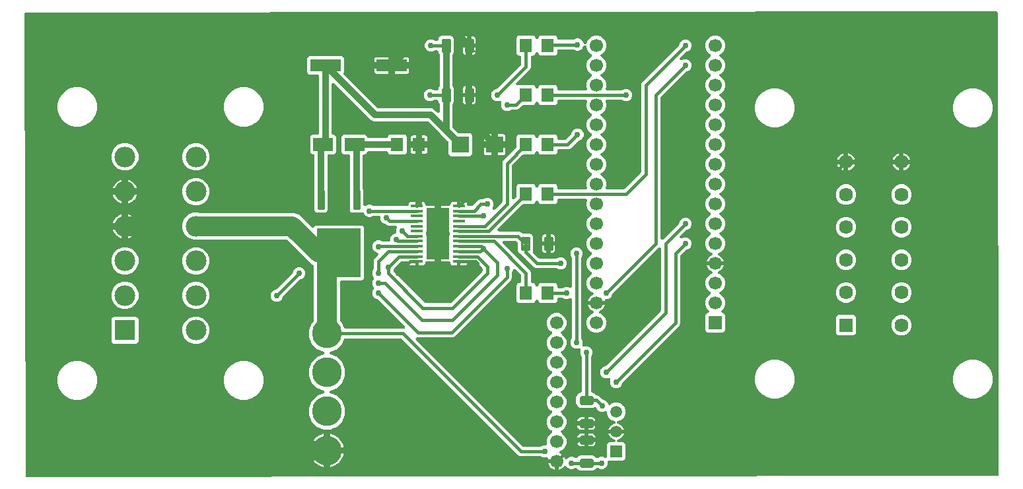
<source format=gbr>
G04 EAGLE Gerber RS-274X export*
G75*
%MOMM*%
%FSLAX34Y34*%
%LPD*%
%INTop Copper*%
%IPPOS*%
%AMOC8*
5,1,8,0,0,1.08239X$1,22.5*%
G01*
%ADD10C,2.655000*%
%ADD11R,2.655000X2.655000*%
%ADD12R,1.785000X1.785000*%
%ADD13C,1.785000*%
%ADD14C,1.699769*%
%ADD15C,3.810000*%
%ADD16R,1.700000X1.700000*%
%ADD17C,1.700000*%
%ADD18R,1.600200X0.457200*%
%ADD19R,2.895600X6.654800*%
%ADD20C,0.858000*%
%ADD21R,1.600000X1.800000*%
%ADD22C,0.235000*%
%ADD23R,5.670000X6.230000*%
%ADD24R,2.200000X2.150000*%
%ADD25R,3.900000X1.600000*%
%ADD26C,0.290000*%
%ADD27R,2.500000X1.700000*%
%ADD28R,1.508000X1.508000*%
%ADD29C,1.508000*%
%ADD30C,0.621000*%
%ADD31C,0.406400*%
%ADD32C,0.756400*%
%ADD33C,2.540000*%
%ADD34C,0.812800*%
%ADD35P,0.818720X8X22.500000*%
%ADD36C,0.152400*%

G36*
X1255803Y11922D02*
X1255803Y11922D01*
X1255822Y11923D01*
X1255840Y11922D01*
X1256021Y11944D01*
X1256203Y11962D01*
X1256221Y11968D01*
X1256240Y11970D01*
X1256414Y12027D01*
X1256588Y12081D01*
X1256605Y12090D01*
X1256623Y12096D01*
X1256782Y12186D01*
X1256942Y12273D01*
X1256956Y12285D01*
X1256973Y12294D01*
X1257111Y12414D01*
X1257251Y12531D01*
X1257263Y12546D01*
X1257277Y12558D01*
X1257389Y12703D01*
X1257503Y12845D01*
X1257511Y12862D01*
X1257523Y12877D01*
X1257604Y13041D01*
X1257688Y13203D01*
X1257693Y13221D01*
X1257701Y13238D01*
X1257748Y13415D01*
X1257798Y13590D01*
X1257800Y13609D01*
X1257805Y13627D01*
X1257831Y13958D01*
X1256367Y606034D01*
X1256366Y606051D01*
X1256367Y606067D01*
X1256345Y606250D01*
X1256327Y606435D01*
X1256322Y606451D01*
X1256320Y606467D01*
X1256262Y606643D01*
X1256207Y606819D01*
X1256199Y606834D01*
X1256194Y606850D01*
X1256103Y607011D01*
X1256015Y607173D01*
X1256004Y607185D01*
X1255996Y607200D01*
X1255875Y607340D01*
X1255756Y607481D01*
X1255743Y607492D01*
X1255732Y607504D01*
X1255586Y607617D01*
X1255442Y607733D01*
X1255427Y607741D01*
X1255414Y607751D01*
X1255248Y607833D01*
X1255084Y607917D01*
X1255068Y607922D01*
X1255053Y607930D01*
X1254874Y607978D01*
X1254697Y608028D01*
X1254680Y608029D01*
X1254664Y608034D01*
X1254333Y608060D01*
X10695Y606316D01*
X10676Y606315D01*
X10658Y606316D01*
X10477Y606294D01*
X10295Y606276D01*
X10277Y606270D01*
X10258Y606268D01*
X10084Y606211D01*
X9910Y606157D01*
X9893Y606148D01*
X9875Y606142D01*
X9716Y606052D01*
X9556Y605965D01*
X9542Y605953D01*
X9525Y605944D01*
X9387Y605824D01*
X9247Y605707D01*
X9235Y605692D01*
X9221Y605680D01*
X9109Y605535D01*
X8995Y605393D01*
X8987Y605376D01*
X8975Y605361D01*
X8894Y605197D01*
X8810Y605035D01*
X8805Y605017D01*
X8797Y605000D01*
X8750Y604823D01*
X8700Y604648D01*
X8698Y604629D01*
X8693Y604611D01*
X8667Y604280D01*
X10131Y12204D01*
X10132Y12187D01*
X10131Y12171D01*
X10153Y11988D01*
X10171Y11803D01*
X10176Y11787D01*
X10178Y11771D01*
X10236Y11595D01*
X10291Y11419D01*
X10299Y11404D01*
X10304Y11388D01*
X10395Y11227D01*
X10483Y11065D01*
X10494Y11053D01*
X10502Y11038D01*
X10623Y10898D01*
X10742Y10757D01*
X10755Y10746D01*
X10766Y10734D01*
X10912Y10621D01*
X11056Y10505D01*
X11071Y10497D01*
X11084Y10487D01*
X11250Y10405D01*
X11414Y10321D01*
X11430Y10316D01*
X11445Y10308D01*
X11624Y10260D01*
X11801Y10210D01*
X11818Y10209D01*
X11834Y10204D01*
X12165Y10178D01*
X1255803Y11922D01*
G37*
%LPC*%
G36*
X721813Y18769D02*
X721813Y18769D01*
X719178Y19861D01*
X717304Y21734D01*
X717290Y21746D01*
X717279Y21759D01*
X717134Y21873D01*
X716993Y21990D01*
X716977Y21998D01*
X716963Y22009D01*
X716799Y22092D01*
X716637Y22178D01*
X716620Y22183D01*
X716604Y22191D01*
X716427Y22241D01*
X716251Y22293D01*
X716233Y22295D01*
X716216Y22299D01*
X716033Y22313D01*
X715850Y22329D01*
X715832Y22327D01*
X715814Y22329D01*
X715632Y22306D01*
X715450Y22286D01*
X715433Y22281D01*
X715415Y22278D01*
X715241Y22220D01*
X715066Y22164D01*
X715050Y22156D01*
X715033Y22150D01*
X714874Y22059D01*
X714713Y21970D01*
X714707Y21964D01*
X711745Y20737D01*
X708623Y20737D01*
X705739Y21932D01*
X703483Y24188D01*
X703464Y24225D01*
X703447Y24248D01*
X703433Y24274D01*
X703323Y24406D01*
X703217Y24543D01*
X703195Y24562D01*
X703177Y24584D01*
X703043Y24693D01*
X702912Y24805D01*
X702886Y24819D01*
X702864Y24838D01*
X702711Y24918D01*
X702561Y25002D01*
X702533Y25011D01*
X702507Y25025D01*
X702342Y25073D01*
X702177Y25126D01*
X702149Y25130D01*
X702121Y25138D01*
X701950Y25152D01*
X701777Y25172D01*
X701749Y25170D01*
X701720Y25172D01*
X701549Y25153D01*
X701376Y25138D01*
X701348Y25130D01*
X701320Y25127D01*
X701156Y25075D01*
X700990Y25026D01*
X700964Y25013D01*
X700937Y25004D01*
X700786Y24920D01*
X700633Y24840D01*
X700610Y24822D01*
X700585Y24808D01*
X700454Y24696D01*
X700320Y24587D01*
X700299Y24562D01*
X700279Y24546D01*
X700227Y24479D01*
X700103Y24335D01*
X699454Y23442D01*
X698226Y22213D01*
X696820Y21192D01*
X695272Y20403D01*
X693783Y19920D01*
X693783Y29916D01*
X693781Y29934D01*
X693783Y29951D01*
X693762Y30134D01*
X693743Y30316D01*
X693738Y30333D01*
X693736Y30351D01*
X693679Y30526D01*
X693625Y30701D01*
X693617Y30717D01*
X693611Y30734D01*
X693521Y30894D01*
X693433Y31055D01*
X693422Y31069D01*
X693413Y31085D01*
X693293Y31224D01*
X693176Y31365D01*
X693162Y31376D01*
X693150Y31389D01*
X693005Y31502D01*
X692862Y31617D01*
X692846Y31625D01*
X692832Y31636D01*
X692667Y31718D01*
X692505Y31802D01*
X692488Y31807D01*
X692472Y31815D01*
X692293Y31863D01*
X692273Y31869D01*
X692243Y31962D01*
X692189Y32138D01*
X692181Y32153D01*
X692175Y32170D01*
X692085Y32330D01*
X691997Y32492D01*
X691986Y32505D01*
X691977Y32521D01*
X691857Y32660D01*
X691739Y32801D01*
X691726Y32812D01*
X691714Y32826D01*
X691569Y32938D01*
X691426Y33053D01*
X691410Y33061D01*
X691396Y33072D01*
X691231Y33154D01*
X691068Y33239D01*
X691051Y33244D01*
X691035Y33252D01*
X690857Y33299D01*
X690682Y33350D01*
X690664Y33352D01*
X690647Y33356D01*
X690316Y33383D01*
X680297Y33383D01*
X680302Y33435D01*
X680317Y33504D01*
X680319Y33635D01*
X680330Y33765D01*
X680322Y33836D01*
X680323Y33907D01*
X680300Y34035D01*
X680285Y34165D01*
X680263Y34233D01*
X680251Y34302D01*
X680202Y34424D01*
X680162Y34549D01*
X680127Y34610D01*
X680101Y34676D01*
X680029Y34786D01*
X679966Y34900D01*
X679919Y34954D01*
X679881Y35013D01*
X679789Y35107D01*
X679704Y35206D01*
X679648Y35250D01*
X679598Y35300D01*
X679490Y35373D01*
X679387Y35454D01*
X679323Y35486D01*
X679265Y35526D01*
X679144Y35576D01*
X679027Y35635D01*
X678959Y35654D01*
X678893Y35681D01*
X678765Y35707D01*
X678639Y35741D01*
X678568Y35746D01*
X678498Y35760D01*
X678367Y35760D01*
X678237Y35769D01*
X678167Y35760D01*
X678096Y35759D01*
X677967Y35733D01*
X677838Y35717D01*
X677760Y35691D01*
X677701Y35680D01*
X677631Y35650D01*
X677522Y35615D01*
X677455Y35587D01*
X674333Y35587D01*
X671446Y36783D01*
X671313Y36887D01*
X671177Y36997D01*
X671154Y37010D01*
X671132Y37026D01*
X670976Y37104D01*
X670822Y37186D01*
X670796Y37194D01*
X670772Y37206D01*
X670603Y37251D01*
X670436Y37301D01*
X670409Y37303D01*
X670383Y37310D01*
X670052Y37337D01*
X643919Y37337D01*
X641678Y38265D01*
X491901Y188042D01*
X491880Y188059D01*
X491863Y188080D01*
X491725Y188187D01*
X491589Y188297D01*
X491566Y188310D01*
X491545Y188326D01*
X491388Y188404D01*
X491234Y188486D01*
X491208Y188494D01*
X491184Y188506D01*
X491015Y188551D01*
X490848Y188601D01*
X490821Y188603D01*
X490795Y188610D01*
X490465Y188637D01*
X420485Y188637D01*
X420463Y188635D01*
X420441Y188637D01*
X420263Y188615D01*
X420084Y188597D01*
X420063Y188591D01*
X420041Y188588D01*
X419872Y188532D01*
X419700Y188479D01*
X419680Y188469D01*
X419659Y188462D01*
X419503Y188373D01*
X419346Y188287D01*
X419328Y188273D01*
X419309Y188262D01*
X419174Y188144D01*
X419036Y188030D01*
X419022Y188012D01*
X419005Y187998D01*
X418896Y187856D01*
X418784Y187716D01*
X418774Y187696D01*
X418760Y187678D01*
X418608Y187383D01*
X416230Y181641D01*
X409727Y175138D01*
X401211Y171611D01*
X401203Y171606D01*
X401195Y171604D01*
X401027Y171512D01*
X400856Y171420D01*
X400849Y171415D01*
X400841Y171410D01*
X400695Y171287D01*
X400546Y171164D01*
X400540Y171157D01*
X400533Y171151D01*
X400413Y171001D01*
X400292Y170851D01*
X400288Y170843D01*
X400282Y170837D01*
X400194Y170665D01*
X400105Y170495D01*
X400102Y170486D01*
X400098Y170478D01*
X400046Y170294D01*
X399992Y170108D01*
X399991Y170100D01*
X399989Y170091D01*
X399974Y169900D01*
X399957Y169707D01*
X399958Y169698D01*
X399958Y169690D01*
X399981Y169499D01*
X400002Y169307D01*
X400005Y169299D01*
X400006Y169290D01*
X400067Y169107D01*
X400126Y168924D01*
X400130Y168916D01*
X400133Y168908D01*
X400228Y168740D01*
X400322Y168572D01*
X400328Y168566D01*
X400332Y168558D01*
X400459Y168413D01*
X400584Y168267D01*
X400591Y168261D01*
X400597Y168254D01*
X400750Y168137D01*
X400901Y168018D01*
X400909Y168014D01*
X400916Y168009D01*
X401211Y167857D01*
X409727Y164330D01*
X416230Y157827D01*
X419749Y149332D01*
X419749Y140136D01*
X416230Y131641D01*
X409727Y125138D01*
X401211Y121611D01*
X401203Y121606D01*
X401195Y121604D01*
X401027Y121512D01*
X400856Y121420D01*
X400849Y121415D01*
X400841Y121410D01*
X400695Y121287D01*
X400546Y121164D01*
X400540Y121157D01*
X400533Y121151D01*
X400413Y121001D01*
X400292Y120851D01*
X400288Y120843D01*
X400282Y120837D01*
X400194Y120665D01*
X400105Y120495D01*
X400102Y120486D01*
X400098Y120478D01*
X400046Y120294D01*
X399992Y120108D01*
X399991Y120100D01*
X399989Y120091D01*
X399974Y119898D01*
X399957Y119707D01*
X399958Y119698D01*
X399958Y119690D01*
X399981Y119499D01*
X400002Y119307D01*
X400005Y119299D01*
X400006Y119290D01*
X400067Y119107D01*
X400126Y118924D01*
X400130Y118916D01*
X400133Y118908D01*
X400228Y118740D01*
X400322Y118572D01*
X400328Y118566D01*
X400332Y118558D01*
X400459Y118413D01*
X400584Y118267D01*
X400591Y118261D01*
X400597Y118254D01*
X400751Y118136D01*
X400901Y118018D01*
X400909Y118014D01*
X400916Y118009D01*
X401211Y117857D01*
X409727Y114330D01*
X416230Y107827D01*
X419749Y99332D01*
X419749Y90136D01*
X416230Y81641D01*
X409727Y75138D01*
X409441Y75020D01*
X404538Y72989D01*
X404537Y72988D01*
X401232Y71619D01*
X392036Y71619D01*
X383541Y75138D01*
X377038Y81641D01*
X373519Y90136D01*
X373519Y99332D01*
X377038Y107827D01*
X383541Y114330D01*
X387478Y115961D01*
X392057Y117857D01*
X392065Y117862D01*
X392073Y117864D01*
X392243Y117957D01*
X392412Y118048D01*
X392419Y118053D01*
X392427Y118058D01*
X392574Y118182D01*
X392722Y118304D01*
X392728Y118311D01*
X392735Y118317D01*
X392854Y118467D01*
X392976Y118617D01*
X392980Y118625D01*
X392986Y118632D01*
X393073Y118802D01*
X393163Y118973D01*
X393166Y118982D01*
X393170Y118990D01*
X393221Y119173D01*
X393276Y119360D01*
X393277Y119369D01*
X393279Y119377D01*
X393294Y119568D01*
X393311Y119761D01*
X393310Y119770D01*
X393310Y119778D01*
X393287Y119968D01*
X393266Y120161D01*
X393263Y120169D01*
X393262Y120178D01*
X393201Y120360D01*
X393142Y120544D01*
X393138Y120552D01*
X393135Y120560D01*
X393040Y120728D01*
X392946Y120896D01*
X392940Y120902D01*
X392936Y120910D01*
X392809Y121055D01*
X392684Y121201D01*
X392677Y121207D01*
X392671Y121214D01*
X392519Y121331D01*
X392367Y121450D01*
X392359Y121454D01*
X392352Y121459D01*
X392057Y121611D01*
X383541Y125138D01*
X377038Y131641D01*
X373519Y140136D01*
X373519Y149332D01*
X377038Y157827D01*
X383541Y164330D01*
X392057Y167857D01*
X392065Y167862D01*
X392073Y167864D01*
X392243Y167957D01*
X392412Y168048D01*
X392419Y168053D01*
X392427Y168058D01*
X392574Y168182D01*
X392722Y168304D01*
X392728Y168311D01*
X392735Y168317D01*
X392854Y168467D01*
X392976Y168617D01*
X392980Y168625D01*
X392986Y168632D01*
X393073Y168802D01*
X393163Y168973D01*
X393166Y168982D01*
X393170Y168990D01*
X393221Y169172D01*
X393276Y169360D01*
X393277Y169369D01*
X393279Y169377D01*
X393294Y169568D01*
X393311Y169761D01*
X393310Y169770D01*
X393310Y169778D01*
X393287Y169969D01*
X393266Y170161D01*
X393263Y170169D01*
X393262Y170178D01*
X393202Y170359D01*
X393142Y170544D01*
X393138Y170552D01*
X393135Y170560D01*
X393040Y170728D01*
X392946Y170896D01*
X392940Y170902D01*
X392936Y170910D01*
X392809Y171055D01*
X392684Y171201D01*
X392677Y171207D01*
X392671Y171214D01*
X392519Y171331D01*
X392367Y171450D01*
X392359Y171454D01*
X392352Y171459D01*
X392057Y171611D01*
X383541Y175138D01*
X377038Y181641D01*
X373519Y190136D01*
X373519Y199332D01*
X377038Y207827D01*
X379274Y210064D01*
X379291Y210084D01*
X379312Y210102D01*
X379419Y210240D01*
X379529Y210375D01*
X379542Y210399D01*
X379558Y210420D01*
X379636Y210577D01*
X379718Y210731D01*
X379726Y210756D01*
X379738Y210780D01*
X379783Y210950D01*
X379833Y211117D01*
X379835Y211143D01*
X379842Y211169D01*
X379869Y211500D01*
X379869Y264344D01*
X379866Y264375D01*
X379868Y264406D01*
X379846Y264575D01*
X379829Y264744D01*
X379820Y264774D01*
X379816Y264805D01*
X379715Y265121D01*
X379319Y266075D01*
X379319Y281436D01*
X379317Y281459D01*
X379319Y281481D01*
X379297Y281658D01*
X379279Y281837D01*
X379273Y281858D01*
X379270Y281880D01*
X379214Y282050D01*
X379161Y282222D01*
X379151Y282242D01*
X379144Y282263D01*
X379055Y282418D01*
X378969Y282576D01*
X378955Y282593D01*
X378944Y282612D01*
X378826Y282748D01*
X378712Y282885D01*
X378694Y282899D01*
X378680Y282916D01*
X378538Y283025D01*
X378398Y283138D01*
X378378Y283148D01*
X378360Y283161D01*
X378065Y283313D01*
X376838Y283822D01*
X345635Y315024D01*
X345614Y315041D01*
X345597Y315062D01*
X345459Y315169D01*
X345323Y315279D01*
X345300Y315292D01*
X345278Y315308D01*
X345122Y315386D01*
X344968Y315468D01*
X344942Y315476D01*
X344918Y315488D01*
X344749Y315533D01*
X344582Y315583D01*
X344555Y315585D01*
X344529Y315592D01*
X344198Y315619D01*
X233975Y315619D01*
X233944Y315616D01*
X233913Y315618D01*
X233744Y315596D01*
X233575Y315579D01*
X233545Y315570D01*
X233514Y315566D01*
X233198Y315465D01*
X232183Y315044D01*
X225285Y315044D01*
X218912Y317684D01*
X214034Y322562D01*
X211394Y328935D01*
X211394Y335833D01*
X214034Y342206D01*
X218912Y347084D01*
X224876Y349555D01*
X224877Y349555D01*
X225285Y349724D01*
X232183Y349724D01*
X233198Y349303D01*
X233228Y349294D01*
X233256Y349280D01*
X233420Y349236D01*
X233583Y349187D01*
X233614Y349184D01*
X233645Y349176D01*
X233975Y349149D01*
X355319Y349149D01*
X361480Y346596D01*
X376828Y331249D01*
X376842Y331238D01*
X376853Y331224D01*
X376998Y331110D01*
X377139Y330994D01*
X377155Y330986D01*
X377169Y330974D01*
X377333Y330891D01*
X377495Y330805D01*
X377512Y330800D01*
X377528Y330792D01*
X377705Y330743D01*
X377881Y330690D01*
X377899Y330689D01*
X377916Y330684D01*
X378099Y330671D01*
X378282Y330654D01*
X378300Y330656D01*
X378318Y330655D01*
X378500Y330678D01*
X378682Y330697D01*
X378699Y330703D01*
X378717Y330705D01*
X378891Y330763D01*
X379066Y330819D01*
X379082Y330828D01*
X379099Y330833D01*
X379258Y330925D01*
X379418Y331014D01*
X379432Y331025D01*
X379448Y331034D01*
X379701Y331249D01*
X381082Y332630D01*
X382575Y333249D01*
X440893Y333249D01*
X442386Y332630D01*
X443530Y331486D01*
X444149Y329993D01*
X444149Y266075D01*
X443530Y264582D01*
X442386Y263438D01*
X440893Y262819D01*
X415430Y262819D01*
X415412Y262817D01*
X415394Y262819D01*
X415212Y262798D01*
X415029Y262779D01*
X415012Y262774D01*
X414995Y262772D01*
X414820Y262715D01*
X414644Y262661D01*
X414629Y262653D01*
X414612Y262647D01*
X414452Y262557D01*
X414290Y262469D01*
X414277Y262458D01*
X414261Y262449D01*
X414122Y262329D01*
X413981Y262212D01*
X413970Y262198D01*
X413956Y262186D01*
X413844Y262041D01*
X413729Y261898D01*
X413721Y261882D01*
X413710Y261868D01*
X413628Y261703D01*
X413543Y261541D01*
X413538Y261524D01*
X413530Y261508D01*
X413482Y261329D01*
X413432Y261154D01*
X413430Y261136D01*
X413426Y261119D01*
X413399Y260788D01*
X413399Y211500D01*
X413401Y211473D01*
X413399Y211447D01*
X413421Y211273D01*
X413439Y211099D01*
X413446Y211074D01*
X413450Y211047D01*
X413505Y210881D01*
X413557Y210714D01*
X413570Y210691D01*
X413578Y210665D01*
X413665Y210514D01*
X413749Y210360D01*
X413766Y210340D01*
X413779Y210317D01*
X413994Y210064D01*
X416230Y207827D01*
X418608Y202085D01*
X418619Y202065D01*
X418626Y202044D01*
X418714Y201888D01*
X418799Y201730D01*
X418813Y201713D01*
X418824Y201693D01*
X418941Y201558D01*
X419055Y201419D01*
X419072Y201405D01*
X419087Y201388D01*
X419228Y201279D01*
X419368Y201166D01*
X419387Y201155D01*
X419405Y201142D01*
X419566Y201062D01*
X419724Y200979D01*
X419745Y200972D01*
X419766Y200962D01*
X419939Y200916D01*
X420111Y200866D01*
X420133Y200864D01*
X420154Y200858D01*
X420485Y200831D01*
X494811Y200831D01*
X494820Y200832D01*
X494829Y200831D01*
X495022Y200852D01*
X495212Y200871D01*
X495220Y200873D01*
X495229Y200874D01*
X495414Y200933D01*
X495597Y200989D01*
X495605Y200993D01*
X495613Y200996D01*
X495782Y201089D01*
X495951Y201181D01*
X495958Y201186D01*
X495966Y201191D01*
X496113Y201315D01*
X496260Y201438D01*
X496266Y201445D01*
X496273Y201451D01*
X496392Y201603D01*
X496512Y201752D01*
X496517Y201760D01*
X496522Y201767D01*
X496610Y201940D01*
X496698Y202109D01*
X496700Y202118D01*
X496705Y202126D01*
X496756Y202312D01*
X496809Y202496D01*
X496810Y202505D01*
X496813Y202514D01*
X496827Y202707D01*
X496842Y202898D01*
X496841Y202906D01*
X496842Y202915D01*
X496818Y203105D01*
X496795Y203297D01*
X496793Y203306D01*
X496791Y203315D01*
X496731Y203495D01*
X496671Y203680D01*
X496666Y203688D01*
X496663Y203696D01*
X496567Y203863D01*
X496473Y204031D01*
X496467Y204038D01*
X496462Y204045D01*
X496248Y204298D01*
X462354Y238192D01*
X462333Y238209D01*
X462315Y238230D01*
X462177Y238337D01*
X462042Y238447D01*
X462018Y238460D01*
X461997Y238476D01*
X461840Y238554D01*
X461686Y238636D01*
X461661Y238644D01*
X461637Y238656D01*
X461467Y238701D01*
X461300Y238751D01*
X461274Y238753D01*
X461248Y238760D01*
X460987Y238782D01*
X458089Y239982D01*
X455882Y242189D01*
X454687Y245073D01*
X454687Y248195D01*
X455882Y251079D01*
X456351Y251548D01*
X456362Y251561D01*
X456376Y251573D01*
X456489Y251717D01*
X456606Y251859D01*
X456614Y251875D01*
X456625Y251889D01*
X456708Y252052D01*
X456794Y252215D01*
X456800Y252232D01*
X456808Y252248D01*
X456857Y252424D01*
X456909Y252601D01*
X456911Y252619D01*
X456916Y252636D01*
X456929Y252818D01*
X456946Y253002D01*
X456944Y253019D01*
X456945Y253037D01*
X456922Y253219D01*
X456902Y253402D01*
X456897Y253419D01*
X456895Y253437D01*
X456836Y253611D01*
X456781Y253786D01*
X456772Y253801D01*
X456766Y253818D01*
X456675Y253978D01*
X456586Y254138D01*
X456574Y254152D01*
X456565Y254167D01*
X456351Y254420D01*
X455882Y254889D01*
X454687Y257773D01*
X454687Y260895D01*
X455882Y263779D01*
X456351Y264248D01*
X456362Y264262D01*
X456376Y264273D01*
X456490Y264417D01*
X456606Y264559D01*
X456614Y264575D01*
X456625Y264589D01*
X456709Y264753D01*
X456794Y264915D01*
X456800Y264932D01*
X456808Y264948D01*
X456857Y265125D01*
X456909Y265301D01*
X456911Y265319D01*
X456916Y265336D01*
X456929Y265519D01*
X456946Y265702D01*
X456944Y265720D01*
X456945Y265737D01*
X456922Y265919D01*
X456902Y266102D01*
X456897Y266119D01*
X456895Y266137D01*
X456836Y266310D01*
X456781Y266486D01*
X456772Y266502D01*
X456766Y266518D01*
X456674Y266678D01*
X456586Y266838D01*
X456574Y266852D01*
X456565Y266867D01*
X456351Y267120D01*
X455882Y267589D01*
X454687Y270473D01*
X454687Y273595D01*
X455883Y276482D01*
X455987Y276615D01*
X456097Y276751D01*
X456110Y276774D01*
X456126Y276796D01*
X456204Y276952D01*
X456286Y277106D01*
X456294Y277132D01*
X456306Y277156D01*
X456351Y277325D01*
X456401Y277492D01*
X456403Y277519D01*
X456410Y277545D01*
X456437Y277876D01*
X456437Y288487D01*
X457365Y290728D01*
X459366Y292728D01*
X461752Y295115D01*
X461761Y295125D01*
X461771Y295133D01*
X461888Y295280D01*
X462008Y295426D01*
X462014Y295438D01*
X462022Y295448D01*
X462108Y295616D01*
X462196Y295782D01*
X462200Y295795D01*
X462206Y295806D01*
X462257Y295987D01*
X462311Y296168D01*
X462312Y296181D01*
X462316Y296194D01*
X462330Y296379D01*
X462347Y296569D01*
X462346Y296582D01*
X462347Y296595D01*
X462324Y296780D01*
X462304Y296969D01*
X462300Y296982D01*
X462298Y296995D01*
X462239Y297173D01*
X462182Y297353D01*
X462176Y297364D01*
X462172Y297377D01*
X462078Y297541D01*
X461988Y297705D01*
X461979Y297715D01*
X461972Y297727D01*
X461849Y297869D01*
X461727Y298012D01*
X461717Y298020D01*
X461708Y298030D01*
X461558Y298145D01*
X461411Y298262D01*
X461399Y298268D01*
X461389Y298276D01*
X461093Y298427D01*
X458089Y299672D01*
X455882Y301879D01*
X454687Y304763D01*
X454687Y307885D01*
X455882Y310769D01*
X458089Y312976D01*
X460973Y314171D01*
X464095Y314171D01*
X467333Y312829D01*
X467363Y312820D01*
X467391Y312806D01*
X467556Y312762D01*
X467719Y312713D01*
X467750Y312710D01*
X467780Y312702D01*
X468110Y312675D01*
X475516Y312675D01*
X475534Y312677D01*
X475552Y312675D01*
X475734Y312696D01*
X475917Y312715D01*
X475934Y312720D01*
X475951Y312722D01*
X476126Y312779D01*
X476302Y312833D01*
X476317Y312841D01*
X476334Y312847D01*
X476494Y312937D01*
X476656Y313025D01*
X476669Y313036D01*
X476685Y313045D01*
X476824Y313165D01*
X476965Y313282D01*
X476976Y313296D01*
X476990Y313308D01*
X477102Y313453D01*
X477217Y313596D01*
X477225Y313612D01*
X477236Y313626D01*
X477318Y313791D01*
X477403Y313953D01*
X477408Y313970D01*
X477416Y313986D01*
X477463Y314165D01*
X477514Y314340D01*
X477516Y314358D01*
X477520Y314375D01*
X477547Y314706D01*
X477547Y316775D01*
X478742Y319659D01*
X480949Y321866D01*
X483913Y323094D01*
X483933Y323104D01*
X483954Y323111D01*
X484111Y323200D01*
X484268Y323284D01*
X484285Y323298D01*
X484305Y323309D01*
X484441Y323427D01*
X484579Y323541D01*
X484593Y323558D01*
X484610Y323572D01*
X484719Y323714D01*
X484832Y323853D01*
X484843Y323873D01*
X484856Y323891D01*
X484936Y324051D01*
X485019Y324210D01*
X485026Y324231D01*
X485036Y324251D01*
X485082Y324425D01*
X485132Y324596D01*
X485134Y324618D01*
X485140Y324640D01*
X485167Y324971D01*
X485167Y328205D01*
X485987Y330185D01*
X485991Y330198D01*
X485997Y330209D01*
X486049Y330389D01*
X486104Y330570D01*
X486105Y330583D01*
X486109Y330596D01*
X486124Y330784D01*
X486142Y330971D01*
X486141Y330984D01*
X486142Y330998D01*
X486120Y331185D01*
X486100Y331371D01*
X486096Y331384D01*
X486095Y331397D01*
X486036Y331577D01*
X485980Y331756D01*
X485974Y331767D01*
X485970Y331780D01*
X485877Y331945D01*
X485787Y332109D01*
X485779Y332119D01*
X485772Y332131D01*
X485649Y332273D01*
X485528Y332417D01*
X485518Y332425D01*
X485509Y332436D01*
X485360Y332551D01*
X485213Y332668D01*
X485201Y332674D01*
X485191Y332682D01*
X485022Y332766D01*
X484855Y332852D01*
X484842Y332856D01*
X484830Y332862D01*
X484647Y332911D01*
X484468Y332962D01*
X484454Y332963D01*
X484441Y332966D01*
X484111Y332993D01*
X475545Y332993D01*
X473304Y333921D01*
X472514Y334712D01*
X472493Y334729D01*
X472475Y334750D01*
X472337Y334857D01*
X472202Y334967D01*
X472178Y334980D01*
X472157Y334996D01*
X472000Y335074D01*
X471846Y335156D01*
X471821Y335164D01*
X471797Y335176D01*
X471627Y335221D01*
X471460Y335271D01*
X471434Y335273D01*
X471408Y335280D01*
X471147Y335302D01*
X468249Y336502D01*
X466042Y338709D01*
X464847Y341593D01*
X464847Y343916D01*
X464845Y343934D01*
X464847Y343952D01*
X464826Y344134D01*
X464807Y344317D01*
X464802Y344334D01*
X464800Y344351D01*
X464743Y344526D01*
X464689Y344702D01*
X464681Y344717D01*
X464675Y344734D01*
X464585Y344894D01*
X464497Y345056D01*
X464486Y345069D01*
X464477Y345085D01*
X464357Y345224D01*
X464240Y345365D01*
X464226Y345376D01*
X464214Y345390D01*
X464069Y345502D01*
X463926Y345617D01*
X463910Y345625D01*
X463896Y345636D01*
X463731Y345718D01*
X463569Y345803D01*
X463552Y345808D01*
X463536Y345816D01*
X463357Y345863D01*
X463182Y345914D01*
X463164Y345916D01*
X463147Y345920D01*
X462816Y345947D01*
X456946Y345947D01*
X456919Y345945D01*
X456892Y345947D01*
X456718Y345925D01*
X456545Y345907D01*
X456519Y345900D01*
X456493Y345896D01*
X456327Y345841D01*
X456160Y345789D01*
X456136Y345776D01*
X456111Y345768D01*
X455959Y345681D01*
X455806Y345597D01*
X455786Y345580D01*
X455762Y345567D01*
X455563Y345398D01*
X452665Y344197D01*
X449543Y344197D01*
X446659Y345392D01*
X444452Y347599D01*
X443749Y349296D01*
X443741Y349312D01*
X443735Y349329D01*
X443645Y349489D01*
X443559Y349651D01*
X443548Y349664D01*
X443539Y349680D01*
X443419Y349820D01*
X443302Y349961D01*
X443289Y349972D01*
X443277Y349986D01*
X443132Y350099D01*
X442990Y350215D01*
X442974Y350223D01*
X442960Y350234D01*
X442795Y350317D01*
X442633Y350402D01*
X442616Y350407D01*
X442600Y350415D01*
X442422Y350464D01*
X442247Y350515D01*
X442229Y350517D01*
X442212Y350521D01*
X442028Y350534D01*
X441846Y350550D01*
X441828Y350548D01*
X441810Y350549D01*
X441627Y350525D01*
X441446Y350504D01*
X441429Y350499D01*
X441411Y350497D01*
X441095Y350395D01*
X439101Y349569D01*
X429967Y349569D01*
X428041Y350367D01*
X426567Y351841D01*
X425769Y353767D01*
X425769Y378701D01*
X425991Y379236D01*
X426000Y379266D01*
X426014Y379294D01*
X426058Y379458D01*
X426107Y379621D01*
X426110Y379652D01*
X426118Y379682D01*
X426145Y380013D01*
X426145Y422538D01*
X426144Y422548D01*
X426145Y422557D01*
X426144Y422564D01*
X426145Y422574D01*
X426124Y422756D01*
X426105Y422939D01*
X426100Y422956D01*
X426098Y422973D01*
X426041Y423148D01*
X425987Y423324D01*
X425979Y423339D01*
X425973Y423356D01*
X425883Y423516D01*
X425795Y423678D01*
X425784Y423691D01*
X425775Y423707D01*
X425655Y423846D01*
X425538Y423987D01*
X425524Y423998D01*
X425512Y424012D01*
X425367Y424124D01*
X425224Y424239D01*
X425208Y424247D01*
X425194Y424258D01*
X425029Y424340D01*
X424867Y424425D01*
X424850Y424430D01*
X424834Y424438D01*
X424655Y424485D01*
X424480Y424536D01*
X424462Y424538D01*
X424445Y424542D01*
X424114Y424569D01*
X418425Y424569D01*
X416932Y425188D01*
X415788Y426332D01*
X415169Y427825D01*
X415169Y446443D01*
X415788Y447936D01*
X416932Y449080D01*
X418425Y449699D01*
X445043Y449699D01*
X446536Y449080D01*
X447680Y447936D01*
X448268Y446517D01*
X448279Y446497D01*
X448285Y446476D01*
X448374Y446320D01*
X448458Y446162D01*
X448472Y446145D01*
X448483Y446125D01*
X448600Y445990D01*
X448715Y445851D01*
X448732Y445837D01*
X448747Y445820D01*
X448888Y445711D01*
X449027Y445598D01*
X449047Y445587D01*
X449065Y445574D01*
X449225Y445494D01*
X449384Y445411D01*
X449405Y445404D01*
X449425Y445394D01*
X449599Y445348D01*
X449770Y445298D01*
X449792Y445296D01*
X449814Y445290D01*
X450145Y445263D01*
X472538Y445263D01*
X472556Y445265D01*
X472574Y445263D01*
X472756Y445284D01*
X472939Y445303D01*
X472956Y445308D01*
X472973Y445310D01*
X473148Y445367D01*
X473324Y445421D01*
X473339Y445429D01*
X473356Y445435D01*
X473516Y445525D01*
X473678Y445613D01*
X473691Y445624D01*
X473707Y445633D01*
X473846Y445753D01*
X473987Y445870D01*
X473998Y445884D01*
X474012Y445896D01*
X474124Y446041D01*
X474239Y446184D01*
X474247Y446200D01*
X474258Y446214D01*
X474340Y446379D01*
X474425Y446541D01*
X474430Y446558D01*
X474438Y446574D01*
X474476Y446717D01*
X475188Y448436D01*
X476332Y449580D01*
X477825Y450199D01*
X495443Y450199D01*
X496936Y449580D01*
X498080Y448436D01*
X498699Y446943D01*
X498699Y427325D01*
X498080Y425832D01*
X496936Y424688D01*
X495443Y424069D01*
X477825Y424069D01*
X476332Y424688D01*
X475188Y425832D01*
X474476Y427551D01*
X474465Y427584D01*
X474411Y427760D01*
X474403Y427775D01*
X474397Y427792D01*
X474307Y427952D01*
X474219Y428114D01*
X474208Y428127D01*
X474199Y428143D01*
X474079Y428282D01*
X473962Y428423D01*
X473948Y428434D01*
X473936Y428448D01*
X473791Y428560D01*
X473648Y428675D01*
X473632Y428683D01*
X473618Y428694D01*
X473453Y428776D01*
X473291Y428861D01*
X473274Y428866D01*
X473258Y428874D01*
X473079Y428921D01*
X472904Y428972D01*
X472886Y428974D01*
X472869Y428978D01*
X472538Y429005D01*
X450145Y429005D01*
X450122Y429003D01*
X450100Y429005D01*
X449923Y428983D01*
X449744Y428965D01*
X449723Y428959D01*
X449701Y428956D01*
X449531Y428900D01*
X449359Y428847D01*
X449339Y428837D01*
X449318Y428830D01*
X449162Y428741D01*
X449005Y428655D01*
X448988Y428641D01*
X448969Y428630D01*
X448833Y428512D01*
X448696Y428398D01*
X448682Y428380D01*
X448665Y428366D01*
X448556Y428224D01*
X448443Y428084D01*
X448433Y428064D01*
X448420Y428046D01*
X448268Y427751D01*
X447680Y426332D01*
X446536Y425188D01*
X445043Y424569D01*
X444434Y424569D01*
X444416Y424567D01*
X444398Y424569D01*
X444216Y424548D01*
X444033Y424529D01*
X444016Y424524D01*
X443999Y424522D01*
X443824Y424465D01*
X443648Y424411D01*
X443633Y424403D01*
X443616Y424397D01*
X443456Y424307D01*
X443294Y424219D01*
X443281Y424208D01*
X443265Y424199D01*
X443126Y424079D01*
X442985Y423962D01*
X442974Y423948D01*
X442960Y423936D01*
X442848Y423791D01*
X442733Y423648D01*
X442725Y423632D01*
X442714Y423618D01*
X442632Y423453D01*
X442547Y423291D01*
X442542Y423274D01*
X442534Y423258D01*
X442486Y423079D01*
X442436Y422904D01*
X442434Y422886D01*
X442430Y422869D01*
X442403Y422538D01*
X442403Y381268D01*
X442406Y381237D01*
X442404Y381206D01*
X442426Y381037D01*
X442443Y380868D01*
X442452Y380838D01*
X442456Y380807D01*
X442557Y380491D01*
X443299Y378701D01*
X443299Y360240D01*
X443300Y360230D01*
X443299Y360222D01*
X443320Y360030D01*
X443339Y359839D01*
X443341Y359830D01*
X443342Y359821D01*
X443400Y359639D01*
X443457Y359454D01*
X443461Y359446D01*
X443464Y359437D01*
X443557Y359269D01*
X443649Y359100D01*
X443654Y359093D01*
X443659Y359085D01*
X443785Y358937D01*
X443906Y358791D01*
X443913Y358785D01*
X443919Y358778D01*
X444071Y358659D01*
X444220Y358538D01*
X444228Y358534D01*
X444235Y358529D01*
X444408Y358441D01*
X444577Y358353D01*
X444586Y358350D01*
X444594Y358346D01*
X444781Y358294D01*
X444964Y358241D01*
X444973Y358241D01*
X444982Y358238D01*
X445173Y358224D01*
X445366Y358209D01*
X445375Y358210D01*
X445383Y358209D01*
X445573Y358233D01*
X445765Y358255D01*
X445774Y358258D01*
X445783Y358259D01*
X445965Y358320D01*
X446148Y358380D01*
X446156Y358385D01*
X446165Y358388D01*
X446330Y358483D01*
X446499Y358578D01*
X446506Y358584D01*
X446513Y358589D01*
X446622Y358681D01*
X449543Y359891D01*
X452665Y359891D01*
X455552Y358695D01*
X455685Y358591D01*
X455821Y358481D01*
X455844Y358468D01*
X455866Y358452D01*
X456022Y358374D01*
X456176Y358292D01*
X456202Y358284D01*
X456226Y358272D01*
X456395Y358227D01*
X456562Y358177D01*
X456589Y358175D01*
X456615Y358168D01*
X456946Y358141D01*
X499237Y358141D01*
X499255Y358143D01*
X499273Y358141D01*
X499455Y358162D01*
X499638Y358181D01*
X499655Y358186D01*
X499672Y358188D01*
X499847Y358245D01*
X500023Y358299D01*
X500038Y358307D01*
X500055Y358313D01*
X500215Y358403D01*
X500377Y358491D01*
X500390Y358502D01*
X500406Y358511D01*
X500545Y358631D01*
X500686Y358748D01*
X500697Y358762D01*
X500711Y358774D01*
X500823Y358919D01*
X500938Y359062D01*
X500946Y359078D01*
X500957Y359092D01*
X501039Y359257D01*
X501124Y359419D01*
X501129Y359436D01*
X501137Y359452D01*
X501184Y359631D01*
X501235Y359806D01*
X501237Y359824D01*
X501241Y359841D01*
X501268Y360172D01*
X501268Y361269D01*
X501441Y361915D01*
X501776Y362494D01*
X502249Y362967D01*
X502828Y363302D01*
X503474Y363475D01*
X509779Y363475D01*
X509779Y360426D01*
X509780Y360408D01*
X509779Y360390D01*
X509800Y360208D01*
X509818Y360025D01*
X509824Y360008D01*
X509826Y359991D01*
X509883Y359816D01*
X509937Y359640D01*
X509945Y359625D01*
X509951Y359608D01*
X510041Y359448D01*
X510128Y359286D01*
X510140Y359273D01*
X510149Y359257D01*
X510269Y359117D01*
X510386Y358977D01*
X510400Y358966D01*
X510412Y358952D01*
X510557Y358840D01*
X510700Y358725D01*
X510716Y358717D01*
X510730Y358706D01*
X510895Y358624D01*
X511057Y358539D01*
X511074Y358534D01*
X511090Y358526D01*
X511268Y358479D01*
X511444Y358428D01*
X511462Y358426D01*
X511479Y358422D01*
X511810Y358395D01*
X511828Y358396D01*
X511845Y358395D01*
X511846Y358395D01*
X512028Y358416D01*
X512211Y358435D01*
X512228Y358440D01*
X512246Y358442D01*
X512420Y358499D01*
X512596Y358553D01*
X512611Y358561D01*
X512628Y358567D01*
X512789Y358657D01*
X512950Y358745D01*
X512963Y358756D01*
X512979Y358765D01*
X513118Y358885D01*
X513259Y359002D01*
X513270Y359016D01*
X513284Y359028D01*
X513396Y359173D01*
X513511Y359316D01*
X513520Y359332D01*
X513530Y359346D01*
X513612Y359511D01*
X513697Y359673D01*
X513702Y359690D01*
X513710Y359706D01*
X513758Y359885D01*
X513808Y360060D01*
X513810Y360078D01*
X513814Y360095D01*
X513841Y360426D01*
X513841Y363475D01*
X520146Y363475D01*
X520792Y363302D01*
X521371Y362967D01*
X521844Y362494D01*
X522179Y361915D01*
X522352Y361269D01*
X522352Y360680D01*
X522354Y360662D01*
X522352Y360644D01*
X522373Y360462D01*
X522392Y360279D01*
X522397Y360262D01*
X522399Y360245D01*
X522456Y360070D01*
X522510Y359894D01*
X522518Y359879D01*
X522524Y359862D01*
X522615Y359701D01*
X522702Y359540D01*
X522713Y359527D01*
X522722Y359511D01*
X522842Y359372D01*
X522959Y359231D01*
X522973Y359220D01*
X522985Y359206D01*
X523130Y359094D01*
X523273Y358979D01*
X523289Y358971D01*
X523303Y358960D01*
X523468Y358878D01*
X523630Y358793D01*
X523647Y358788D01*
X523663Y358780D01*
X523842Y358732D01*
X524017Y358682D01*
X524035Y358680D01*
X524052Y358676D01*
X524383Y358649D01*
X534671Y358649D01*
X534671Y326897D01*
X525907Y326897D01*
X525889Y326895D01*
X525871Y326897D01*
X525689Y326875D01*
X525506Y326857D01*
X525489Y326852D01*
X525472Y326850D01*
X525297Y326793D01*
X525121Y326739D01*
X525106Y326731D01*
X525089Y326725D01*
X524929Y326635D01*
X524767Y326547D01*
X524754Y326536D01*
X524738Y326527D01*
X524599Y326407D01*
X524458Y326290D01*
X524447Y326276D01*
X524433Y326264D01*
X524321Y326119D01*
X524206Y325976D01*
X524198Y325960D01*
X524187Y325946D01*
X524104Y325781D01*
X524020Y325619D01*
X524015Y325602D01*
X524007Y325585D01*
X523960Y325407D01*
X523909Y325232D01*
X523907Y325214D01*
X523903Y325197D01*
X523876Y324866D01*
X523876Y320802D01*
X523878Y320784D01*
X523876Y320767D01*
X523897Y320584D01*
X523916Y320401D01*
X523921Y320384D01*
X523923Y320367D01*
X523980Y320192D01*
X524034Y320017D01*
X524042Y320001D01*
X524048Y319984D01*
X524138Y319824D01*
X524226Y319662D01*
X524237Y319649D01*
X524246Y319633D01*
X524366Y319494D01*
X524483Y319353D01*
X524497Y319342D01*
X524509Y319329D01*
X524654Y319216D01*
X524797Y319101D01*
X524813Y319093D01*
X524827Y319082D01*
X524992Y319000D01*
X525154Y318915D01*
X525171Y318910D01*
X525187Y318902D01*
X525366Y318855D01*
X525541Y318804D01*
X525559Y318803D01*
X525576Y318798D01*
X525907Y318771D01*
X534671Y318771D01*
X534671Y287019D01*
X524383Y287019D01*
X524365Y287017D01*
X524347Y287019D01*
X524165Y286998D01*
X523982Y286979D01*
X523965Y286974D01*
X523948Y286972D01*
X523773Y286915D01*
X523597Y286861D01*
X523582Y286853D01*
X523565Y286847D01*
X523405Y286757D01*
X523243Y286669D01*
X523230Y286658D01*
X523214Y286649D01*
X523075Y286529D01*
X522934Y286412D01*
X522923Y286398D01*
X522909Y286386D01*
X522797Y286241D01*
X522682Y286098D01*
X522674Y286082D01*
X522663Y286068D01*
X522580Y285903D01*
X522496Y285741D01*
X522491Y285724D01*
X522483Y285708D01*
X522435Y285529D01*
X522385Y285354D01*
X522383Y285336D01*
X522379Y285319D01*
X522352Y284988D01*
X522352Y284399D01*
X522179Y283753D01*
X521844Y283174D01*
X521371Y282701D01*
X520792Y282366D01*
X520146Y282193D01*
X513841Y282193D01*
X513841Y285242D01*
X513840Y285260D01*
X513841Y285278D01*
X513820Y285460D01*
X513801Y285643D01*
X513796Y285660D01*
X513794Y285677D01*
X513737Y285852D01*
X513683Y286028D01*
X513675Y286043D01*
X513669Y286060D01*
X513579Y286220D01*
X513492Y286382D01*
X513480Y286395D01*
X513471Y286411D01*
X513351Y286550D01*
X513234Y286691D01*
X513220Y286702D01*
X513208Y286716D01*
X513063Y286828D01*
X512920Y286943D01*
X512904Y286951D01*
X512890Y286962D01*
X512725Y287044D01*
X512563Y287129D01*
X512546Y287134D01*
X512530Y287142D01*
X512352Y287189D01*
X512176Y287240D01*
X512158Y287242D01*
X512141Y287246D01*
X511810Y287273D01*
X511792Y287272D01*
X511775Y287273D01*
X511774Y287273D01*
X511592Y287252D01*
X511409Y287233D01*
X511392Y287228D01*
X511374Y287226D01*
X511200Y287169D01*
X511024Y287115D01*
X511009Y287107D01*
X510992Y287101D01*
X510831Y287011D01*
X510670Y286923D01*
X510657Y286912D01*
X510641Y286903D01*
X510502Y286783D01*
X510361Y286666D01*
X510350Y286652D01*
X510336Y286640D01*
X510224Y286495D01*
X510109Y286352D01*
X510100Y286336D01*
X510090Y286322D01*
X510007Y286157D01*
X509923Y285995D01*
X509918Y285978D01*
X509910Y285962D01*
X509862Y285783D01*
X509812Y285608D01*
X509810Y285590D01*
X509806Y285573D01*
X509779Y285242D01*
X509779Y282193D01*
X503474Y282193D01*
X502828Y282366D01*
X502249Y282701D01*
X501776Y283174D01*
X501441Y283753D01*
X501268Y284399D01*
X501268Y285496D01*
X501266Y285514D01*
X501268Y285532D01*
X501247Y285714D01*
X501228Y285897D01*
X501223Y285914D01*
X501221Y285931D01*
X501164Y286106D01*
X501110Y286282D01*
X501102Y286297D01*
X501096Y286314D01*
X501006Y286474D01*
X500918Y286636D01*
X500907Y286649D01*
X500898Y286665D01*
X500778Y286804D01*
X500661Y286945D01*
X500647Y286956D01*
X500635Y286970D01*
X500490Y287082D01*
X500347Y287197D01*
X500331Y287205D01*
X500317Y287216D01*
X500152Y287298D01*
X499990Y287383D01*
X499973Y287388D01*
X499957Y287396D01*
X499778Y287443D01*
X499603Y287494D01*
X499585Y287496D01*
X499568Y287500D01*
X499237Y287527D01*
X492571Y287527D01*
X492544Y287525D01*
X492517Y287527D01*
X492344Y287505D01*
X492170Y287487D01*
X492145Y287480D01*
X492118Y287476D01*
X491952Y287421D01*
X491785Y287369D01*
X491762Y287356D01*
X491736Y287348D01*
X491585Y287261D01*
X491431Y287177D01*
X491411Y287160D01*
X491387Y287147D01*
X491134Y286932D01*
X483676Y279474D01*
X483659Y279453D01*
X483638Y279435D01*
X483531Y279297D01*
X483421Y279162D01*
X483408Y279138D01*
X483392Y279117D01*
X483314Y278960D01*
X483232Y278806D01*
X483224Y278781D01*
X483212Y278757D01*
X483167Y278587D01*
X483117Y278420D01*
X483115Y278394D01*
X483108Y278368D01*
X483086Y278107D01*
X482053Y275611D01*
X482046Y275590D01*
X482036Y275570D01*
X481988Y275397D01*
X481936Y275226D01*
X481934Y275203D01*
X481928Y275182D01*
X481915Y275003D01*
X481898Y274825D01*
X481900Y274803D01*
X481899Y274780D01*
X481921Y274602D01*
X481940Y274424D01*
X481946Y274403D01*
X481949Y274381D01*
X482006Y274211D01*
X482059Y274040D01*
X482070Y274020D01*
X482077Y273999D01*
X482167Y273844D01*
X482253Y273687D01*
X482267Y273670D01*
X482278Y273650D01*
X482493Y273397D01*
X521614Y234276D01*
X521635Y234259D01*
X521653Y234238D01*
X521791Y234131D01*
X521926Y234021D01*
X521950Y234008D01*
X521971Y233992D01*
X522128Y233914D01*
X522282Y233832D01*
X522307Y233824D01*
X522331Y233812D01*
X522501Y233767D01*
X522668Y233717D01*
X522694Y233715D01*
X522720Y233708D01*
X523051Y233681D01*
X554417Y233681D01*
X554444Y233683D01*
X554471Y233681D01*
X554644Y233703D01*
X554818Y233721D01*
X554843Y233728D01*
X554870Y233732D01*
X555036Y233787D01*
X555203Y233839D01*
X555226Y233852D01*
X555252Y233860D01*
X555403Y233947D01*
X555557Y234031D01*
X555577Y234048D01*
X555601Y234061D01*
X555854Y234276D01*
X595542Y273964D01*
X595559Y273985D01*
X595580Y274003D01*
X595687Y274141D01*
X595797Y274276D01*
X595810Y274300D01*
X595826Y274321D01*
X595904Y274478D01*
X595986Y274632D01*
X595994Y274657D01*
X596006Y274681D01*
X596051Y274851D01*
X596101Y275018D01*
X596103Y275044D01*
X596110Y275070D01*
X596137Y275401D01*
X596137Y277557D01*
X596135Y277584D01*
X596137Y277611D01*
X596115Y277784D01*
X596097Y277958D01*
X596090Y277983D01*
X596086Y278010D01*
X596031Y278176D01*
X595979Y278343D01*
X595966Y278366D01*
X595958Y278392D01*
X595871Y278543D01*
X595787Y278697D01*
X595770Y278717D01*
X595757Y278741D01*
X595542Y278994D01*
X587604Y286932D01*
X587583Y286949D01*
X587565Y286970D01*
X587427Y287077D01*
X587292Y287187D01*
X587268Y287200D01*
X587247Y287216D01*
X587090Y287294D01*
X586936Y287376D01*
X586911Y287384D01*
X586887Y287396D01*
X586717Y287441D01*
X586550Y287491D01*
X586524Y287493D01*
X586498Y287500D01*
X586167Y287527D01*
X578231Y287527D01*
X578213Y287525D01*
X578195Y287527D01*
X578013Y287506D01*
X577830Y287487D01*
X577813Y287482D01*
X577796Y287480D01*
X577621Y287423D01*
X577445Y287369D01*
X577430Y287361D01*
X577413Y287355D01*
X577253Y287265D01*
X577091Y287177D01*
X577078Y287166D01*
X577062Y287157D01*
X576923Y287037D01*
X576782Y286920D01*
X576771Y286906D01*
X576757Y286894D01*
X576645Y286749D01*
X576530Y286606D01*
X576522Y286590D01*
X576511Y286576D01*
X576429Y286411D01*
X576344Y286249D01*
X576339Y286232D01*
X576331Y286216D01*
X576284Y286037D01*
X576233Y285862D01*
X576231Y285844D01*
X576227Y285827D01*
X576200Y285496D01*
X576200Y284399D01*
X576027Y283753D01*
X575692Y283174D01*
X575219Y282701D01*
X574640Y282366D01*
X573994Y282193D01*
X567689Y282193D01*
X567689Y285242D01*
X567688Y285260D01*
X567689Y285278D01*
X567668Y285460D01*
X567649Y285643D01*
X567644Y285660D01*
X567642Y285677D01*
X567585Y285852D01*
X567531Y286028D01*
X567523Y286043D01*
X567517Y286060D01*
X567427Y286220D01*
X567340Y286382D01*
X567328Y286395D01*
X567319Y286411D01*
X567199Y286550D01*
X567082Y286691D01*
X567068Y286702D01*
X567056Y286716D01*
X566911Y286828D01*
X566768Y286943D01*
X566752Y286951D01*
X566738Y286962D01*
X566573Y287044D01*
X566411Y287129D01*
X566394Y287134D01*
X566378Y287142D01*
X566200Y287189D01*
X566024Y287240D01*
X566006Y287242D01*
X565989Y287246D01*
X565658Y287273D01*
X565640Y287272D01*
X565623Y287273D01*
X565622Y287273D01*
X565440Y287252D01*
X565257Y287233D01*
X565240Y287228D01*
X565222Y287226D01*
X565048Y287169D01*
X564872Y287115D01*
X564857Y287107D01*
X564840Y287101D01*
X564679Y287011D01*
X564518Y286923D01*
X564505Y286912D01*
X564489Y286903D01*
X564350Y286783D01*
X564209Y286666D01*
X564198Y286652D01*
X564184Y286640D01*
X564072Y286495D01*
X563957Y286352D01*
X563948Y286336D01*
X563938Y286322D01*
X563855Y286157D01*
X563771Y285995D01*
X563766Y285978D01*
X563758Y285962D01*
X563710Y285783D01*
X563660Y285608D01*
X563658Y285590D01*
X563654Y285573D01*
X563627Y285242D01*
X563627Y282193D01*
X557322Y282193D01*
X556676Y282366D01*
X556097Y282701D01*
X555624Y283174D01*
X555289Y283753D01*
X555116Y284399D01*
X555116Y284988D01*
X555114Y285006D01*
X555116Y285024D01*
X555095Y285206D01*
X555076Y285389D01*
X555071Y285406D01*
X555069Y285423D01*
X555012Y285598D01*
X554958Y285774D01*
X554950Y285789D01*
X554944Y285806D01*
X554854Y285966D01*
X554766Y286128D01*
X554755Y286141D01*
X554746Y286157D01*
X554626Y286296D01*
X554509Y286437D01*
X554495Y286448D01*
X554483Y286462D01*
X554338Y286574D01*
X554195Y286689D01*
X554179Y286697D01*
X554165Y286708D01*
X554000Y286790D01*
X553838Y286875D01*
X553821Y286880D01*
X553805Y286888D01*
X553626Y286935D01*
X553451Y286986D01*
X553433Y286988D01*
X553416Y286992D01*
X553085Y287019D01*
X542797Y287019D01*
X542797Y318771D01*
X551561Y318771D01*
X551579Y318773D01*
X551597Y318771D01*
X551779Y318793D01*
X551962Y318811D01*
X551979Y318816D01*
X551996Y318818D01*
X552171Y318875D01*
X552347Y318929D01*
X552362Y318937D01*
X552379Y318943D01*
X552539Y319033D01*
X552701Y319121D01*
X552714Y319132D01*
X552730Y319141D01*
X552869Y319261D01*
X553010Y319378D01*
X553021Y319392D01*
X553035Y319404D01*
X553147Y319549D01*
X553262Y319692D01*
X553270Y319708D01*
X553281Y319722D01*
X553363Y319887D01*
X553448Y320049D01*
X553453Y320066D01*
X553461Y320083D01*
X553508Y320261D01*
X553559Y320436D01*
X553561Y320454D01*
X553565Y320471D01*
X553592Y320802D01*
X553592Y324866D01*
X553590Y324884D01*
X553592Y324901D01*
X553571Y325084D01*
X553552Y325267D01*
X553547Y325284D01*
X553545Y325301D01*
X553488Y325476D01*
X553434Y325651D01*
X553426Y325667D01*
X553420Y325684D01*
X553330Y325844D01*
X553242Y326005D01*
X553231Y326019D01*
X553222Y326035D01*
X553102Y326174D01*
X552985Y326315D01*
X552971Y326326D01*
X552959Y326339D01*
X552814Y326452D01*
X552671Y326567D01*
X552655Y326575D01*
X552641Y326586D01*
X552476Y326668D01*
X552314Y326753D01*
X552297Y326757D01*
X552281Y326765D01*
X552102Y326813D01*
X551927Y326864D01*
X551909Y326865D01*
X551892Y326870D01*
X551561Y326897D01*
X542797Y326897D01*
X542797Y358649D01*
X553085Y358649D01*
X553103Y358651D01*
X553121Y358649D01*
X553303Y358670D01*
X553486Y358689D01*
X553503Y358694D01*
X553520Y358696D01*
X553695Y358753D01*
X553871Y358807D01*
X553886Y358815D01*
X553903Y358821D01*
X554063Y358911D01*
X554225Y358999D01*
X554238Y359010D01*
X554254Y359019D01*
X554393Y359139D01*
X554534Y359256D01*
X554545Y359270D01*
X554559Y359282D01*
X554671Y359427D01*
X554786Y359570D01*
X554794Y359586D01*
X554805Y359600D01*
X554887Y359765D01*
X554972Y359927D01*
X554977Y359944D01*
X554985Y359960D01*
X555032Y360139D01*
X555083Y360314D01*
X555085Y360332D01*
X555089Y360349D01*
X555116Y360680D01*
X555116Y361269D01*
X555289Y361915D01*
X555624Y362494D01*
X556097Y362967D01*
X556676Y363302D01*
X557322Y363475D01*
X563627Y363475D01*
X563627Y360426D01*
X563628Y360408D01*
X563627Y360390D01*
X563648Y360208D01*
X563666Y360025D01*
X563672Y360008D01*
X563674Y359991D01*
X563731Y359816D01*
X563785Y359640D01*
X563793Y359625D01*
X563799Y359608D01*
X563889Y359448D01*
X563976Y359286D01*
X563988Y359273D01*
X563997Y359257D01*
X564117Y359117D01*
X564234Y358977D01*
X564248Y358966D01*
X564260Y358952D01*
X564405Y358840D01*
X564548Y358725D01*
X564564Y358717D01*
X564578Y358706D01*
X564743Y358624D01*
X564905Y358539D01*
X564922Y358534D01*
X564938Y358526D01*
X565116Y358479D01*
X565292Y358428D01*
X565310Y358426D01*
X565327Y358422D01*
X565658Y358395D01*
X565676Y358396D01*
X565693Y358395D01*
X565694Y358395D01*
X565876Y358416D01*
X566059Y358435D01*
X566076Y358440D01*
X566094Y358442D01*
X566268Y358499D01*
X566444Y358553D01*
X566459Y358561D01*
X566476Y358567D01*
X566637Y358657D01*
X566798Y358745D01*
X566811Y358756D01*
X566827Y358765D01*
X566966Y358885D01*
X567107Y359002D01*
X567118Y359016D01*
X567132Y359028D01*
X567244Y359173D01*
X567359Y359316D01*
X567368Y359332D01*
X567378Y359346D01*
X567460Y359511D01*
X567545Y359673D01*
X567550Y359690D01*
X567558Y359706D01*
X567606Y359885D01*
X567656Y360060D01*
X567658Y360078D01*
X567662Y360095D01*
X567689Y360426D01*
X567689Y363475D01*
X573994Y363475D01*
X574640Y363302D01*
X575219Y362967D01*
X575692Y362494D01*
X576027Y361915D01*
X576200Y361269D01*
X576200Y360172D01*
X576202Y360154D01*
X576200Y360136D01*
X576221Y359954D01*
X576240Y359771D01*
X576245Y359754D01*
X576247Y359737D01*
X576304Y359562D01*
X576358Y359386D01*
X576366Y359371D01*
X576372Y359354D01*
X576462Y359194D01*
X576550Y359032D01*
X576561Y359019D01*
X576570Y359003D01*
X576690Y358864D01*
X576807Y358723D01*
X576821Y358712D01*
X576833Y358698D01*
X576978Y358586D01*
X577121Y358471D01*
X577137Y358463D01*
X577151Y358452D01*
X577316Y358370D01*
X577478Y358285D01*
X577495Y358280D01*
X577511Y358272D01*
X577690Y358225D01*
X577865Y358174D01*
X577883Y358172D01*
X577900Y358168D01*
X578231Y358141D01*
X581849Y358141D01*
X581876Y358143D01*
X581903Y358141D01*
X582076Y358163D01*
X582250Y358181D01*
X582275Y358188D01*
X582302Y358192D01*
X582468Y358247D01*
X582635Y358299D01*
X582658Y358312D01*
X582684Y358320D01*
X582835Y358407D01*
X582989Y358491D01*
X583009Y358508D01*
X583033Y358521D01*
X583286Y358736D01*
X588652Y364102D01*
X590652Y366103D01*
X592893Y367031D01*
X596392Y367031D01*
X596419Y367033D01*
X596446Y367031D01*
X596620Y367053D01*
X596793Y367071D01*
X596819Y367078D01*
X596845Y367082D01*
X597011Y367137D01*
X597178Y367189D01*
X597202Y367202D01*
X597227Y367210D01*
X597379Y367297D01*
X597532Y367381D01*
X597552Y367398D01*
X597576Y367411D01*
X597775Y367580D01*
X600673Y368781D01*
X603795Y368781D01*
X606679Y367586D01*
X608886Y365379D01*
X610081Y362495D01*
X610081Y359373D01*
X608777Y356226D01*
X608776Y356221D01*
X608774Y356217D01*
X608718Y356032D01*
X608660Y355840D01*
X608660Y355836D01*
X608659Y355831D01*
X608641Y355634D01*
X608622Y355439D01*
X608623Y355435D01*
X608622Y355430D01*
X608644Y355232D01*
X608664Y355039D01*
X608665Y355035D01*
X608666Y355030D01*
X608726Y354841D01*
X608784Y354655D01*
X608786Y354651D01*
X608787Y354646D01*
X608882Y354476D01*
X608977Y354301D01*
X608980Y354298D01*
X608982Y354294D01*
X609108Y354146D01*
X609236Y353993D01*
X609240Y353990D01*
X609243Y353987D01*
X609396Y353866D01*
X609551Y353742D01*
X609555Y353740D01*
X609559Y353737D01*
X609734Y353648D01*
X609909Y353558D01*
X609913Y353557D01*
X609917Y353555D01*
X610109Y353502D01*
X610297Y353449D01*
X610301Y353448D01*
X610305Y353447D01*
X610506Y353432D01*
X610698Y353417D01*
X610702Y353418D01*
X610707Y353418D01*
X610905Y353443D01*
X611098Y353466D01*
X611102Y353468D01*
X611106Y353468D01*
X611291Y353530D01*
X611480Y353593D01*
X611484Y353595D01*
X611488Y353596D01*
X611658Y353694D01*
X611830Y353792D01*
X611833Y353795D01*
X611837Y353797D01*
X612090Y354012D01*
X620942Y362864D01*
X620959Y362885D01*
X620980Y362903D01*
X621087Y363041D01*
X621197Y363176D01*
X621210Y363200D01*
X621226Y363221D01*
X621304Y363378D01*
X621386Y363532D01*
X621394Y363557D01*
X621406Y363581D01*
X621451Y363751D01*
X621501Y363918D01*
X621503Y363944D01*
X621510Y363970D01*
X621537Y364301D01*
X621537Y414247D01*
X622465Y416488D01*
X624466Y418488D01*
X639074Y433096D01*
X639091Y433117D01*
X639112Y433135D01*
X639219Y433273D01*
X639329Y433408D01*
X639342Y433432D01*
X639358Y433453D01*
X639436Y433609D01*
X639518Y433764D01*
X639526Y433789D01*
X639538Y433813D01*
X639583Y433982D01*
X639633Y434150D01*
X639635Y434176D01*
X639642Y434202D01*
X639669Y434533D01*
X639669Y446943D01*
X640288Y448436D01*
X641432Y449580D01*
X642925Y450199D01*
X660543Y450199D01*
X662036Y449580D01*
X663180Y448436D01*
X663857Y446801D01*
X663862Y446793D01*
X663864Y446785D01*
X663956Y446617D01*
X664048Y446446D01*
X664053Y446439D01*
X664058Y446431D01*
X664181Y446285D01*
X664304Y446136D01*
X664311Y446130D01*
X664317Y446123D01*
X664467Y446003D01*
X664617Y445882D01*
X664625Y445878D01*
X664631Y445872D01*
X664802Y445785D01*
X664973Y445695D01*
X664982Y445692D01*
X664990Y445688D01*
X665173Y445636D01*
X665359Y445582D01*
X665369Y445581D01*
X665377Y445579D01*
X665568Y445564D01*
X665761Y445547D01*
X665770Y445548D01*
X665778Y445548D01*
X665968Y445571D01*
X666161Y445592D01*
X666169Y445595D01*
X666178Y445596D01*
X666360Y445656D01*
X666544Y445716D01*
X666552Y445720D01*
X666560Y445723D01*
X666728Y445818D01*
X666895Y445912D01*
X666902Y445918D01*
X666910Y445922D01*
X667055Y446049D01*
X667201Y446174D01*
X667207Y446181D01*
X667214Y446187D01*
X667331Y446340D01*
X667450Y446491D01*
X667454Y446499D01*
X667459Y446506D01*
X667611Y446801D01*
X668288Y448436D01*
X669432Y449580D01*
X670925Y450199D01*
X688543Y450199D01*
X690036Y449580D01*
X691180Y448436D01*
X691799Y446943D01*
X691799Y445262D01*
X691801Y445244D01*
X691799Y445226D01*
X691820Y445044D01*
X691839Y444861D01*
X691844Y444844D01*
X691846Y444827D01*
X691903Y444652D01*
X691957Y444476D01*
X691965Y444461D01*
X691971Y444444D01*
X692061Y444284D01*
X692149Y444122D01*
X692160Y444109D01*
X692169Y444093D01*
X692289Y443954D01*
X692406Y443813D01*
X692420Y443802D01*
X692432Y443788D01*
X692577Y443676D01*
X692720Y443561D01*
X692736Y443553D01*
X692750Y443542D01*
X692915Y443460D01*
X693077Y443375D01*
X693094Y443370D01*
X693110Y443362D01*
X693289Y443315D01*
X693464Y443264D01*
X693482Y443262D01*
X693499Y443258D01*
X693830Y443231D01*
X701767Y443231D01*
X701794Y443233D01*
X701821Y443231D01*
X701994Y443253D01*
X702168Y443271D01*
X702193Y443278D01*
X702220Y443282D01*
X702386Y443337D01*
X702553Y443389D01*
X702576Y443402D01*
X702602Y443410D01*
X702753Y443497D01*
X702907Y443581D01*
X702927Y443598D01*
X702951Y443611D01*
X703204Y443826D01*
X709392Y450014D01*
X709409Y450035D01*
X709430Y450053D01*
X709537Y450191D01*
X709647Y450326D01*
X709660Y450350D01*
X709676Y450371D01*
X709754Y450527D01*
X709836Y450682D01*
X709844Y450707D01*
X709856Y450731D01*
X709901Y450900D01*
X709951Y451068D01*
X709953Y451094D01*
X709960Y451120D01*
X709982Y451381D01*
X711182Y454279D01*
X713389Y456486D01*
X716273Y457681D01*
X719395Y457681D01*
X722279Y456486D01*
X724486Y454279D01*
X725681Y451395D01*
X725681Y448273D01*
X724486Y445389D01*
X722279Y443182D01*
X719391Y441986D01*
X719223Y441965D01*
X719050Y441947D01*
X719025Y441940D01*
X718998Y441936D01*
X718832Y441880D01*
X718665Y441829D01*
X718642Y441816D01*
X718616Y441808D01*
X718465Y441721D01*
X718311Y441637D01*
X718291Y441620D01*
X718267Y441607D01*
X718014Y441392D01*
X710588Y433966D01*
X708588Y431965D01*
X706347Y431037D01*
X693830Y431037D01*
X693812Y431035D01*
X693794Y431037D01*
X693612Y431016D01*
X693429Y430997D01*
X693412Y430992D01*
X693395Y430990D01*
X693220Y430933D01*
X693044Y430879D01*
X693029Y430871D01*
X693012Y430865D01*
X692852Y430775D01*
X692690Y430687D01*
X692677Y430676D01*
X692661Y430667D01*
X692522Y430547D01*
X692381Y430430D01*
X692370Y430416D01*
X692356Y430404D01*
X692244Y430259D01*
X692129Y430116D01*
X692121Y430100D01*
X692110Y430086D01*
X692028Y429921D01*
X691943Y429759D01*
X691938Y429742D01*
X691930Y429726D01*
X691883Y429547D01*
X691832Y429372D01*
X691830Y429354D01*
X691826Y429337D01*
X691799Y429006D01*
X691799Y427325D01*
X691180Y425832D01*
X690036Y424688D01*
X688543Y424069D01*
X670925Y424069D01*
X669432Y424688D01*
X668288Y425832D01*
X667611Y427467D01*
X667606Y427475D01*
X667604Y427483D01*
X667511Y427654D01*
X667420Y427822D01*
X667415Y427829D01*
X667410Y427837D01*
X667286Y427985D01*
X667164Y428132D01*
X667157Y428138D01*
X667151Y428145D01*
X667000Y428265D01*
X666851Y428386D01*
X666844Y428390D01*
X666836Y428396D01*
X666664Y428484D01*
X666495Y428573D01*
X666486Y428576D01*
X666478Y428580D01*
X666294Y428632D01*
X666108Y428686D01*
X666099Y428687D01*
X666091Y428689D01*
X665900Y428704D01*
X665707Y428721D01*
X665698Y428720D01*
X665690Y428720D01*
X665498Y428697D01*
X665307Y428676D01*
X665299Y428673D01*
X665290Y428672D01*
X665108Y428612D01*
X664924Y428552D01*
X664916Y428548D01*
X664908Y428545D01*
X664742Y428451D01*
X664572Y428356D01*
X664566Y428350D01*
X664558Y428346D01*
X664414Y428220D01*
X664267Y428094D01*
X664261Y428087D01*
X664254Y428081D01*
X664137Y427929D01*
X664018Y427777D01*
X664014Y427769D01*
X664009Y427762D01*
X663857Y427467D01*
X663180Y425832D01*
X662036Y424688D01*
X660543Y424069D01*
X648133Y424069D01*
X648106Y424067D01*
X648079Y424069D01*
X647905Y424047D01*
X647732Y424029D01*
X647707Y424022D01*
X647680Y424018D01*
X647514Y423962D01*
X647347Y423911D01*
X647324Y423898D01*
X647298Y423890D01*
X647147Y423803D01*
X646993Y423719D01*
X646973Y423702D01*
X646949Y423689D01*
X646696Y423474D01*
X634326Y411104D01*
X634309Y411083D01*
X634288Y411065D01*
X634181Y410927D01*
X634071Y410792D01*
X634058Y410768D01*
X634042Y410747D01*
X633964Y410590D01*
X633882Y410436D01*
X633874Y410411D01*
X633862Y410387D01*
X633817Y410217D01*
X633767Y410050D01*
X633765Y410024D01*
X633758Y409998D01*
X633731Y409667D01*
X633731Y369157D01*
X633732Y369148D01*
X633731Y369139D01*
X633752Y368947D01*
X633771Y368756D01*
X633773Y368747D01*
X633774Y368739D01*
X633832Y368556D01*
X633889Y368371D01*
X633893Y368363D01*
X633896Y368355D01*
X633989Y368186D01*
X634081Y368017D01*
X634086Y368010D01*
X634091Y368002D01*
X634216Y367855D01*
X634338Y367708D01*
X634345Y367702D01*
X634351Y367695D01*
X634503Y367576D01*
X634652Y367456D01*
X634660Y367451D01*
X634667Y367446D01*
X634839Y367358D01*
X635009Y367270D01*
X635018Y367268D01*
X635026Y367263D01*
X635212Y367212D01*
X635396Y367159D01*
X635405Y367158D01*
X635414Y367155D01*
X635606Y367141D01*
X635798Y367126D01*
X635806Y367127D01*
X635815Y367126D01*
X636008Y367150D01*
X636197Y367173D01*
X636206Y367175D01*
X636215Y367177D01*
X636398Y367238D01*
X636580Y367297D01*
X636588Y367302D01*
X636596Y367305D01*
X636762Y367400D01*
X636931Y367495D01*
X636938Y367501D01*
X636945Y367506D01*
X637198Y367720D01*
X639074Y369596D01*
X639091Y369617D01*
X639112Y369635D01*
X639218Y369772D01*
X639329Y369908D01*
X639342Y369932D01*
X639358Y369953D01*
X639436Y370109D01*
X639518Y370264D01*
X639526Y370289D01*
X639538Y370313D01*
X639583Y370482D01*
X639633Y370650D01*
X639635Y370676D01*
X639642Y370702D01*
X639669Y371033D01*
X639669Y383443D01*
X640288Y384936D01*
X641432Y386080D01*
X642925Y386699D01*
X660543Y386699D01*
X662036Y386080D01*
X663180Y384936D01*
X663857Y383301D01*
X663862Y383293D01*
X663864Y383285D01*
X663956Y383117D01*
X664048Y382946D01*
X664053Y382939D01*
X664058Y382931D01*
X664181Y382785D01*
X664304Y382636D01*
X664311Y382630D01*
X664317Y382623D01*
X664467Y382503D01*
X664617Y382382D01*
X664625Y382378D01*
X664631Y382372D01*
X664802Y382285D01*
X664973Y382195D01*
X664982Y382192D01*
X664990Y382188D01*
X665173Y382136D01*
X665359Y382082D01*
X665369Y382081D01*
X665377Y382079D01*
X665568Y382064D01*
X665761Y382047D01*
X665770Y382048D01*
X665778Y382048D01*
X665968Y382071D01*
X666161Y382092D01*
X666169Y382095D01*
X666178Y382096D01*
X666360Y382156D01*
X666544Y382216D01*
X666552Y382220D01*
X666560Y382223D01*
X666728Y382318D01*
X666895Y382412D01*
X666902Y382418D01*
X666910Y382422D01*
X667055Y382549D01*
X667201Y382674D01*
X667207Y382681D01*
X667214Y382687D01*
X667331Y382840D01*
X667450Y382991D01*
X667454Y382999D01*
X667459Y383006D01*
X667611Y383301D01*
X668288Y384936D01*
X669432Y386080D01*
X670925Y386699D01*
X688543Y386699D01*
X690036Y386080D01*
X691180Y384936D01*
X691799Y383443D01*
X691799Y381762D01*
X691801Y381744D01*
X691799Y381726D01*
X691820Y381544D01*
X691839Y381361D01*
X691844Y381344D01*
X691846Y381327D01*
X691903Y381152D01*
X691957Y380976D01*
X691965Y380961D01*
X691971Y380944D01*
X692061Y380784D01*
X692149Y380622D01*
X692160Y380609D01*
X692169Y380593D01*
X692289Y380454D01*
X692406Y380313D01*
X692420Y380302D01*
X692432Y380288D01*
X692577Y380176D01*
X692720Y380061D01*
X692736Y380053D01*
X692750Y380042D01*
X692915Y379960D01*
X693077Y379875D01*
X693094Y379870D01*
X693110Y379862D01*
X693289Y379815D01*
X693464Y379764D01*
X693482Y379762D01*
X693499Y379758D01*
X693830Y379731D01*
X728029Y379731D01*
X728043Y379732D01*
X728056Y379731D01*
X728242Y379752D01*
X728430Y379771D01*
X728443Y379775D01*
X728456Y379776D01*
X728634Y379833D01*
X728815Y379889D01*
X728827Y379895D01*
X728839Y379899D01*
X729004Y379991D01*
X729169Y380081D01*
X729179Y380089D01*
X729191Y380096D01*
X729335Y380219D01*
X729478Y380338D01*
X729486Y380349D01*
X729497Y380357D01*
X729613Y380506D01*
X729730Y380652D01*
X729737Y380664D01*
X729745Y380674D01*
X729830Y380844D01*
X729916Y381009D01*
X729920Y381022D01*
X729926Y381034D01*
X729975Y381216D01*
X730027Y381396D01*
X730028Y381410D01*
X730032Y381423D01*
X730045Y381608D01*
X730060Y381798D01*
X730059Y381811D01*
X730060Y381824D01*
X730035Y382011D01*
X730013Y382197D01*
X730009Y382210D01*
X730007Y382223D01*
X729906Y382539D01*
X729369Y383835D01*
X729369Y388833D01*
X731282Y393451D01*
X734817Y396986D01*
X735231Y397157D01*
X735239Y397162D01*
X735247Y397164D01*
X735415Y397256D01*
X735586Y397348D01*
X735593Y397353D01*
X735600Y397358D01*
X735747Y397481D01*
X735896Y397604D01*
X735902Y397611D01*
X735908Y397617D01*
X736028Y397767D01*
X736150Y397917D01*
X736154Y397925D01*
X736159Y397932D01*
X736247Y398101D01*
X736337Y398273D01*
X736339Y398282D01*
X736343Y398290D01*
X736396Y398475D01*
X736450Y398660D01*
X736451Y398668D01*
X736453Y398677D01*
X736468Y398869D01*
X736484Y399061D01*
X736483Y399070D01*
X736484Y399079D01*
X736461Y399270D01*
X736439Y399461D01*
X736437Y399469D01*
X736435Y399478D01*
X736375Y399662D01*
X736316Y399844D01*
X736312Y399852D01*
X736309Y399860D01*
X736214Y400027D01*
X736120Y400196D01*
X736114Y400202D01*
X736109Y400210D01*
X735984Y400354D01*
X735858Y400501D01*
X735851Y400507D01*
X735845Y400514D01*
X735694Y400630D01*
X735541Y400750D01*
X735533Y400754D01*
X735526Y400759D01*
X735231Y400911D01*
X734817Y401082D01*
X731282Y404617D01*
X729369Y409235D01*
X729369Y414233D01*
X731282Y418851D01*
X734817Y422386D01*
X735231Y422557D01*
X735239Y422562D01*
X735247Y422564D01*
X735415Y422656D01*
X735586Y422748D01*
X735593Y422753D01*
X735600Y422758D01*
X735747Y422881D01*
X735896Y423004D01*
X735902Y423011D01*
X735908Y423017D01*
X736028Y423167D01*
X736150Y423317D01*
X736154Y423325D01*
X736159Y423332D01*
X736247Y423502D01*
X736337Y423673D01*
X736339Y423682D01*
X736343Y423690D01*
X736395Y423874D01*
X736450Y424060D01*
X736451Y424068D01*
X736453Y424077D01*
X736468Y424269D01*
X736484Y424461D01*
X736483Y424470D01*
X736484Y424479D01*
X736461Y424670D01*
X736439Y424861D01*
X736437Y424869D01*
X736435Y424878D01*
X736375Y425062D01*
X736316Y425244D01*
X736312Y425252D01*
X736309Y425260D01*
X736214Y425427D01*
X736120Y425596D01*
X736114Y425602D01*
X736109Y425610D01*
X735984Y425754D01*
X735858Y425901D01*
X735851Y425907D01*
X735845Y425914D01*
X735694Y426030D01*
X735541Y426150D01*
X735533Y426154D01*
X735526Y426159D01*
X735231Y426311D01*
X734817Y426482D01*
X731282Y430017D01*
X729369Y434635D01*
X729369Y439633D01*
X731282Y444251D01*
X734817Y447786D01*
X735231Y447957D01*
X735239Y447962D01*
X735247Y447964D01*
X735415Y448056D01*
X735586Y448148D01*
X735593Y448153D01*
X735600Y448158D01*
X735747Y448281D01*
X735896Y448404D01*
X735902Y448411D01*
X735908Y448417D01*
X736028Y448567D01*
X736150Y448717D01*
X736154Y448725D01*
X736159Y448732D01*
X736246Y448901D01*
X736337Y449073D01*
X736339Y449082D01*
X736343Y449090D01*
X736396Y449275D01*
X736450Y449460D01*
X736451Y449468D01*
X736453Y449477D01*
X736468Y449669D01*
X736484Y449861D01*
X736483Y449870D01*
X736484Y449879D01*
X736461Y450069D01*
X736439Y450261D01*
X736437Y450269D01*
X736435Y450278D01*
X736375Y450462D01*
X736316Y450644D01*
X736312Y450652D01*
X736309Y450660D01*
X736214Y450827D01*
X736120Y450996D01*
X736114Y451002D01*
X736109Y451010D01*
X735984Y451154D01*
X735858Y451301D01*
X735851Y451307D01*
X735845Y451314D01*
X735694Y451430D01*
X735541Y451550D01*
X735533Y451554D01*
X735526Y451559D01*
X735231Y451711D01*
X734817Y451882D01*
X731282Y455417D01*
X729369Y460035D01*
X729369Y465033D01*
X731282Y469651D01*
X734817Y473186D01*
X735231Y473357D01*
X735239Y473362D01*
X735247Y473364D01*
X735415Y473456D01*
X735586Y473548D01*
X735593Y473553D01*
X735600Y473558D01*
X735747Y473681D01*
X735896Y473804D01*
X735902Y473811D01*
X735908Y473817D01*
X736028Y473967D01*
X736150Y474117D01*
X736154Y474125D01*
X736159Y474132D01*
X736246Y474300D01*
X736337Y474473D01*
X736339Y474482D01*
X736343Y474490D01*
X736396Y474675D01*
X736450Y474860D01*
X736451Y474868D01*
X736453Y474877D01*
X736468Y475069D01*
X736484Y475261D01*
X736483Y475270D01*
X736484Y475279D01*
X736461Y475470D01*
X736439Y475661D01*
X736437Y475669D01*
X736435Y475678D01*
X736375Y475862D01*
X736316Y476044D01*
X736312Y476052D01*
X736309Y476060D01*
X736214Y476227D01*
X736120Y476396D01*
X736114Y476402D01*
X736109Y476410D01*
X735984Y476554D01*
X735858Y476701D01*
X735851Y476707D01*
X735845Y476714D01*
X735694Y476830D01*
X735541Y476950D01*
X735533Y476954D01*
X735526Y476959D01*
X735231Y477111D01*
X734817Y477282D01*
X731282Y480817D01*
X729369Y485435D01*
X729369Y490433D01*
X729906Y491729D01*
X729910Y491742D01*
X729916Y491753D01*
X729968Y491934D01*
X730022Y492114D01*
X730024Y492127D01*
X730027Y492140D01*
X730043Y492329D01*
X730060Y492515D01*
X730059Y492528D01*
X730060Y492542D01*
X730038Y492728D01*
X730019Y492915D01*
X730015Y492928D01*
X730013Y492941D01*
X729956Y493117D01*
X729899Y493300D01*
X729893Y493311D01*
X729888Y493324D01*
X729796Y493488D01*
X729706Y493653D01*
X729697Y493663D01*
X729691Y493675D01*
X729568Y493817D01*
X729447Y493961D01*
X729436Y493969D01*
X729427Y493980D01*
X729280Y494094D01*
X729132Y494212D01*
X729120Y494218D01*
X729109Y494226D01*
X728942Y494310D01*
X728774Y494396D01*
X728761Y494400D01*
X728749Y494406D01*
X728566Y494455D01*
X728386Y494506D01*
X728373Y494507D01*
X728360Y494510D01*
X728029Y494537D01*
X693830Y494537D01*
X693812Y494535D01*
X693794Y494537D01*
X693612Y494516D01*
X693429Y494497D01*
X693412Y494492D01*
X693395Y494490D01*
X693220Y494433D01*
X693044Y494379D01*
X693029Y494371D01*
X693012Y494365D01*
X692852Y494275D01*
X692690Y494187D01*
X692677Y494176D01*
X692661Y494167D01*
X692522Y494047D01*
X692381Y493930D01*
X692370Y493916D01*
X692356Y493904D01*
X692244Y493759D01*
X692129Y493616D01*
X692121Y493600D01*
X692110Y493586D01*
X692028Y493421D01*
X691943Y493259D01*
X691938Y493242D01*
X691930Y493226D01*
X691883Y493047D01*
X691832Y492872D01*
X691830Y492854D01*
X691826Y492837D01*
X691799Y492506D01*
X691799Y490825D01*
X691180Y489332D01*
X690036Y488188D01*
X688543Y487569D01*
X670925Y487569D01*
X669432Y488188D01*
X668288Y489332D01*
X667611Y490967D01*
X667606Y490975D01*
X667604Y490983D01*
X667511Y491152D01*
X667420Y491322D01*
X667415Y491329D01*
X667410Y491337D01*
X667286Y491485D01*
X667164Y491632D01*
X667157Y491638D01*
X667151Y491645D01*
X667000Y491765D01*
X666851Y491886D01*
X666844Y491890D01*
X666836Y491896D01*
X666664Y491984D01*
X666495Y492073D01*
X666486Y492076D01*
X666478Y492080D01*
X666294Y492132D01*
X666108Y492186D01*
X666099Y492187D01*
X666091Y492189D01*
X665900Y492204D01*
X665707Y492221D01*
X665698Y492220D01*
X665690Y492220D01*
X665498Y492197D01*
X665307Y492176D01*
X665299Y492173D01*
X665290Y492172D01*
X665108Y492112D01*
X664924Y492052D01*
X664916Y492048D01*
X664908Y492045D01*
X664742Y491951D01*
X664572Y491856D01*
X664566Y491850D01*
X664558Y491846D01*
X664414Y491720D01*
X664267Y491594D01*
X664261Y491587D01*
X664254Y491581D01*
X664137Y491429D01*
X664018Y491277D01*
X664014Y491269D01*
X664009Y491262D01*
X663857Y490967D01*
X663180Y489332D01*
X662036Y488188D01*
X660543Y487569D01*
X648133Y487569D01*
X648106Y487567D01*
X648079Y487569D01*
X647905Y487547D01*
X647732Y487529D01*
X647707Y487522D01*
X647680Y487518D01*
X647514Y487463D01*
X647347Y487411D01*
X647324Y487398D01*
X647298Y487390D01*
X647147Y487303D01*
X646993Y487219D01*
X646973Y487202D01*
X646949Y487189D01*
X646696Y486974D01*
X644488Y484766D01*
X642488Y482765D01*
X640247Y481837D01*
X633476Y481837D01*
X633449Y481835D01*
X633422Y481837D01*
X633249Y481815D01*
X633075Y481797D01*
X633049Y481790D01*
X633023Y481786D01*
X632857Y481730D01*
X632690Y481679D01*
X632666Y481666D01*
X632641Y481658D01*
X632490Y481571D01*
X632336Y481487D01*
X632315Y481470D01*
X632292Y481457D01*
X632093Y481288D01*
X629195Y480087D01*
X626073Y480087D01*
X623189Y481282D01*
X620982Y483489D01*
X619787Y486373D01*
X619787Y489495D01*
X620239Y490585D01*
X620241Y490593D01*
X620246Y490601D01*
X620300Y490786D01*
X620355Y490970D01*
X620356Y490979D01*
X620359Y490988D01*
X620375Y491180D01*
X620393Y491371D01*
X620392Y491380D01*
X620393Y491389D01*
X620372Y491579D01*
X620352Y491771D01*
X620349Y491780D01*
X620348Y491789D01*
X620289Y491972D01*
X620232Y492156D01*
X620228Y492164D01*
X620225Y492172D01*
X620131Y492341D01*
X620039Y492509D01*
X620033Y492516D01*
X620029Y492524D01*
X619903Y492670D01*
X619780Y492817D01*
X619773Y492823D01*
X619767Y492830D01*
X619615Y492948D01*
X619465Y493068D01*
X619457Y493072D01*
X619450Y493078D01*
X619278Y493164D01*
X619107Y493252D01*
X619098Y493255D01*
X619090Y493259D01*
X618905Y493309D01*
X618719Y493362D01*
X618710Y493362D01*
X618702Y493365D01*
X618508Y493378D01*
X618318Y493393D01*
X618309Y493392D01*
X618300Y493392D01*
X618107Y493367D01*
X617918Y493344D01*
X617910Y493341D01*
X617901Y493340D01*
X617585Y493239D01*
X616495Y492787D01*
X613373Y492787D01*
X610489Y493982D01*
X608282Y496189D01*
X607087Y499073D01*
X607087Y502195D01*
X608282Y505079D01*
X610489Y507286D01*
X613377Y508482D01*
X613544Y508503D01*
X613718Y508521D01*
X613743Y508528D01*
X613770Y508532D01*
X613936Y508587D01*
X614103Y508639D01*
X614126Y508652D01*
X614152Y508660D01*
X614303Y508747D01*
X614457Y508831D01*
X614477Y508848D01*
X614501Y508861D01*
X614754Y509076D01*
X645042Y539364D01*
X645059Y539385D01*
X645080Y539403D01*
X645187Y539541D01*
X645297Y539676D01*
X645310Y539700D01*
X645326Y539721D01*
X645404Y539878D01*
X645486Y540032D01*
X645494Y540057D01*
X645506Y540081D01*
X645551Y540251D01*
X645601Y540418D01*
X645603Y540444D01*
X645610Y540470D01*
X645637Y540801D01*
X645637Y549038D01*
X645635Y549056D01*
X645637Y549074D01*
X645616Y549256D01*
X645597Y549439D01*
X645592Y549456D01*
X645590Y549473D01*
X645533Y549648D01*
X645479Y549824D01*
X645471Y549839D01*
X645465Y549856D01*
X645375Y550015D01*
X645287Y550178D01*
X645276Y550191D01*
X645267Y550207D01*
X645147Y550346D01*
X645030Y550487D01*
X645016Y550498D01*
X645004Y550512D01*
X644859Y550624D01*
X644716Y550739D01*
X644700Y550747D01*
X644686Y550758D01*
X644522Y550840D01*
X644359Y550925D01*
X644342Y550930D01*
X644326Y550938D01*
X644147Y550985D01*
X643972Y551036D01*
X643954Y551038D01*
X643937Y551042D01*
X643606Y551069D01*
X642925Y551069D01*
X641432Y551688D01*
X640288Y552832D01*
X639669Y554325D01*
X639669Y573943D01*
X640288Y575436D01*
X641432Y576580D01*
X642925Y577199D01*
X660543Y577199D01*
X662036Y576580D01*
X663180Y575436D01*
X663857Y573801D01*
X663862Y573793D01*
X663864Y573785D01*
X663957Y573616D01*
X664048Y573446D01*
X664053Y573439D01*
X664058Y573431D01*
X664181Y573285D01*
X664304Y573136D01*
X664311Y573130D01*
X664317Y573123D01*
X664467Y573003D01*
X664617Y572882D01*
X664625Y572878D01*
X664631Y572872D01*
X664802Y572785D01*
X664973Y572695D01*
X664982Y572692D01*
X664990Y572688D01*
X665174Y572636D01*
X665359Y572582D01*
X665369Y572581D01*
X665377Y572579D01*
X665568Y572564D01*
X665761Y572547D01*
X665770Y572548D01*
X665778Y572548D01*
X665968Y572571D01*
X666161Y572592D01*
X666169Y572595D01*
X666178Y572596D01*
X666360Y572656D01*
X666544Y572716D01*
X666552Y572720D01*
X666560Y572723D01*
X666728Y572818D01*
X666895Y572912D01*
X666902Y572918D01*
X666910Y572922D01*
X667055Y573049D01*
X667201Y573174D01*
X667207Y573181D01*
X667214Y573187D01*
X667331Y573340D01*
X667450Y573491D01*
X667454Y573499D01*
X667459Y573506D01*
X667611Y573801D01*
X668288Y575436D01*
X669432Y576580D01*
X670925Y577199D01*
X688543Y577199D01*
X690036Y576580D01*
X691180Y575436D01*
X691799Y573943D01*
X691799Y573562D01*
X691801Y573544D01*
X691799Y573526D01*
X691820Y573344D01*
X691839Y573161D01*
X691844Y573144D01*
X691846Y573127D01*
X691903Y572952D01*
X691957Y572776D01*
X691965Y572761D01*
X691971Y572744D01*
X692061Y572584D01*
X692149Y572422D01*
X692160Y572409D01*
X692169Y572393D01*
X692289Y572254D01*
X692406Y572113D01*
X692420Y572102D01*
X692432Y572088D01*
X692577Y571976D01*
X692720Y571861D01*
X692736Y571853D01*
X692750Y571842D01*
X692915Y571760D01*
X693077Y571675D01*
X693094Y571670D01*
X693110Y571662D01*
X693289Y571615D01*
X693464Y571564D01*
X693482Y571562D01*
X693499Y571558D01*
X693830Y571531D01*
X711992Y571531D01*
X712019Y571533D01*
X712046Y571531D01*
X712220Y571553D01*
X712393Y571571D01*
X712419Y571578D01*
X712445Y571582D01*
X712611Y571637D01*
X712778Y571689D01*
X712802Y571702D01*
X712827Y571710D01*
X712979Y571797D01*
X713132Y571881D01*
X713152Y571898D01*
X713176Y571911D01*
X713375Y572080D01*
X716273Y573281D01*
X719395Y573281D01*
X722279Y572086D01*
X724486Y569879D01*
X725723Y566892D01*
X725727Y566884D01*
X725730Y566876D01*
X725822Y566708D01*
X725913Y566537D01*
X725919Y566530D01*
X725923Y566523D01*
X726047Y566376D01*
X726170Y566227D01*
X726177Y566221D01*
X726183Y566214D01*
X726333Y566095D01*
X726482Y565973D01*
X726490Y565969D01*
X726497Y565963D01*
X726669Y565875D01*
X726839Y565786D01*
X726847Y565784D01*
X726855Y565780D01*
X727040Y565727D01*
X727225Y565673D01*
X727234Y565672D01*
X727243Y565670D01*
X727434Y565655D01*
X727627Y565638D01*
X727635Y565639D01*
X727644Y565639D01*
X727835Y565662D01*
X728027Y565684D01*
X728035Y565686D01*
X728044Y565687D01*
X728227Y565748D01*
X728410Y565807D01*
X728418Y565811D01*
X728426Y565814D01*
X728594Y565910D01*
X728761Y566003D01*
X728768Y566009D01*
X728776Y566013D01*
X728921Y566140D01*
X729067Y566265D01*
X729073Y566272D01*
X729079Y566278D01*
X729197Y566431D01*
X729315Y566582D01*
X729319Y566590D01*
X729325Y566597D01*
X729476Y566892D01*
X731282Y571251D01*
X734817Y574786D01*
X739435Y576699D01*
X744433Y576699D01*
X749051Y574786D01*
X752586Y571251D01*
X754499Y566633D01*
X754499Y561635D01*
X752586Y557017D01*
X749051Y553482D01*
X748637Y553311D01*
X748629Y553306D01*
X748621Y553304D01*
X748453Y553212D01*
X748282Y553121D01*
X748276Y553115D01*
X748268Y553110D01*
X748121Y552987D01*
X747972Y552864D01*
X747966Y552857D01*
X747960Y552851D01*
X747840Y552702D01*
X747718Y552551D01*
X747714Y552543D01*
X747709Y552537D01*
X747621Y552367D01*
X747531Y552195D01*
X747529Y552186D01*
X747525Y552178D01*
X747472Y551994D01*
X747418Y551809D01*
X747417Y551800D01*
X747415Y551791D01*
X747400Y551599D01*
X747384Y551407D01*
X747385Y551399D01*
X747384Y551390D01*
X747407Y551200D01*
X747429Y551007D01*
X747431Y550999D01*
X747433Y550990D01*
X747492Y550810D01*
X747552Y550624D01*
X747556Y550616D01*
X747559Y550608D01*
X747653Y550442D01*
X747748Y550273D01*
X747754Y550266D01*
X747758Y550258D01*
X747885Y550113D01*
X748010Y549967D01*
X748017Y549961D01*
X748023Y549954D01*
X748176Y549837D01*
X748327Y549718D01*
X748335Y549714D01*
X748342Y549709D01*
X748637Y549557D01*
X749051Y549386D01*
X752586Y545851D01*
X754499Y541233D01*
X754499Y536235D01*
X752586Y531617D01*
X749051Y528082D01*
X748637Y527911D01*
X748629Y527906D01*
X748621Y527904D01*
X748453Y527812D01*
X748282Y527721D01*
X748276Y527715D01*
X748268Y527710D01*
X748121Y527587D01*
X747972Y527464D01*
X747966Y527457D01*
X747960Y527451D01*
X747840Y527302D01*
X747718Y527151D01*
X747714Y527143D01*
X747709Y527137D01*
X747621Y526967D01*
X747531Y526795D01*
X747529Y526786D01*
X747525Y526778D01*
X747472Y526594D01*
X747418Y526409D01*
X747417Y526400D01*
X747415Y526391D01*
X747400Y526198D01*
X747384Y526007D01*
X747385Y525999D01*
X747384Y525990D01*
X747407Y525800D01*
X747429Y525607D01*
X747431Y525599D01*
X747433Y525590D01*
X747492Y525409D01*
X747552Y525224D01*
X747556Y525216D01*
X747559Y525208D01*
X747653Y525042D01*
X747748Y524873D01*
X747754Y524866D01*
X747758Y524858D01*
X747885Y524713D01*
X748010Y524567D01*
X748017Y524561D01*
X748023Y524554D01*
X748176Y524437D01*
X748327Y524318D01*
X748335Y524314D01*
X748342Y524309D01*
X748637Y524157D01*
X749051Y523986D01*
X752586Y520451D01*
X754499Y515833D01*
X754499Y510835D01*
X753962Y509539D01*
X753958Y509526D01*
X753952Y509515D01*
X753900Y509334D01*
X753846Y509154D01*
X753844Y509141D01*
X753841Y509128D01*
X753825Y508939D01*
X753808Y508753D01*
X753809Y508740D01*
X753808Y508726D01*
X753830Y508540D01*
X753849Y508353D01*
X753853Y508340D01*
X753855Y508327D01*
X753913Y508149D01*
X753969Y507968D01*
X753975Y507957D01*
X753980Y507944D01*
X754072Y507780D01*
X754162Y507615D01*
X754171Y507605D01*
X754177Y507593D01*
X754300Y507451D01*
X754421Y507307D01*
X754432Y507299D01*
X754441Y507288D01*
X754589Y507174D01*
X754736Y507056D01*
X754748Y507050D01*
X754759Y507042D01*
X754926Y506958D01*
X755094Y506872D01*
X755107Y506868D01*
X755119Y506862D01*
X755302Y506813D01*
X755482Y506762D01*
X755495Y506761D01*
X755508Y506758D01*
X755839Y506731D01*
X774192Y506731D01*
X774219Y506733D01*
X774246Y506731D01*
X774420Y506753D01*
X774593Y506771D01*
X774619Y506778D01*
X774645Y506782D01*
X774811Y506837D01*
X774978Y506889D01*
X775002Y506902D01*
X775027Y506910D01*
X775179Y506997D01*
X775332Y507081D01*
X775352Y507098D01*
X775376Y507111D01*
X775575Y507280D01*
X778473Y508481D01*
X781595Y508481D01*
X784479Y507286D01*
X786686Y505079D01*
X787881Y502195D01*
X787881Y499073D01*
X786686Y496189D01*
X784479Y493982D01*
X781595Y492787D01*
X778473Y492787D01*
X775586Y493983D01*
X775453Y494087D01*
X775317Y494197D01*
X775294Y494210D01*
X775272Y494226D01*
X775116Y494304D01*
X774962Y494386D01*
X774936Y494394D01*
X774912Y494406D01*
X774743Y494451D01*
X774576Y494501D01*
X774549Y494503D01*
X774523Y494510D01*
X774192Y494537D01*
X755839Y494537D01*
X755825Y494536D01*
X755812Y494537D01*
X755626Y494516D01*
X755438Y494497D01*
X755425Y494493D01*
X755412Y494492D01*
X755234Y494435D01*
X755053Y494379D01*
X755041Y494373D01*
X755029Y494369D01*
X754864Y494277D01*
X754699Y494187D01*
X754689Y494179D01*
X754677Y494172D01*
X754533Y494049D01*
X754390Y493930D01*
X754382Y493919D01*
X754371Y493911D01*
X754255Y493762D01*
X754138Y493616D01*
X754131Y493604D01*
X754123Y493594D01*
X754038Y493424D01*
X753952Y493259D01*
X753948Y493246D01*
X753942Y493234D01*
X753893Y493052D01*
X753841Y492872D01*
X753840Y492858D01*
X753836Y492845D01*
X753823Y492659D01*
X753808Y492470D01*
X753809Y492457D01*
X753808Y492444D01*
X753833Y492257D01*
X753855Y492071D01*
X753859Y492058D01*
X753861Y492045D01*
X753962Y491729D01*
X754499Y490433D01*
X754499Y485435D01*
X752586Y480817D01*
X749051Y477282D01*
X748637Y477111D01*
X748629Y477106D01*
X748621Y477104D01*
X748453Y477012D01*
X748282Y476921D01*
X748276Y476915D01*
X748268Y476910D01*
X748121Y476787D01*
X747972Y476664D01*
X747966Y476657D01*
X747960Y476651D01*
X747840Y476502D01*
X747718Y476351D01*
X747714Y476343D01*
X747709Y476337D01*
X747621Y476167D01*
X747531Y475995D01*
X747529Y475986D01*
X747525Y475978D01*
X747472Y475794D01*
X747418Y475609D01*
X747417Y475600D01*
X747415Y475591D01*
X747400Y475399D01*
X747384Y475207D01*
X747385Y475199D01*
X747384Y475190D01*
X747407Y475000D01*
X747429Y474807D01*
X747431Y474799D01*
X747433Y474790D01*
X747492Y474610D01*
X747552Y474424D01*
X747556Y474416D01*
X747559Y474408D01*
X747653Y474242D01*
X747748Y474073D01*
X747754Y474066D01*
X747758Y474058D01*
X747885Y473913D01*
X748010Y473767D01*
X748017Y473761D01*
X748023Y473754D01*
X748176Y473637D01*
X748327Y473518D01*
X748335Y473514D01*
X748342Y473509D01*
X748637Y473357D01*
X749051Y473186D01*
X752586Y469651D01*
X754499Y465033D01*
X754499Y460035D01*
X752586Y455417D01*
X749051Y451882D01*
X748637Y451711D01*
X748629Y451706D01*
X748621Y451704D01*
X748453Y451612D01*
X748282Y451521D01*
X748276Y451515D01*
X748268Y451510D01*
X748121Y451387D01*
X747972Y451264D01*
X747966Y451257D01*
X747960Y451251D01*
X747840Y451102D01*
X747718Y450951D01*
X747714Y450943D01*
X747709Y450937D01*
X747621Y450766D01*
X747531Y450595D01*
X747529Y450586D01*
X747525Y450578D01*
X747472Y450394D01*
X747418Y450209D01*
X747417Y450200D01*
X747415Y450191D01*
X747400Y449996D01*
X747384Y449807D01*
X747385Y449799D01*
X747384Y449790D01*
X747407Y449600D01*
X747429Y449407D01*
X747431Y449399D01*
X747433Y449390D01*
X747492Y449210D01*
X747552Y449024D01*
X747556Y449016D01*
X747559Y449008D01*
X747653Y448842D01*
X747748Y448673D01*
X747754Y448666D01*
X747758Y448658D01*
X747885Y448513D01*
X748010Y448367D01*
X748017Y448361D01*
X748023Y448354D01*
X748176Y448237D01*
X748327Y448118D01*
X748335Y448114D01*
X748342Y448109D01*
X748637Y447957D01*
X749051Y447786D01*
X752586Y444251D01*
X754499Y439633D01*
X754499Y434635D01*
X752586Y430017D01*
X749051Y426482D01*
X748637Y426311D01*
X748629Y426306D01*
X748621Y426304D01*
X748453Y426212D01*
X748282Y426121D01*
X748276Y426115D01*
X748268Y426110D01*
X748121Y425987D01*
X747972Y425864D01*
X747966Y425857D01*
X747960Y425851D01*
X747840Y425702D01*
X747718Y425551D01*
X747714Y425543D01*
X747709Y425537D01*
X747621Y425367D01*
X747531Y425195D01*
X747529Y425186D01*
X747525Y425178D01*
X747472Y424994D01*
X747418Y424809D01*
X747417Y424800D01*
X747415Y424791D01*
X747400Y424599D01*
X747384Y424407D01*
X747385Y424399D01*
X747384Y424390D01*
X747407Y424199D01*
X747429Y424007D01*
X747431Y423999D01*
X747433Y423990D01*
X747492Y423810D01*
X747552Y423624D01*
X747556Y423616D01*
X747559Y423608D01*
X747653Y423442D01*
X747748Y423273D01*
X747754Y423266D01*
X747758Y423258D01*
X747885Y423112D01*
X748010Y422967D01*
X748017Y422961D01*
X748023Y422954D01*
X748176Y422837D01*
X748327Y422718D01*
X748335Y422714D01*
X748342Y422709D01*
X748637Y422557D01*
X749051Y422386D01*
X752586Y418851D01*
X754499Y414233D01*
X754499Y409235D01*
X752586Y404617D01*
X749051Y401082D01*
X748637Y400911D01*
X748629Y400906D01*
X748621Y400904D01*
X748453Y400812D01*
X748282Y400721D01*
X748276Y400715D01*
X748268Y400710D01*
X748121Y400587D01*
X747972Y400464D01*
X747966Y400457D01*
X747960Y400451D01*
X747840Y400302D01*
X747718Y400151D01*
X747714Y400143D01*
X747709Y400137D01*
X747621Y399967D01*
X747531Y399795D01*
X747529Y399786D01*
X747525Y399778D01*
X747472Y399594D01*
X747418Y399409D01*
X747417Y399400D01*
X747415Y399391D01*
X747400Y399199D01*
X747384Y399007D01*
X747385Y398999D01*
X747384Y398990D01*
X747407Y398800D01*
X747429Y398607D01*
X747431Y398599D01*
X747433Y398590D01*
X747492Y398410D01*
X747552Y398224D01*
X747556Y398216D01*
X747559Y398208D01*
X747653Y398042D01*
X747748Y397873D01*
X747754Y397866D01*
X747758Y397858D01*
X747885Y397713D01*
X748010Y397567D01*
X748017Y397561D01*
X748023Y397554D01*
X748176Y397437D01*
X748327Y397318D01*
X748335Y397314D01*
X748342Y397309D01*
X748637Y397157D01*
X749051Y396986D01*
X752586Y393451D01*
X754499Y388833D01*
X754499Y383835D01*
X753962Y382539D01*
X753958Y382526D01*
X753952Y382515D01*
X753900Y382332D01*
X753846Y382154D01*
X753844Y382141D01*
X753841Y382128D01*
X753825Y381939D01*
X753808Y381753D01*
X753809Y381740D01*
X753808Y381726D01*
X753830Y381540D01*
X753849Y381353D01*
X753853Y381340D01*
X753855Y381327D01*
X753913Y381149D01*
X753969Y380968D01*
X753975Y380957D01*
X753980Y380944D01*
X754072Y380780D01*
X754162Y380615D01*
X754171Y380605D01*
X754177Y380593D01*
X754300Y380451D01*
X754421Y380307D01*
X754432Y380299D01*
X754441Y380288D01*
X754588Y380174D01*
X754736Y380056D01*
X754748Y380050D01*
X754759Y380042D01*
X754926Y379958D01*
X755094Y379872D01*
X755107Y379868D01*
X755119Y379862D01*
X755302Y379813D01*
X755482Y379762D01*
X755495Y379761D01*
X755508Y379758D01*
X755839Y379731D01*
X776667Y379731D01*
X776694Y379733D01*
X776721Y379731D01*
X776894Y379753D01*
X777068Y379771D01*
X777093Y379778D01*
X777120Y379782D01*
X777286Y379837D01*
X777453Y379889D01*
X777476Y379902D01*
X777502Y379910D01*
X777653Y379997D01*
X777807Y380081D01*
X777827Y380098D01*
X777851Y380111D01*
X778104Y380326D01*
X798742Y400964D01*
X798759Y400985D01*
X798780Y401003D01*
X798887Y401141D01*
X798997Y401276D01*
X799010Y401300D01*
X799026Y401321D01*
X799104Y401478D01*
X799186Y401632D01*
X799194Y401657D01*
X799206Y401681D01*
X799251Y401851D01*
X799301Y402018D01*
X799303Y402044D01*
X799310Y402070D01*
X799337Y402401D01*
X799337Y514547D01*
X800265Y516788D01*
X847792Y564314D01*
X847809Y564335D01*
X847830Y564353D01*
X847937Y564491D01*
X848047Y564626D01*
X848060Y564650D01*
X848076Y564671D01*
X848154Y564828D01*
X848236Y564982D01*
X848244Y565007D01*
X848256Y565031D01*
X848301Y565201D01*
X848351Y565368D01*
X848353Y565394D01*
X848360Y565420D01*
X848382Y565681D01*
X849582Y568579D01*
X851789Y570786D01*
X854673Y571981D01*
X857795Y571981D01*
X860679Y570786D01*
X862886Y568579D01*
X864081Y565695D01*
X864081Y562573D01*
X862886Y559689D01*
X860679Y557482D01*
X857791Y556286D01*
X857624Y556265D01*
X857450Y556247D01*
X857425Y556240D01*
X857398Y556236D01*
X857232Y556181D01*
X857065Y556129D01*
X857042Y556116D01*
X857016Y556108D01*
X856865Y556021D01*
X856711Y555937D01*
X856691Y555920D01*
X856667Y555907D01*
X856414Y555692D01*
X849312Y548590D01*
X849309Y548586D01*
X849306Y548584D01*
X849181Y548430D01*
X849057Y548278D01*
X849055Y548274D01*
X849052Y548271D01*
X848959Y548093D01*
X848868Y547923D01*
X848867Y547918D01*
X848865Y547914D01*
X848809Y547724D01*
X848753Y547537D01*
X848753Y547532D01*
X848752Y547528D01*
X848735Y547335D01*
X848717Y547136D01*
X848718Y547131D01*
X848717Y547127D01*
X848739Y546937D01*
X848760Y546736D01*
X848762Y546731D01*
X848762Y546727D01*
X848822Y546541D01*
X848882Y546352D01*
X848884Y546348D01*
X848886Y546343D01*
X848982Y546171D01*
X849077Y545999D01*
X849080Y545996D01*
X849082Y545992D01*
X849212Y545840D01*
X849337Y545692D01*
X849341Y545690D01*
X849344Y545686D01*
X849499Y545564D01*
X849653Y545443D01*
X849657Y545441D01*
X849661Y545438D01*
X849837Y545349D01*
X850012Y545260D01*
X850016Y545259D01*
X850020Y545257D01*
X850210Y545205D01*
X850400Y545152D01*
X850405Y545152D01*
X850409Y545151D01*
X850601Y545138D01*
X850802Y545123D01*
X850806Y545124D01*
X850810Y545123D01*
X851003Y545148D01*
X851201Y545173D01*
X851205Y545175D01*
X851210Y545175D01*
X851526Y545277D01*
X854673Y546581D01*
X857795Y546581D01*
X860679Y545386D01*
X862886Y543179D01*
X864081Y540295D01*
X864081Y537173D01*
X862886Y534289D01*
X860679Y532082D01*
X857791Y530886D01*
X857624Y530865D01*
X857450Y530847D01*
X857425Y530840D01*
X857398Y530836D01*
X857232Y530781D01*
X857065Y530729D01*
X857042Y530716D01*
X857016Y530708D01*
X856865Y530621D01*
X856711Y530537D01*
X856691Y530520D01*
X856667Y530507D01*
X856414Y530292D01*
X824826Y498704D01*
X824809Y498683D01*
X824788Y498665D01*
X824681Y498527D01*
X824571Y498392D01*
X824558Y498368D01*
X824542Y498347D01*
X824464Y498190D01*
X824382Y498036D01*
X824374Y498011D01*
X824362Y497987D01*
X824317Y497817D01*
X824267Y497650D01*
X824265Y497624D01*
X824258Y497598D01*
X824231Y497267D01*
X824231Y317057D01*
X824232Y317048D01*
X824231Y317039D01*
X824252Y316846D01*
X824271Y316656D01*
X824273Y316648D01*
X824274Y316639D01*
X824333Y316454D01*
X824389Y316271D01*
X824393Y316263D01*
X824396Y316255D01*
X824489Y316086D01*
X824581Y315917D01*
X824586Y315910D01*
X824591Y315902D01*
X824715Y315755D01*
X824838Y315608D01*
X824845Y315602D01*
X824851Y315595D01*
X825003Y315476D01*
X825152Y315356D01*
X825160Y315351D01*
X825167Y315346D01*
X825340Y315258D01*
X825509Y315170D01*
X825518Y315168D01*
X825526Y315163D01*
X825712Y315112D01*
X825896Y315059D01*
X825905Y315058D01*
X825914Y315055D01*
X826107Y315041D01*
X826298Y315026D01*
X826306Y315027D01*
X826315Y315026D01*
X826508Y315050D01*
X826697Y315073D01*
X826706Y315075D01*
X826715Y315077D01*
X826898Y315138D01*
X827080Y315197D01*
X827088Y315202D01*
X827096Y315205D01*
X827263Y315301D01*
X827431Y315395D01*
X827438Y315401D01*
X827445Y315406D01*
X827698Y315620D01*
X847792Y335714D01*
X847809Y335735D01*
X847830Y335753D01*
X847937Y335891D01*
X848047Y336026D01*
X848060Y336050D01*
X848076Y336071D01*
X848154Y336228D01*
X848236Y336382D01*
X848244Y336407D01*
X848256Y336431D01*
X848301Y336601D01*
X848351Y336768D01*
X848353Y336794D01*
X848360Y336820D01*
X848382Y337081D01*
X849582Y339979D01*
X851789Y342186D01*
X854673Y343381D01*
X857795Y343381D01*
X860679Y342186D01*
X862886Y339979D01*
X864081Y337095D01*
X864081Y333973D01*
X862886Y331089D01*
X860679Y328882D01*
X857791Y327686D01*
X857624Y327665D01*
X857450Y327647D01*
X857425Y327640D01*
X857398Y327636D01*
X857232Y327581D01*
X857065Y327529D01*
X857042Y327516D01*
X857016Y327508D01*
X856865Y327421D01*
X856711Y327337D01*
X856691Y327320D01*
X856667Y327307D01*
X856414Y327092D01*
X849312Y319990D01*
X849309Y319986D01*
X849306Y319984D01*
X849181Y319830D01*
X849057Y319678D01*
X849055Y319674D01*
X849052Y319671D01*
X848959Y319493D01*
X848868Y319323D01*
X848867Y319318D01*
X848865Y319314D01*
X848808Y319121D01*
X848753Y318937D01*
X848753Y318932D01*
X848752Y318928D01*
X848735Y318733D01*
X848717Y318536D01*
X848718Y318531D01*
X848717Y318527D01*
X848739Y318333D01*
X848760Y318136D01*
X848762Y318131D01*
X848762Y318127D01*
X848822Y317941D01*
X848882Y317752D01*
X848884Y317748D01*
X848886Y317743D01*
X848982Y317571D01*
X849077Y317399D01*
X849080Y317396D01*
X849082Y317392D01*
X849213Y317239D01*
X849337Y317092D01*
X849341Y317090D01*
X849344Y317086D01*
X849499Y316964D01*
X849653Y316843D01*
X849657Y316841D01*
X849661Y316838D01*
X849837Y316749D01*
X850012Y316660D01*
X850016Y316659D01*
X850020Y316657D01*
X850210Y316605D01*
X850400Y316552D01*
X850405Y316552D01*
X850409Y316551D01*
X850601Y316538D01*
X850802Y316523D01*
X850806Y316524D01*
X850810Y316523D01*
X851003Y316548D01*
X851201Y316573D01*
X851205Y316575D01*
X851210Y316575D01*
X851526Y316677D01*
X854673Y317981D01*
X857795Y317981D01*
X860679Y316786D01*
X862886Y314579D01*
X864081Y311695D01*
X864081Y308573D01*
X862886Y305689D01*
X860679Y303482D01*
X857791Y302286D01*
X857623Y302265D01*
X857450Y302247D01*
X857425Y302240D01*
X857398Y302236D01*
X857232Y302180D01*
X857065Y302129D01*
X857042Y302116D01*
X857016Y302108D01*
X856865Y302021D01*
X856711Y301937D01*
X856691Y301920D01*
X856667Y301907D01*
X856414Y301692D01*
X850226Y295504D01*
X850209Y295483D01*
X850188Y295465D01*
X850081Y295327D01*
X849971Y295192D01*
X849958Y295168D01*
X849942Y295147D01*
X849864Y294990D01*
X849782Y294836D01*
X849774Y294811D01*
X849762Y294787D01*
X849717Y294617D01*
X849667Y294450D01*
X849665Y294424D01*
X849658Y294398D01*
X849631Y294067D01*
X849631Y207321D01*
X848703Y205080D01*
X846702Y203080D01*
X775776Y132154D01*
X775759Y132133D01*
X775738Y132115D01*
X775631Y131977D01*
X775521Y131842D01*
X775508Y131818D01*
X775492Y131797D01*
X775414Y131640D01*
X775332Y131486D01*
X775324Y131461D01*
X775312Y131437D01*
X775267Y131267D01*
X775217Y131100D01*
X775215Y131074D01*
X775208Y131048D01*
X775186Y130787D01*
X773986Y127889D01*
X771779Y125682D01*
X768895Y124487D01*
X765773Y124487D01*
X762889Y125682D01*
X760682Y127889D01*
X759487Y130773D01*
X759487Y133895D01*
X759939Y134985D01*
X759941Y134993D01*
X759946Y135001D01*
X760000Y135187D01*
X760055Y135370D01*
X760056Y135379D01*
X760059Y135388D01*
X760075Y135580D01*
X760093Y135771D01*
X760092Y135780D01*
X760093Y135789D01*
X760072Y135979D01*
X760052Y136171D01*
X760049Y136180D01*
X760048Y136189D01*
X759989Y136372D01*
X759932Y136556D01*
X759928Y136564D01*
X759925Y136572D01*
X759831Y136741D01*
X759739Y136909D01*
X759733Y136916D01*
X759729Y136924D01*
X759603Y137070D01*
X759480Y137217D01*
X759473Y137223D01*
X759467Y137230D01*
X759315Y137348D01*
X759165Y137468D01*
X759157Y137472D01*
X759150Y137478D01*
X758978Y137564D01*
X758807Y137652D01*
X758798Y137655D01*
X758790Y137659D01*
X758605Y137709D01*
X758419Y137762D01*
X758410Y137762D01*
X758402Y137765D01*
X758208Y137778D01*
X758018Y137793D01*
X758009Y137792D01*
X758000Y137792D01*
X757807Y137767D01*
X757618Y137744D01*
X757610Y137741D01*
X757601Y137740D01*
X757285Y137639D01*
X756195Y137187D01*
X753073Y137187D01*
X750189Y138382D01*
X747982Y140589D01*
X746787Y143473D01*
X746787Y146595D01*
X747982Y149479D01*
X750189Y151686D01*
X753077Y152882D01*
X753244Y152903D01*
X753418Y152921D01*
X753443Y152928D01*
X753470Y152932D01*
X753636Y152987D01*
X753803Y153039D01*
X753826Y153052D01*
X753852Y153060D01*
X754003Y153147D01*
X754157Y153231D01*
X754177Y153248D01*
X754201Y153261D01*
X754454Y153476D01*
X824142Y223164D01*
X824159Y223185D01*
X824180Y223203D01*
X824287Y223341D01*
X824397Y223476D01*
X824410Y223500D01*
X824426Y223521D01*
X824504Y223678D01*
X824586Y223832D01*
X824594Y223857D01*
X824606Y223881D01*
X824651Y224051D01*
X824701Y224218D01*
X824703Y224244D01*
X824710Y224270D01*
X824737Y224601D01*
X824737Y303211D01*
X824736Y303220D01*
X824737Y303229D01*
X824716Y303422D01*
X824697Y303612D01*
X824695Y303620D01*
X824694Y303629D01*
X824636Y303811D01*
X824579Y303997D01*
X824575Y304005D01*
X824572Y304013D01*
X824479Y304182D01*
X824387Y304351D01*
X824382Y304358D01*
X824377Y304366D01*
X824253Y304513D01*
X824130Y304660D01*
X824123Y304666D01*
X824117Y304673D01*
X823965Y304792D01*
X823816Y304912D01*
X823808Y304917D01*
X823801Y304922D01*
X823628Y305010D01*
X823459Y305098D01*
X823450Y305100D01*
X823442Y305105D01*
X823256Y305156D01*
X823072Y305209D01*
X823063Y305210D01*
X823054Y305213D01*
X822861Y305227D01*
X822670Y305242D01*
X822662Y305241D01*
X822653Y305242D01*
X822460Y305218D01*
X822271Y305195D01*
X822262Y305193D01*
X822253Y305191D01*
X822071Y305130D01*
X821888Y305071D01*
X821880Y305066D01*
X821872Y305063D01*
X821705Y304967D01*
X821537Y304873D01*
X821530Y304867D01*
X821523Y304862D01*
X821270Y304648D01*
X763076Y246454D01*
X763059Y246433D01*
X763038Y246415D01*
X762931Y246277D01*
X762821Y246142D01*
X762808Y246118D01*
X762792Y246097D01*
X762714Y245940D01*
X762632Y245786D01*
X762624Y245761D01*
X762612Y245737D01*
X762567Y245567D01*
X762517Y245400D01*
X762515Y245374D01*
X762508Y245348D01*
X762486Y245087D01*
X761286Y242189D01*
X759079Y239982D01*
X756195Y238787D01*
X754722Y238787D01*
X754546Y238770D01*
X754369Y238756D01*
X754346Y238750D01*
X754321Y238747D01*
X754152Y238696D01*
X753982Y238648D01*
X753960Y238636D01*
X753936Y238629D01*
X753781Y238545D01*
X753623Y238464D01*
X753604Y238449D01*
X753582Y238437D01*
X753446Y238324D01*
X753308Y238214D01*
X753292Y238195D01*
X753273Y238180D01*
X753162Y238042D01*
X753048Y237906D01*
X753036Y237885D01*
X753021Y237866D01*
X752939Y237709D01*
X752854Y237554D01*
X752847Y237530D01*
X752835Y237509D01*
X752786Y237338D01*
X752733Y237169D01*
X752731Y237145D01*
X752724Y237122D01*
X752709Y236945D01*
X752691Y236769D01*
X752693Y236742D01*
X752691Y236720D01*
X752695Y236683D01*
X742652Y236683D01*
X742634Y236681D01*
X742617Y236683D01*
X742434Y236662D01*
X742252Y236643D01*
X742235Y236638D01*
X742217Y236636D01*
X742042Y236579D01*
X741942Y236548D01*
X741935Y236552D01*
X741757Y236599D01*
X741582Y236650D01*
X741564Y236652D01*
X741547Y236656D01*
X741216Y236683D01*
X731218Y236683D01*
X731702Y238172D01*
X732491Y239721D01*
X733513Y241127D01*
X734741Y242355D01*
X736147Y243377D01*
X737368Y243999D01*
X737478Y244069D01*
X737574Y244121D01*
X737576Y244123D01*
X737593Y244132D01*
X737647Y244178D01*
X737707Y244216D01*
X737801Y244307D01*
X737901Y244391D01*
X737945Y244447D01*
X737996Y244496D01*
X738070Y244604D01*
X738152Y244706D01*
X738184Y244769D01*
X738225Y244828D01*
X738276Y244948D01*
X738336Y245064D01*
X738355Y245133D01*
X738383Y245198D01*
X738410Y245326D01*
X738445Y245452D01*
X738451Y245522D01*
X738466Y245592D01*
X738467Y245723D01*
X738477Y245853D01*
X738468Y245924D01*
X738469Y245995D01*
X738444Y246123D01*
X738428Y246253D01*
X738406Y246320D01*
X738392Y246390D01*
X738343Y246511D01*
X738301Y246635D01*
X738266Y246697D01*
X738239Y246762D01*
X738167Y246871D01*
X738102Y246985D01*
X738055Y247039D01*
X738016Y247097D01*
X737924Y247190D01*
X737838Y247288D01*
X737781Y247332D01*
X737731Y247382D01*
X737622Y247454D01*
X737518Y247534D01*
X737445Y247571D01*
X737395Y247604D01*
X737325Y247633D01*
X737223Y247685D01*
X734817Y248682D01*
X731282Y252217D01*
X729369Y256835D01*
X729369Y261833D01*
X731282Y266451D01*
X734817Y269986D01*
X735231Y270157D01*
X735239Y270162D01*
X735247Y270164D01*
X735415Y270256D01*
X735586Y270348D01*
X735593Y270353D01*
X735600Y270358D01*
X735746Y270480D01*
X735896Y270604D01*
X735902Y270611D01*
X735908Y270617D01*
X736028Y270767D01*
X736150Y270917D01*
X736154Y270925D01*
X736159Y270932D01*
X736247Y271102D01*
X736337Y271273D01*
X736339Y271282D01*
X736343Y271290D01*
X736396Y271476D01*
X736450Y271660D01*
X736451Y271668D01*
X736453Y271677D01*
X736468Y271870D01*
X736484Y272061D01*
X736483Y272070D01*
X736484Y272078D01*
X736461Y272270D01*
X736439Y272461D01*
X736437Y272469D01*
X736435Y272478D01*
X736375Y272662D01*
X736316Y272844D01*
X736312Y272852D01*
X736309Y272860D01*
X736214Y273027D01*
X736120Y273196D01*
X736114Y273202D01*
X736109Y273210D01*
X735985Y273353D01*
X735858Y273501D01*
X735851Y273507D01*
X735845Y273514D01*
X735693Y273631D01*
X735541Y273750D01*
X735533Y273754D01*
X735526Y273759D01*
X735231Y273911D01*
X734817Y274082D01*
X731282Y277617D01*
X729369Y282235D01*
X729369Y287233D01*
X731282Y291851D01*
X734817Y295386D01*
X735231Y295557D01*
X735239Y295562D01*
X735247Y295564D01*
X735415Y295656D01*
X735586Y295748D01*
X735593Y295753D01*
X735600Y295758D01*
X735746Y295880D01*
X735896Y296004D01*
X735902Y296011D01*
X735908Y296017D01*
X736028Y296167D01*
X736150Y296317D01*
X736154Y296325D01*
X736159Y296332D01*
X736247Y296502D01*
X736337Y296673D01*
X736339Y296682D01*
X736343Y296690D01*
X736396Y296876D01*
X736450Y297060D01*
X736451Y297068D01*
X736453Y297077D01*
X736468Y297270D01*
X736484Y297461D01*
X736483Y297470D01*
X736484Y297478D01*
X736461Y297669D01*
X736439Y297861D01*
X736437Y297869D01*
X736435Y297878D01*
X736375Y298062D01*
X736316Y298244D01*
X736312Y298252D01*
X736309Y298260D01*
X736214Y298427D01*
X736120Y298596D01*
X736114Y298602D01*
X736109Y298610D01*
X735984Y298754D01*
X735858Y298901D01*
X735851Y298907D01*
X735845Y298914D01*
X735693Y299031D01*
X735541Y299150D01*
X735533Y299154D01*
X735526Y299159D01*
X735231Y299311D01*
X734817Y299482D01*
X731282Y303017D01*
X729369Y307635D01*
X729369Y312633D01*
X731282Y317251D01*
X734817Y320786D01*
X735231Y320957D01*
X735239Y320962D01*
X735247Y320964D01*
X735415Y321056D01*
X735586Y321148D01*
X735593Y321153D01*
X735600Y321158D01*
X735746Y321280D01*
X735896Y321404D01*
X735902Y321411D01*
X735908Y321417D01*
X736028Y321567D01*
X736150Y321717D01*
X736154Y321725D01*
X736159Y321732D01*
X736247Y321902D01*
X736337Y322073D01*
X736339Y322082D01*
X736343Y322090D01*
X736396Y322276D01*
X736450Y322460D01*
X736451Y322468D01*
X736453Y322477D01*
X736468Y322670D01*
X736484Y322861D01*
X736483Y322870D01*
X736484Y322878D01*
X736461Y323069D01*
X736439Y323261D01*
X736437Y323269D01*
X736435Y323278D01*
X736375Y323462D01*
X736316Y323644D01*
X736312Y323652D01*
X736309Y323660D01*
X736214Y323827D01*
X736120Y323996D01*
X736114Y324002D01*
X736109Y324010D01*
X735985Y324153D01*
X735858Y324301D01*
X735851Y324307D01*
X735845Y324314D01*
X735693Y324431D01*
X735541Y324550D01*
X735533Y324554D01*
X735526Y324559D01*
X735231Y324711D01*
X734817Y324882D01*
X731282Y328417D01*
X729369Y333035D01*
X729369Y338033D01*
X731282Y342651D01*
X734817Y346186D01*
X735231Y346357D01*
X735239Y346362D01*
X735247Y346364D01*
X735415Y346456D01*
X735586Y346548D01*
X735593Y346553D01*
X735600Y346558D01*
X735747Y346681D01*
X735896Y346804D01*
X735902Y346811D01*
X735908Y346817D01*
X736028Y346967D01*
X736150Y347117D01*
X736154Y347125D01*
X736159Y347132D01*
X736247Y347302D01*
X736337Y347473D01*
X736339Y347482D01*
X736343Y347490D01*
X736396Y347675D01*
X736450Y347860D01*
X736451Y347868D01*
X736453Y347877D01*
X736468Y348069D01*
X736484Y348261D01*
X736483Y348270D01*
X736484Y348279D01*
X736461Y348469D01*
X736439Y348661D01*
X736437Y348669D01*
X736435Y348678D01*
X736375Y348862D01*
X736316Y349044D01*
X736312Y349052D01*
X736309Y349060D01*
X736214Y349227D01*
X736120Y349396D01*
X736114Y349402D01*
X736109Y349410D01*
X735984Y349554D01*
X735858Y349701D01*
X735851Y349707D01*
X735845Y349714D01*
X735694Y349830D01*
X735541Y349950D01*
X735533Y349954D01*
X735526Y349959D01*
X735231Y350111D01*
X734817Y350282D01*
X731282Y353817D01*
X729369Y358435D01*
X729369Y363433D01*
X729906Y364729D01*
X729910Y364742D01*
X729916Y364753D01*
X729968Y364934D01*
X730022Y365114D01*
X730024Y365127D01*
X730027Y365140D01*
X730043Y365329D01*
X730060Y365515D01*
X730059Y365528D01*
X730060Y365542D01*
X730038Y365728D01*
X730019Y365915D01*
X730015Y365928D01*
X730013Y365941D01*
X729955Y366119D01*
X729899Y366300D01*
X729893Y366311D01*
X729888Y366324D01*
X729796Y366488D01*
X729706Y366653D01*
X729697Y366663D01*
X729691Y366675D01*
X729568Y366817D01*
X729447Y366961D01*
X729436Y366969D01*
X729427Y366980D01*
X729280Y367094D01*
X729132Y367212D01*
X729120Y367218D01*
X729109Y367226D01*
X728942Y367310D01*
X728774Y367396D01*
X728761Y367400D01*
X728749Y367406D01*
X728566Y367455D01*
X728386Y367506D01*
X728373Y367507D01*
X728360Y367510D01*
X728029Y367537D01*
X693830Y367537D01*
X693812Y367535D01*
X693794Y367537D01*
X693612Y367516D01*
X693429Y367497D01*
X693412Y367492D01*
X693395Y367490D01*
X693220Y367433D01*
X693044Y367379D01*
X693029Y367371D01*
X693012Y367365D01*
X692852Y367275D01*
X692690Y367187D01*
X692677Y367176D01*
X692661Y367167D01*
X692522Y367047D01*
X692381Y366930D01*
X692370Y366916D01*
X692356Y366904D01*
X692244Y366759D01*
X692129Y366616D01*
X692121Y366600D01*
X692110Y366586D01*
X692028Y366421D01*
X691943Y366259D01*
X691938Y366242D01*
X691930Y366226D01*
X691883Y366047D01*
X691832Y365872D01*
X691830Y365854D01*
X691826Y365837D01*
X691799Y365506D01*
X691799Y363825D01*
X691180Y362332D01*
X690036Y361188D01*
X688543Y360569D01*
X670925Y360569D01*
X669432Y361188D01*
X668288Y362332D01*
X667611Y363967D01*
X667606Y363975D01*
X667604Y363983D01*
X667511Y364154D01*
X667420Y364322D01*
X667415Y364329D01*
X667410Y364337D01*
X667286Y364485D01*
X667164Y364632D01*
X667157Y364638D01*
X667151Y364645D01*
X667000Y364765D01*
X666851Y364886D01*
X666844Y364890D01*
X666836Y364896D01*
X666664Y364984D01*
X666495Y365073D01*
X666486Y365076D01*
X666478Y365080D01*
X666294Y365132D01*
X666108Y365186D01*
X666099Y365187D01*
X666091Y365189D01*
X665900Y365204D01*
X665707Y365221D01*
X665698Y365220D01*
X665690Y365220D01*
X665498Y365197D01*
X665307Y365176D01*
X665299Y365173D01*
X665290Y365172D01*
X665108Y365112D01*
X664924Y365052D01*
X664916Y365048D01*
X664908Y365045D01*
X664742Y364951D01*
X664572Y364856D01*
X664566Y364850D01*
X664558Y364846D01*
X664414Y364720D01*
X664267Y364594D01*
X664261Y364587D01*
X664254Y364581D01*
X664137Y364429D01*
X664018Y364277D01*
X664014Y364269D01*
X664009Y364262D01*
X663857Y363967D01*
X663180Y362332D01*
X662036Y361188D01*
X660543Y360569D01*
X648133Y360569D01*
X648106Y360567D01*
X648079Y360569D01*
X647906Y360547D01*
X647732Y360529D01*
X647707Y360522D01*
X647680Y360518D01*
X647514Y360463D01*
X647347Y360411D01*
X647324Y360398D01*
X647298Y360390D01*
X647147Y360303D01*
X646993Y360219D01*
X646973Y360202D01*
X646949Y360189D01*
X646696Y359974D01*
X615818Y329096D01*
X615813Y329089D01*
X615806Y329084D01*
X615686Y328934D01*
X615563Y328785D01*
X615559Y328777D01*
X615554Y328770D01*
X615465Y328599D01*
X615375Y328429D01*
X615372Y328421D01*
X615368Y328413D01*
X615315Y328227D01*
X615260Y328043D01*
X615259Y328034D01*
X615257Y328026D01*
X615241Y327834D01*
X615223Y327642D01*
X615224Y327633D01*
X615224Y327624D01*
X615246Y327435D01*
X615267Y327242D01*
X615270Y327233D01*
X615271Y327225D01*
X615330Y327043D01*
X615388Y326858D01*
X615393Y326850D01*
X615395Y326842D01*
X615491Y326673D01*
X615583Y326506D01*
X615589Y326499D01*
X615593Y326491D01*
X615719Y326345D01*
X615844Y326199D01*
X615851Y326193D01*
X615857Y326186D01*
X616008Y326069D01*
X616160Y325949D01*
X616168Y325945D01*
X616175Y325940D01*
X616347Y325854D01*
X616519Y325767D01*
X616527Y325764D01*
X616535Y325760D01*
X616722Y325710D01*
X616906Y325659D01*
X616915Y325658D01*
X616924Y325656D01*
X617255Y325629D01*
X642799Y325629D01*
X645039Y324701D01*
X645846Y323894D01*
X645867Y323877D01*
X645885Y323856D01*
X646022Y323750D01*
X646158Y323639D01*
X646182Y323626D01*
X646203Y323610D01*
X646359Y323532D01*
X646514Y323450D01*
X646539Y323442D01*
X646563Y323430D01*
X646732Y323385D01*
X646899Y323335D01*
X646926Y323333D01*
X646952Y323326D01*
X647283Y323299D01*
X656431Y323299D01*
X658458Y322459D01*
X660009Y320908D01*
X660849Y318881D01*
X660849Y301387D01*
X660447Y300417D01*
X660440Y300395D01*
X660430Y300375D01*
X660382Y300202D01*
X660330Y300031D01*
X660328Y300009D01*
X660322Y299988D01*
X660309Y299808D01*
X660292Y299630D01*
X660294Y299608D01*
X660293Y299586D01*
X660315Y299408D01*
X660334Y299230D01*
X660340Y299209D01*
X660343Y299187D01*
X660400Y299017D01*
X660454Y298846D01*
X660464Y298826D01*
X660471Y298805D01*
X660561Y298650D01*
X660647Y298492D01*
X660661Y298475D01*
X660672Y298456D01*
X660887Y298203D01*
X667664Y291426D01*
X667685Y291409D01*
X667703Y291388D01*
X667841Y291281D01*
X667976Y291171D01*
X668000Y291158D01*
X668021Y291142D01*
X668178Y291064D01*
X668332Y290982D01*
X668357Y290974D01*
X668381Y290962D01*
X668551Y290917D01*
X668718Y290867D01*
X668744Y290865D01*
X668770Y290858D01*
X669101Y290831D01*
X690372Y290831D01*
X690399Y290833D01*
X690426Y290831D01*
X690600Y290853D01*
X690773Y290871D01*
X690799Y290878D01*
X690825Y290882D01*
X690991Y290937D01*
X691158Y290989D01*
X691182Y291002D01*
X691207Y291010D01*
X691359Y291097D01*
X691512Y291181D01*
X691532Y291198D01*
X691556Y291211D01*
X691755Y291380D01*
X694653Y292581D01*
X697775Y292581D01*
X700659Y291386D01*
X702866Y289179D01*
X704061Y286295D01*
X704061Y283173D01*
X702866Y280289D01*
X700659Y278082D01*
X697775Y276887D01*
X694653Y276887D01*
X691766Y278083D01*
X691633Y278187D01*
X691497Y278297D01*
X691474Y278310D01*
X691452Y278326D01*
X691296Y278404D01*
X691142Y278486D01*
X691116Y278494D01*
X691092Y278506D01*
X690923Y278551D01*
X690756Y278601D01*
X690729Y278603D01*
X690703Y278610D01*
X690372Y278637D01*
X664521Y278637D01*
X662280Y279565D01*
X645815Y296030D01*
X645726Y296247D01*
X645713Y296271D01*
X645705Y296296D01*
X645618Y296448D01*
X645536Y296602D01*
X645518Y296623D01*
X645505Y296646D01*
X645390Y296778D01*
X645279Y296912D01*
X645258Y296929D01*
X645241Y296949D01*
X645102Y297056D01*
X644966Y297166D01*
X644943Y297179D01*
X644922Y297195D01*
X644626Y297346D01*
X643510Y297809D01*
X641959Y299360D01*
X641119Y301387D01*
X641119Y310535D01*
X641117Y310562D01*
X641119Y310589D01*
X641097Y310762D01*
X641079Y310936D01*
X641071Y310962D01*
X641068Y310988D01*
X641013Y311154D01*
X640961Y311321D01*
X640948Y311344D01*
X640940Y311370D01*
X640853Y311522D01*
X640769Y311675D01*
X640752Y311695D01*
X640739Y311719D01*
X640524Y311972D01*
X639656Y312840D01*
X639635Y312857D01*
X639617Y312878D01*
X639480Y312984D01*
X639344Y313095D01*
X639320Y313108D01*
X639299Y313124D01*
X639143Y313202D01*
X638988Y313284D01*
X638963Y313292D01*
X638939Y313304D01*
X638770Y313349D01*
X638602Y313399D01*
X638576Y313401D01*
X638550Y313408D01*
X638219Y313435D01*
X623859Y313435D01*
X623850Y313434D01*
X623841Y313435D01*
X623648Y313414D01*
X623458Y313395D01*
X623450Y313393D01*
X623441Y313392D01*
X623256Y313333D01*
X623073Y313277D01*
X623065Y313273D01*
X623057Y313270D01*
X622888Y313177D01*
X622719Y313085D01*
X622712Y313080D01*
X622704Y313075D01*
X622557Y312951D01*
X622410Y312828D01*
X622404Y312821D01*
X622397Y312815D01*
X622278Y312663D01*
X622158Y312514D01*
X622153Y312506D01*
X622148Y312499D01*
X622060Y312326D01*
X621972Y312157D01*
X621970Y312148D01*
X621965Y312140D01*
X621914Y311954D01*
X621861Y311770D01*
X621860Y311761D01*
X621857Y311752D01*
X621843Y311557D01*
X621828Y311368D01*
X621829Y311360D01*
X621828Y311351D01*
X621852Y311158D01*
X621875Y310969D01*
X621877Y310960D01*
X621879Y310951D01*
X621940Y310769D01*
X621999Y310586D01*
X622004Y310578D01*
X622007Y310570D01*
X622103Y310403D01*
X622197Y310235D01*
X622203Y310228D01*
X622208Y310221D01*
X622422Y309968D01*
X656903Y275488D01*
X657831Y273247D01*
X657831Y261730D01*
X657833Y261712D01*
X657831Y261694D01*
X657852Y261512D01*
X657871Y261329D01*
X657876Y261312D01*
X657878Y261295D01*
X657935Y261120D01*
X657989Y260944D01*
X657997Y260929D01*
X658003Y260912D01*
X658093Y260752D01*
X658181Y260590D01*
X658192Y260577D01*
X658201Y260561D01*
X658321Y260422D01*
X658438Y260281D01*
X658452Y260270D01*
X658464Y260256D01*
X658609Y260144D01*
X658752Y260029D01*
X658768Y260021D01*
X658782Y260010D01*
X658947Y259928D01*
X659109Y259843D01*
X659126Y259838D01*
X659142Y259830D01*
X659321Y259783D01*
X659496Y259732D01*
X659514Y259730D01*
X659531Y259726D01*
X659862Y259699D01*
X660543Y259699D01*
X662036Y259080D01*
X663180Y257936D01*
X663857Y256301D01*
X663862Y256293D01*
X663864Y256285D01*
X663956Y256117D01*
X664048Y255946D01*
X664053Y255939D01*
X664058Y255931D01*
X664181Y255785D01*
X664304Y255636D01*
X664311Y255630D01*
X664317Y255623D01*
X664467Y255503D01*
X664617Y255382D01*
X664625Y255378D01*
X664631Y255372D01*
X664802Y255285D01*
X664973Y255195D01*
X664982Y255192D01*
X664990Y255188D01*
X665173Y255136D01*
X665359Y255082D01*
X665369Y255081D01*
X665377Y255079D01*
X665568Y255064D01*
X665761Y255047D01*
X665770Y255048D01*
X665778Y255048D01*
X665968Y255071D01*
X666161Y255092D01*
X666169Y255095D01*
X666178Y255096D01*
X666360Y255156D01*
X666544Y255216D01*
X666552Y255220D01*
X666560Y255223D01*
X666728Y255318D01*
X666895Y255412D01*
X666902Y255418D01*
X666910Y255422D01*
X667055Y255549D01*
X667201Y255674D01*
X667207Y255681D01*
X667214Y255687D01*
X667331Y255840D01*
X667450Y255991D01*
X667454Y255999D01*
X667459Y256006D01*
X667611Y256301D01*
X668288Y257936D01*
X669432Y259080D01*
X670925Y259699D01*
X688543Y259699D01*
X690036Y259080D01*
X691180Y257936D01*
X691799Y256443D01*
X691799Y254762D01*
X691801Y254744D01*
X691799Y254726D01*
X691820Y254544D01*
X691839Y254361D01*
X691844Y254344D01*
X691846Y254327D01*
X691903Y254152D01*
X691957Y253976D01*
X691965Y253961D01*
X691971Y253944D01*
X692061Y253784D01*
X692149Y253622D01*
X692160Y253609D01*
X692169Y253593D01*
X692289Y253454D01*
X692406Y253313D01*
X692420Y253302D01*
X692432Y253288D01*
X692577Y253176D01*
X692720Y253061D01*
X692736Y253053D01*
X692750Y253042D01*
X692915Y252960D01*
X693077Y252875D01*
X693094Y252870D01*
X693110Y252862D01*
X693289Y252815D01*
X693464Y252764D01*
X693482Y252762D01*
X693499Y252758D01*
X693830Y252731D01*
X697992Y252731D01*
X698019Y252733D01*
X698046Y252731D01*
X698220Y252753D01*
X698393Y252771D01*
X698419Y252778D01*
X698445Y252782D01*
X698611Y252837D01*
X698778Y252889D01*
X698802Y252902D01*
X698827Y252910D01*
X698979Y252997D01*
X699132Y253081D01*
X699152Y253098D01*
X699176Y253111D01*
X699375Y253280D01*
X702273Y254481D01*
X705395Y254481D01*
X707629Y253555D01*
X707642Y253552D01*
X707653Y253545D01*
X707833Y253494D01*
X708014Y253439D01*
X708027Y253438D01*
X708040Y253434D01*
X708228Y253419D01*
X708415Y253401D01*
X708428Y253402D01*
X708442Y253401D01*
X708628Y253423D01*
X708815Y253442D01*
X708828Y253446D01*
X708841Y253448D01*
X709020Y253506D01*
X709200Y253562D01*
X709211Y253569D01*
X709224Y253573D01*
X709388Y253665D01*
X709553Y253756D01*
X709563Y253764D01*
X709575Y253771D01*
X709717Y253893D01*
X709861Y254015D01*
X709869Y254025D01*
X709880Y254034D01*
X709994Y254182D01*
X710112Y254330D01*
X710118Y254342D01*
X710126Y254352D01*
X710210Y254520D01*
X710296Y254688D01*
X710300Y254700D01*
X710306Y254713D01*
X710355Y254895D01*
X710406Y255075D01*
X710407Y255088D01*
X710410Y255101D01*
X710437Y255432D01*
X710437Y291592D01*
X710435Y291619D01*
X710437Y291646D01*
X710415Y291820D01*
X710397Y291993D01*
X710390Y292019D01*
X710386Y292045D01*
X710331Y292211D01*
X710279Y292378D01*
X710266Y292402D01*
X710258Y292427D01*
X710171Y292579D01*
X710087Y292732D01*
X710070Y292752D01*
X710057Y292776D01*
X709888Y292975D01*
X708687Y295873D01*
X708687Y298995D01*
X709882Y301879D01*
X712089Y304086D01*
X714973Y305281D01*
X718095Y305281D01*
X720979Y304086D01*
X723186Y301879D01*
X724381Y298995D01*
X724381Y295873D01*
X723185Y292986D01*
X723081Y292853D01*
X722971Y292717D01*
X722958Y292694D01*
X722942Y292672D01*
X722864Y292516D01*
X722782Y292362D01*
X722774Y292336D01*
X722762Y292312D01*
X722717Y292143D01*
X722667Y291976D01*
X722665Y291949D01*
X722658Y291923D01*
X722631Y291592D01*
X722631Y188976D01*
X722633Y188949D01*
X722631Y188922D01*
X722653Y188748D01*
X722671Y188575D01*
X722678Y188549D01*
X722682Y188523D01*
X722737Y188357D01*
X722789Y188190D01*
X722802Y188166D01*
X722810Y188141D01*
X722897Y187989D01*
X722981Y187836D01*
X722998Y187816D01*
X723011Y187792D01*
X723180Y187593D01*
X724381Y184695D01*
X724381Y181573D01*
X723929Y180483D01*
X723927Y180475D01*
X723922Y180467D01*
X723869Y180282D01*
X723813Y180098D01*
X723812Y180089D01*
X723809Y180080D01*
X723793Y179889D01*
X723775Y179697D01*
X723776Y179688D01*
X723775Y179679D01*
X723796Y179489D01*
X723816Y179297D01*
X723819Y179288D01*
X723820Y179279D01*
X723879Y179097D01*
X723936Y178912D01*
X723940Y178904D01*
X723943Y178896D01*
X724037Y178729D01*
X724129Y178559D01*
X724135Y178552D01*
X724139Y178544D01*
X724264Y178399D01*
X724389Y178251D01*
X724396Y178245D01*
X724401Y178238D01*
X724553Y178120D01*
X724703Y178000D01*
X724711Y177996D01*
X724718Y177990D01*
X724891Y177904D01*
X725061Y177816D01*
X725070Y177814D01*
X725078Y177809D01*
X725265Y177758D01*
X725449Y177706D01*
X725458Y177706D01*
X725466Y177703D01*
X725661Y177690D01*
X725850Y177675D01*
X725859Y177676D01*
X725868Y177676D01*
X726060Y177701D01*
X726250Y177724D01*
X726258Y177727D01*
X726267Y177728D01*
X726583Y177829D01*
X727673Y178281D01*
X730795Y178281D01*
X733679Y177086D01*
X735886Y174879D01*
X737081Y171995D01*
X737081Y168873D01*
X735885Y165986D01*
X735781Y165853D01*
X735671Y165717D01*
X735658Y165694D01*
X735642Y165672D01*
X735564Y165516D01*
X735482Y165362D01*
X735474Y165336D01*
X735462Y165312D01*
X735417Y165143D01*
X735367Y164976D01*
X735365Y164949D01*
X735358Y164923D01*
X735331Y164592D01*
X735331Y120805D01*
X735333Y120782D01*
X735331Y120760D01*
X735353Y120583D01*
X735371Y120404D01*
X735377Y120383D01*
X735380Y120360D01*
X735436Y120191D01*
X735489Y120019D01*
X735499Y119999D01*
X735506Y119978D01*
X735595Y119823D01*
X735681Y119665D01*
X735695Y119648D01*
X735706Y119628D01*
X735823Y119493D01*
X735938Y119356D01*
X735956Y119342D01*
X735970Y119325D01*
X736112Y119216D01*
X736252Y119103D01*
X736272Y119093D01*
X736290Y119079D01*
X736585Y118928D01*
X739290Y117807D01*
X740932Y116166D01*
X740953Y116149D01*
X740970Y116128D01*
X741108Y116021D01*
X741243Y115911D01*
X741267Y115898D01*
X741288Y115882D01*
X741445Y115804D01*
X741599Y115722D01*
X741625Y115714D01*
X741649Y115702D01*
X741818Y115657D01*
X741985Y115607D01*
X742012Y115605D01*
X742037Y115598D01*
X742368Y115571D01*
X743147Y115571D01*
X745388Y114643D01*
X749734Y110296D01*
X749751Y110282D01*
X749764Y110267D01*
X749768Y110264D01*
X749773Y110258D01*
X749911Y110151D01*
X750046Y110041D01*
X750070Y110028D01*
X750091Y110012D01*
X750248Y109934D01*
X750402Y109852D01*
X750427Y109844D01*
X750451Y109832D01*
X750621Y109787D01*
X750788Y109737D01*
X750814Y109735D01*
X750840Y109728D01*
X751101Y109706D01*
X753999Y108506D01*
X756206Y106299D01*
X757029Y104312D01*
X757035Y104301D01*
X757039Y104288D01*
X757130Y104123D01*
X757219Y103958D01*
X757228Y103947D01*
X757234Y103935D01*
X757356Y103792D01*
X757476Y103647D01*
X757486Y103639D01*
X757495Y103628D01*
X757643Y103512D01*
X757788Y103393D01*
X757800Y103387D01*
X757811Y103379D01*
X757979Y103293D01*
X758145Y103206D01*
X758157Y103203D01*
X758169Y103197D01*
X758351Y103146D01*
X758531Y103093D01*
X758544Y103092D01*
X758557Y103089D01*
X758746Y103075D01*
X758932Y103059D01*
X758945Y103060D01*
X758959Y103059D01*
X759147Y103083D01*
X759332Y103104D01*
X759345Y103108D01*
X759358Y103110D01*
X759537Y103170D01*
X759716Y103227D01*
X759727Y103234D01*
X759740Y103238D01*
X759904Y103332D01*
X760067Y103423D01*
X760077Y103432D01*
X760089Y103439D01*
X760342Y103653D01*
X760760Y104072D01*
X765026Y105839D01*
X769642Y105839D01*
X773908Y104072D01*
X777172Y100808D01*
X778939Y96542D01*
X778939Y91926D01*
X777172Y87660D01*
X773908Y84396D01*
X769390Y82525D01*
X769348Y82502D01*
X769303Y82486D01*
X769260Y82460D01*
X769232Y82449D01*
X769154Y82398D01*
X769035Y82335D01*
X768998Y82304D01*
X768957Y82280D01*
X768918Y82244D01*
X768895Y82229D01*
X768832Y82167D01*
X768725Y82078D01*
X768695Y82041D01*
X768659Y82009D01*
X768626Y81964D01*
X768608Y81947D01*
X768561Y81876D01*
X768471Y81766D01*
X768449Y81723D01*
X768421Y81685D01*
X768396Y81633D01*
X768383Y81613D01*
X768351Y81537D01*
X768284Y81409D01*
X768271Y81363D01*
X768251Y81320D01*
X768237Y81263D01*
X768228Y81242D01*
X768212Y81162D01*
X768171Y81023D01*
X768167Y80975D01*
X768156Y80929D01*
X768153Y80870D01*
X768149Y80847D01*
X768149Y80766D01*
X768136Y80622D01*
X768142Y80574D01*
X768140Y80526D01*
X768149Y80468D01*
X768149Y80444D01*
X768166Y80364D01*
X768182Y80221D01*
X768196Y80176D01*
X768204Y80129D01*
X768224Y80075D01*
X768229Y80049D01*
X768262Y79972D01*
X768305Y79838D01*
X768328Y79796D01*
X768345Y79752D01*
X768374Y79704D01*
X768385Y79678D01*
X768434Y79606D01*
X768501Y79487D01*
X768532Y79450D01*
X768557Y79410D01*
X768594Y79370D01*
X768611Y79345D01*
X768677Y79281D01*
X768763Y79181D01*
X768801Y79151D01*
X768833Y79117D01*
X768875Y79087D01*
X768899Y79063D01*
X768981Y79010D01*
X769080Y78933D01*
X769123Y78911D01*
X769162Y78883D01*
X769206Y78864D01*
X769236Y78844D01*
X769356Y78794D01*
X769440Y78752D01*
X769486Y78739D01*
X769529Y78720D01*
X769539Y78717D01*
X769543Y78716D01*
X771204Y78176D01*
X772618Y77456D01*
X773901Y76523D01*
X775023Y75401D01*
X775956Y74118D01*
X776676Y72704D01*
X777121Y71333D01*
X767802Y71333D01*
X767784Y71331D01*
X767767Y71333D01*
X767584Y71312D01*
X767402Y71293D01*
X767385Y71288D01*
X767367Y71286D01*
X767326Y71273D01*
X767232Y71300D01*
X767214Y71302D01*
X767197Y71306D01*
X766866Y71333D01*
X757547Y71333D01*
X757992Y72704D01*
X758712Y74118D01*
X759645Y75401D01*
X760767Y76523D01*
X762050Y77456D01*
X763464Y78176D01*
X765125Y78716D01*
X765162Y78732D01*
X765206Y78743D01*
X765249Y78764D01*
X765294Y78778D01*
X765401Y78837D01*
X765494Y78878D01*
X765524Y78898D01*
X765568Y78920D01*
X765606Y78949D01*
X765647Y78972D01*
X765745Y79054D01*
X765824Y79109D01*
X765846Y79133D01*
X765888Y79164D01*
X765919Y79200D01*
X765956Y79231D01*
X766038Y79335D01*
X766101Y79401D01*
X766117Y79426D01*
X766153Y79467D01*
X766177Y79508D01*
X766207Y79546D01*
X766269Y79668D01*
X766316Y79741D01*
X766325Y79767D01*
X766354Y79816D01*
X766369Y79861D01*
X766390Y79904D01*
X766429Y80039D01*
X766459Y80118D01*
X766463Y80143D01*
X766481Y80198D01*
X766487Y80245D01*
X766500Y80291D01*
X766511Y80434D01*
X766525Y80515D01*
X766524Y80539D01*
X766531Y80597D01*
X766528Y80645D01*
X766531Y80693D01*
X766514Y80836D01*
X766511Y80917D01*
X766506Y80940D01*
X766501Y80999D01*
X766488Y81045D01*
X766483Y81092D01*
X766437Y81230D01*
X766418Y81309D01*
X766409Y81330D01*
X766393Y81387D01*
X766371Y81429D01*
X766356Y81474D01*
X766285Y81600D01*
X766250Y81675D01*
X766236Y81694D01*
X766210Y81745D01*
X766180Y81783D01*
X766157Y81824D01*
X766064Y81931D01*
X766013Y82000D01*
X765994Y82018D01*
X765960Y82061D01*
X765924Y82092D01*
X765892Y82128D01*
X765783Y82212D01*
X765717Y82273D01*
X765693Y82287D01*
X765653Y82321D01*
X765611Y82344D01*
X765573Y82373D01*
X765424Y82450D01*
X765372Y82481D01*
X765344Y82491D01*
X765300Y82515D01*
X765290Y82519D01*
X765278Y82525D01*
X760760Y84396D01*
X757496Y87660D01*
X755729Y91926D01*
X755729Y92879D01*
X755728Y92892D01*
X755729Y92905D01*
X755708Y93092D01*
X755689Y93279D01*
X755685Y93292D01*
X755684Y93305D01*
X755627Y93484D01*
X755571Y93664D01*
X755565Y93676D01*
X755561Y93689D01*
X755470Y93851D01*
X755379Y94018D01*
X755371Y94028D01*
X755364Y94040D01*
X755242Y94183D01*
X755122Y94327D01*
X755111Y94336D01*
X755103Y94346D01*
X754954Y94462D01*
X754808Y94580D01*
X754796Y94586D01*
X754786Y94594D01*
X754616Y94679D01*
X754451Y94765D01*
X754438Y94769D01*
X754426Y94775D01*
X754243Y94825D01*
X754064Y94877D01*
X754050Y94878D01*
X754037Y94881D01*
X753849Y94894D01*
X753662Y94910D01*
X753649Y94908D01*
X753636Y94909D01*
X753448Y94884D01*
X753263Y94863D01*
X753250Y94859D01*
X753237Y94857D01*
X752921Y94755D01*
X751115Y94007D01*
X747993Y94007D01*
X745109Y95202D01*
X742902Y97409D01*
X742107Y99329D01*
X742098Y99344D01*
X742093Y99362D01*
X742003Y99522D01*
X741917Y99684D01*
X741905Y99697D01*
X741896Y99713D01*
X741777Y99853D01*
X741660Y99994D01*
X741646Y100005D01*
X741635Y100019D01*
X741490Y100132D01*
X741347Y100248D01*
X741332Y100256D01*
X741318Y100267D01*
X741154Y100350D01*
X740991Y100435D01*
X740974Y100440D01*
X740958Y100448D01*
X740781Y100496D01*
X740605Y100548D01*
X740587Y100549D01*
X740570Y100554D01*
X740386Y100567D01*
X740203Y100583D01*
X740186Y100581D01*
X740168Y100582D01*
X739984Y100558D01*
X739803Y100537D01*
X739786Y100532D01*
X739769Y100530D01*
X739453Y100428D01*
X736655Y99269D01*
X721813Y99269D01*
X719178Y100361D01*
X717161Y102378D01*
X716069Y105013D01*
X716069Y113155D01*
X717161Y115790D01*
X719178Y117807D01*
X719624Y117992D01*
X721883Y118928D01*
X721903Y118938D01*
X721924Y118945D01*
X722080Y119033D01*
X722238Y119118D01*
X722255Y119132D01*
X722275Y119143D01*
X722410Y119260D01*
X722549Y119375D01*
X722563Y119392D01*
X722580Y119406D01*
X722689Y119548D01*
X722802Y119687D01*
X722813Y119707D01*
X722826Y119725D01*
X722906Y119885D01*
X722989Y120044D01*
X722996Y120065D01*
X723006Y120085D01*
X723052Y120258D01*
X723102Y120430D01*
X723104Y120452D01*
X723110Y120474D01*
X723137Y120805D01*
X723137Y164592D01*
X723135Y164619D01*
X723137Y164646D01*
X723115Y164820D01*
X723097Y164993D01*
X723090Y165019D01*
X723086Y165045D01*
X723031Y165211D01*
X722979Y165378D01*
X722966Y165402D01*
X722958Y165427D01*
X722871Y165579D01*
X722787Y165732D01*
X722770Y165752D01*
X722757Y165776D01*
X722588Y165975D01*
X721387Y168873D01*
X721387Y171995D01*
X721839Y173085D01*
X721841Y173093D01*
X721846Y173101D01*
X721899Y173285D01*
X721955Y173470D01*
X721956Y173479D01*
X721959Y173488D01*
X721975Y173679D01*
X721993Y173871D01*
X721992Y173880D01*
X721993Y173889D01*
X721972Y174079D01*
X721952Y174271D01*
X721949Y174280D01*
X721948Y174289D01*
X721889Y174471D01*
X721832Y174656D01*
X721828Y174664D01*
X721825Y174672D01*
X721731Y174839D01*
X721639Y175009D01*
X721633Y175016D01*
X721629Y175024D01*
X721504Y175169D01*
X721379Y175317D01*
X721372Y175323D01*
X721367Y175330D01*
X721215Y175448D01*
X721065Y175568D01*
X721057Y175572D01*
X721050Y175578D01*
X720877Y175664D01*
X720707Y175752D01*
X720698Y175754D01*
X720690Y175759D01*
X720503Y175810D01*
X720319Y175862D01*
X720310Y175862D01*
X720302Y175865D01*
X720107Y175878D01*
X719918Y175893D01*
X719909Y175892D01*
X719900Y175892D01*
X719708Y175867D01*
X719518Y175844D01*
X719510Y175841D01*
X719501Y175840D01*
X719185Y175739D01*
X718095Y175287D01*
X714973Y175287D01*
X712089Y176482D01*
X709882Y178689D01*
X708687Y181573D01*
X708687Y184695D01*
X709883Y187582D01*
X709987Y187715D01*
X710097Y187851D01*
X710110Y187874D01*
X710126Y187896D01*
X710204Y188052D01*
X710286Y188206D01*
X710294Y188232D01*
X710306Y188256D01*
X710351Y188425D01*
X710401Y188592D01*
X710403Y188619D01*
X710410Y188645D01*
X710437Y188976D01*
X710437Y237836D01*
X710436Y237849D01*
X710437Y237863D01*
X710416Y238047D01*
X710397Y238237D01*
X710393Y238249D01*
X710392Y238263D01*
X710335Y238441D01*
X710279Y238621D01*
X710273Y238633D01*
X710269Y238646D01*
X710177Y238811D01*
X710087Y238976D01*
X710079Y238986D01*
X710072Y238997D01*
X709950Y239141D01*
X709830Y239285D01*
X709819Y239293D01*
X709811Y239303D01*
X709662Y239420D01*
X709516Y239537D01*
X709504Y239543D01*
X709494Y239552D01*
X709324Y239637D01*
X709159Y239723D01*
X709146Y239726D01*
X709134Y239732D01*
X708951Y239782D01*
X708772Y239834D01*
X708758Y239835D01*
X708745Y239839D01*
X708557Y239852D01*
X708370Y239867D01*
X708357Y239865D01*
X708344Y239866D01*
X708156Y239842D01*
X707971Y239820D01*
X707958Y239816D01*
X707945Y239814D01*
X707629Y239713D01*
X705395Y238787D01*
X702273Y238787D01*
X699386Y239983D01*
X699253Y240087D01*
X699117Y240197D01*
X699094Y240210D01*
X699072Y240226D01*
X698916Y240304D01*
X698762Y240386D01*
X698736Y240394D01*
X698712Y240406D01*
X698543Y240451D01*
X698376Y240501D01*
X698349Y240503D01*
X698323Y240510D01*
X697992Y240537D01*
X693830Y240537D01*
X693812Y240535D01*
X693794Y240537D01*
X693612Y240516D01*
X693429Y240497D01*
X693412Y240492D01*
X693395Y240490D01*
X693220Y240433D01*
X693044Y240379D01*
X693029Y240371D01*
X693012Y240365D01*
X692852Y240275D01*
X692690Y240187D01*
X692677Y240176D01*
X692661Y240167D01*
X692522Y240047D01*
X692381Y239930D01*
X692370Y239916D01*
X692356Y239904D01*
X692244Y239759D01*
X692129Y239616D01*
X692121Y239600D01*
X692110Y239586D01*
X692028Y239421D01*
X691943Y239259D01*
X691938Y239242D01*
X691930Y239226D01*
X691883Y239047D01*
X691832Y238872D01*
X691830Y238854D01*
X691826Y238837D01*
X691799Y238506D01*
X691799Y236825D01*
X691180Y235332D01*
X690036Y234188D01*
X688543Y233569D01*
X670925Y233569D01*
X669432Y234188D01*
X668288Y235332D01*
X667611Y236967D01*
X667606Y236975D01*
X667604Y236983D01*
X667511Y237154D01*
X667420Y237322D01*
X667415Y237329D01*
X667410Y237337D01*
X667286Y237485D01*
X667164Y237632D01*
X667157Y237638D01*
X667151Y237645D01*
X667000Y237765D01*
X666851Y237886D01*
X666844Y237890D01*
X666836Y237896D01*
X666664Y237984D01*
X666495Y238073D01*
X666486Y238076D01*
X666478Y238080D01*
X666294Y238132D01*
X666108Y238186D01*
X666099Y238187D01*
X666091Y238189D01*
X665900Y238204D01*
X665707Y238221D01*
X665698Y238220D01*
X665690Y238220D01*
X665498Y238197D01*
X665307Y238176D01*
X665299Y238173D01*
X665290Y238172D01*
X665108Y238112D01*
X664924Y238052D01*
X664916Y238048D01*
X664908Y238045D01*
X664742Y237951D01*
X664572Y237856D01*
X664566Y237850D01*
X664558Y237846D01*
X664414Y237720D01*
X664267Y237594D01*
X664261Y237587D01*
X664254Y237581D01*
X664137Y237429D01*
X664018Y237277D01*
X664014Y237269D01*
X664009Y237262D01*
X663857Y236967D01*
X663180Y235332D01*
X662036Y234188D01*
X660543Y233569D01*
X642925Y233569D01*
X641432Y234188D01*
X640288Y235332D01*
X639669Y236825D01*
X639669Y256443D01*
X640288Y257936D01*
X641432Y259080D01*
X642925Y259699D01*
X643606Y259699D01*
X643624Y259701D01*
X643642Y259699D01*
X643824Y259720D01*
X644007Y259739D01*
X644024Y259744D01*
X644041Y259746D01*
X644216Y259803D01*
X644392Y259857D01*
X644407Y259865D01*
X644424Y259871D01*
X644584Y259961D01*
X644746Y260049D01*
X644759Y260060D01*
X644775Y260069D01*
X644914Y260189D01*
X645055Y260306D01*
X645066Y260320D01*
X645080Y260332D01*
X645192Y260477D01*
X645307Y260620D01*
X645315Y260636D01*
X645326Y260650D01*
X645408Y260815D01*
X645493Y260977D01*
X645498Y260994D01*
X645506Y261010D01*
X645553Y261188D01*
X645604Y261364D01*
X645606Y261382D01*
X645610Y261399D01*
X645637Y261730D01*
X645637Y268667D01*
X645635Y268694D01*
X645637Y268721D01*
X645615Y268894D01*
X645597Y269068D01*
X645590Y269093D01*
X645586Y269120D01*
X645531Y269286D01*
X645479Y269453D01*
X645466Y269476D01*
X645458Y269502D01*
X645371Y269653D01*
X645287Y269807D01*
X645270Y269827D01*
X645257Y269851D01*
X645042Y270104D01*
X638463Y276683D01*
X638452Y276692D01*
X638444Y276702D01*
X638297Y276818D01*
X638151Y276938D01*
X638139Y276945D01*
X638129Y276953D01*
X637962Y277039D01*
X637795Y277127D01*
X637783Y277131D01*
X637771Y277137D01*
X637590Y277188D01*
X637410Y277242D01*
X637396Y277243D01*
X637383Y277247D01*
X637198Y277261D01*
X637009Y277278D01*
X636995Y277277D01*
X636982Y277278D01*
X636797Y277255D01*
X636608Y277235D01*
X636595Y277231D01*
X636582Y277229D01*
X636406Y277171D01*
X636225Y277113D01*
X636213Y277107D01*
X636200Y277102D01*
X636037Y277009D01*
X635872Y276918D01*
X635862Y276910D01*
X635850Y276903D01*
X635708Y276779D01*
X635565Y276658D01*
X635557Y276647D01*
X635547Y276639D01*
X635432Y276490D01*
X635316Y276342D01*
X635309Y276330D01*
X635301Y276319D01*
X635150Y276024D01*
X634285Y273936D01*
X634181Y273803D01*
X634071Y273667D01*
X634058Y273644D01*
X634042Y273622D01*
X633964Y273466D01*
X633882Y273312D01*
X633874Y273286D01*
X633862Y273262D01*
X633817Y273093D01*
X633767Y272926D01*
X633765Y272899D01*
X633758Y272873D01*
X633731Y272542D01*
X633731Y265741D01*
X632803Y263500D01*
X559968Y190665D01*
X557727Y189737D01*
X512354Y189737D01*
X512345Y189736D01*
X512336Y189737D01*
X512143Y189716D01*
X511953Y189697D01*
X511945Y189695D01*
X511936Y189694D01*
X511751Y189635D01*
X511568Y189579D01*
X511561Y189575D01*
X511552Y189572D01*
X511384Y189479D01*
X511214Y189387D01*
X511208Y189382D01*
X511200Y189377D01*
X511053Y189253D01*
X510905Y189130D01*
X510900Y189123D01*
X510893Y189117D01*
X510773Y188965D01*
X510653Y188816D01*
X510649Y188808D01*
X510643Y188801D01*
X510555Y188628D01*
X510467Y188459D01*
X510465Y188450D01*
X510461Y188442D01*
X510409Y188256D01*
X510356Y188072D01*
X510355Y188063D01*
X510353Y188054D01*
X510339Y187861D01*
X510323Y187670D01*
X510324Y187662D01*
X510323Y187653D01*
X510348Y187460D01*
X510370Y187271D01*
X510373Y187262D01*
X510374Y187253D01*
X510435Y187071D01*
X510495Y186888D01*
X510499Y186880D01*
X510502Y186872D01*
X510598Y186705D01*
X510693Y186537D01*
X510698Y186530D01*
X510703Y186523D01*
X510918Y186270D01*
X647062Y50126D01*
X647082Y50109D01*
X647100Y50088D01*
X647238Y49981D01*
X647373Y49871D01*
X647397Y49858D01*
X647418Y49842D01*
X647575Y49764D01*
X647729Y49682D01*
X647754Y49674D01*
X647779Y49662D01*
X647948Y49617D01*
X648115Y49567D01*
X648141Y49565D01*
X648167Y49558D01*
X648498Y49531D01*
X670052Y49531D01*
X670079Y49533D01*
X670106Y49531D01*
X670280Y49553D01*
X670453Y49571D01*
X670479Y49578D01*
X670505Y49582D01*
X670671Y49637D01*
X670838Y49689D01*
X670862Y49702D01*
X670887Y49710D01*
X671038Y49797D01*
X671192Y49881D01*
X671212Y49898D01*
X671236Y49911D01*
X671435Y50080D01*
X674333Y51281D01*
X676439Y51281D01*
X676457Y51283D01*
X676475Y51281D01*
X676657Y51302D01*
X676840Y51321D01*
X676857Y51326D01*
X676875Y51328D01*
X677049Y51385D01*
X677225Y51439D01*
X677240Y51447D01*
X677257Y51453D01*
X677418Y51543D01*
X677579Y51631D01*
X677592Y51642D01*
X677608Y51651D01*
X677747Y51771D01*
X677888Y51888D01*
X677899Y51902D01*
X677913Y51914D01*
X678025Y52059D01*
X678140Y52202D01*
X678149Y52218D01*
X678159Y52232D01*
X678241Y52397D01*
X678326Y52559D01*
X678331Y52576D01*
X678339Y52592D01*
X678387Y52771D01*
X678437Y52946D01*
X678439Y52964D01*
X678443Y52981D01*
X678470Y53312D01*
X678470Y58533D01*
X680383Y63151D01*
X683917Y66685D01*
X684334Y66857D01*
X684342Y66862D01*
X684350Y66864D01*
X684520Y66957D01*
X684689Y67048D01*
X684695Y67053D01*
X684703Y67058D01*
X684851Y67182D01*
X684999Y67304D01*
X685005Y67311D01*
X685012Y67317D01*
X685131Y67467D01*
X685253Y67617D01*
X685257Y67625D01*
X685262Y67632D01*
X685350Y67802D01*
X685440Y67973D01*
X685442Y67982D01*
X685446Y67990D01*
X685499Y68174D01*
X685553Y68360D01*
X685554Y68368D01*
X685556Y68377D01*
X685571Y68569D01*
X685587Y68761D01*
X685586Y68770D01*
X685587Y68779D01*
X685564Y68967D01*
X685542Y69161D01*
X685540Y69169D01*
X685539Y69178D01*
X685478Y69361D01*
X685419Y69544D01*
X685415Y69552D01*
X685412Y69560D01*
X685317Y69728D01*
X685223Y69896D01*
X685217Y69902D01*
X685213Y69910D01*
X685087Y70055D01*
X684961Y70201D01*
X684954Y70207D01*
X684948Y70214D01*
X684796Y70330D01*
X684644Y70450D01*
X684636Y70454D01*
X684629Y70459D01*
X684334Y70611D01*
X683917Y70783D01*
X680383Y74317D01*
X678470Y78935D01*
X678470Y83933D01*
X680383Y88551D01*
X683917Y92085D01*
X684334Y92257D01*
X684342Y92262D01*
X684350Y92264D01*
X684520Y92357D01*
X684689Y92448D01*
X684695Y92453D01*
X684703Y92458D01*
X684851Y92582D01*
X684999Y92704D01*
X685005Y92711D01*
X685012Y92717D01*
X685131Y92867D01*
X685253Y93017D01*
X685257Y93025D01*
X685262Y93032D01*
X685350Y93202D01*
X685440Y93373D01*
X685442Y93382D01*
X685446Y93390D01*
X685499Y93574D01*
X685553Y93760D01*
X685554Y93768D01*
X685556Y93777D01*
X685571Y93969D01*
X685587Y94161D01*
X685586Y94170D01*
X685587Y94179D01*
X685564Y94370D01*
X685542Y94561D01*
X685540Y94569D01*
X685539Y94578D01*
X685478Y94761D01*
X685419Y94944D01*
X685415Y94952D01*
X685412Y94960D01*
X685316Y95129D01*
X685223Y95296D01*
X685217Y95302D01*
X685213Y95310D01*
X685087Y95455D01*
X684961Y95601D01*
X684954Y95607D01*
X684948Y95614D01*
X684796Y95730D01*
X684644Y95850D01*
X684636Y95854D01*
X684629Y95859D01*
X684334Y96011D01*
X683917Y96183D01*
X680383Y99717D01*
X678470Y104335D01*
X678470Y109333D01*
X680383Y113951D01*
X683917Y117485D01*
X684334Y117657D01*
X684342Y117662D01*
X684350Y117664D01*
X684520Y117757D01*
X684689Y117848D01*
X684695Y117853D01*
X684703Y117858D01*
X684851Y117982D01*
X684999Y118104D01*
X685005Y118111D01*
X685012Y118117D01*
X685131Y118267D01*
X685253Y118417D01*
X685257Y118425D01*
X685262Y118432D01*
X685350Y118602D01*
X685440Y118773D01*
X685442Y118782D01*
X685446Y118790D01*
X685498Y118973D01*
X685553Y119160D01*
X685554Y119168D01*
X685556Y119177D01*
X685571Y119369D01*
X685587Y119561D01*
X685586Y119570D01*
X685587Y119579D01*
X685564Y119770D01*
X685542Y119961D01*
X685540Y119969D01*
X685539Y119978D01*
X685478Y120161D01*
X685419Y120344D01*
X685415Y120352D01*
X685412Y120360D01*
X685316Y120529D01*
X685223Y120696D01*
X685217Y120702D01*
X685213Y120710D01*
X685086Y120855D01*
X684961Y121001D01*
X684954Y121007D01*
X684948Y121014D01*
X684796Y121130D01*
X684644Y121250D01*
X684636Y121254D01*
X684629Y121259D01*
X684334Y121411D01*
X683917Y121583D01*
X680383Y125117D01*
X678470Y129735D01*
X678470Y134733D01*
X680383Y139351D01*
X683917Y142885D01*
X684334Y143057D01*
X684342Y143062D01*
X684350Y143064D01*
X684520Y143157D01*
X684689Y143248D01*
X684695Y143253D01*
X684703Y143258D01*
X684851Y143382D01*
X684999Y143504D01*
X685005Y143511D01*
X685012Y143517D01*
X685131Y143667D01*
X685253Y143817D01*
X685257Y143825D01*
X685262Y143832D01*
X685350Y144002D01*
X685440Y144173D01*
X685442Y144182D01*
X685446Y144190D01*
X685499Y144374D01*
X685553Y144560D01*
X685554Y144568D01*
X685556Y144577D01*
X685571Y144769D01*
X685587Y144961D01*
X685586Y144970D01*
X685587Y144979D01*
X685564Y145170D01*
X685542Y145361D01*
X685540Y145369D01*
X685539Y145378D01*
X685478Y145561D01*
X685419Y145744D01*
X685415Y145752D01*
X685412Y145760D01*
X685316Y145929D01*
X685223Y146096D01*
X685217Y146102D01*
X685213Y146110D01*
X685086Y146255D01*
X684961Y146401D01*
X684954Y146407D01*
X684948Y146414D01*
X684796Y146530D01*
X684644Y146650D01*
X684636Y146654D01*
X684629Y146659D01*
X684334Y146811D01*
X683917Y146983D01*
X680383Y150517D01*
X678470Y155135D01*
X678470Y160133D01*
X680383Y164751D01*
X683917Y168285D01*
X684334Y168457D01*
X684342Y168462D01*
X684350Y168464D01*
X684520Y168557D01*
X684689Y168648D01*
X684695Y168653D01*
X684703Y168658D01*
X684851Y168782D01*
X684999Y168904D01*
X685005Y168911D01*
X685012Y168917D01*
X685131Y169067D01*
X685253Y169217D01*
X685257Y169225D01*
X685262Y169232D01*
X685350Y169402D01*
X685440Y169573D01*
X685442Y169582D01*
X685446Y169590D01*
X685499Y169774D01*
X685553Y169960D01*
X685554Y169968D01*
X685556Y169977D01*
X685571Y170169D01*
X685587Y170361D01*
X685586Y170370D01*
X685587Y170379D01*
X685564Y170570D01*
X685542Y170761D01*
X685540Y170769D01*
X685539Y170778D01*
X685478Y170961D01*
X685419Y171144D01*
X685415Y171152D01*
X685412Y171160D01*
X685316Y171329D01*
X685223Y171496D01*
X685217Y171502D01*
X685213Y171510D01*
X685086Y171655D01*
X684961Y171801D01*
X684954Y171807D01*
X684948Y171814D01*
X684796Y171930D01*
X684644Y172050D01*
X684636Y172054D01*
X684629Y172059D01*
X684334Y172211D01*
X683917Y172383D01*
X680383Y175917D01*
X678470Y180535D01*
X678470Y185533D01*
X680383Y190151D01*
X683917Y193685D01*
X684334Y193857D01*
X684342Y193862D01*
X684350Y193864D01*
X684520Y193957D01*
X684689Y194048D01*
X684695Y194053D01*
X684703Y194058D01*
X684851Y194182D01*
X684999Y194304D01*
X685005Y194311D01*
X685012Y194317D01*
X685131Y194467D01*
X685253Y194617D01*
X685257Y194625D01*
X685262Y194632D01*
X685349Y194800D01*
X685440Y194973D01*
X685442Y194982D01*
X685446Y194990D01*
X685499Y195174D01*
X685553Y195360D01*
X685554Y195368D01*
X685556Y195377D01*
X685571Y195569D01*
X685587Y195761D01*
X685586Y195770D01*
X685587Y195779D01*
X685564Y195969D01*
X685542Y196161D01*
X685540Y196169D01*
X685539Y196178D01*
X685478Y196361D01*
X685419Y196544D01*
X685415Y196552D01*
X685412Y196560D01*
X685316Y196729D01*
X685223Y196896D01*
X685217Y196902D01*
X685213Y196910D01*
X685086Y197055D01*
X684961Y197201D01*
X684954Y197207D01*
X684948Y197214D01*
X684796Y197330D01*
X684644Y197450D01*
X684636Y197454D01*
X684629Y197459D01*
X684334Y197611D01*
X683917Y197783D01*
X680383Y201317D01*
X678470Y205935D01*
X678470Y210933D01*
X680383Y215551D01*
X683917Y219085D01*
X688535Y220998D01*
X693533Y220998D01*
X698151Y219085D01*
X701685Y215551D01*
X703598Y210933D01*
X703598Y205935D01*
X701685Y201317D01*
X698151Y197783D01*
X697734Y197611D01*
X697726Y197606D01*
X697718Y197604D01*
X697550Y197512D01*
X697379Y197421D01*
X697372Y197415D01*
X697365Y197410D01*
X697218Y197287D01*
X697069Y197164D01*
X697063Y197157D01*
X697057Y197151D01*
X696936Y197001D01*
X696815Y196851D01*
X696811Y196844D01*
X696806Y196837D01*
X696718Y196666D01*
X696628Y196495D01*
X696626Y196486D01*
X696622Y196478D01*
X696570Y196296D01*
X696515Y196109D01*
X696514Y196099D01*
X696512Y196091D01*
X696497Y195901D01*
X696481Y195707D01*
X696482Y195699D01*
X696481Y195690D01*
X696504Y195500D01*
X696526Y195307D01*
X696528Y195299D01*
X696529Y195290D01*
X696590Y195107D01*
X696649Y194924D01*
X696653Y194916D01*
X696656Y194908D01*
X696752Y194739D01*
X696845Y194573D01*
X696851Y194566D01*
X696855Y194558D01*
X696983Y194411D01*
X697107Y194267D01*
X697114Y194261D01*
X697120Y194254D01*
X697272Y194137D01*
X697424Y194018D01*
X697432Y194014D01*
X697439Y194009D01*
X697734Y193857D01*
X698151Y193685D01*
X701685Y190151D01*
X703598Y185533D01*
X703598Y180535D01*
X701685Y175917D01*
X698151Y172383D01*
X697734Y172211D01*
X697726Y172206D01*
X697718Y172204D01*
X697550Y172112D01*
X697379Y172021D01*
X697372Y172015D01*
X697365Y172010D01*
X697218Y171887D01*
X697069Y171764D01*
X697063Y171757D01*
X697057Y171751D01*
X696936Y171601D01*
X696815Y171451D01*
X696811Y171444D01*
X696806Y171437D01*
X696718Y171266D01*
X696628Y171095D01*
X696626Y171086D01*
X696622Y171078D01*
X696570Y170896D01*
X696515Y170709D01*
X696514Y170699D01*
X696512Y170691D01*
X696497Y170500D01*
X696481Y170307D01*
X696482Y170299D01*
X696481Y170290D01*
X696504Y170100D01*
X696526Y169907D01*
X696528Y169899D01*
X696529Y169890D01*
X696590Y169707D01*
X696649Y169524D01*
X696653Y169516D01*
X696656Y169508D01*
X696752Y169339D01*
X696845Y169173D01*
X696851Y169166D01*
X696855Y169158D01*
X696982Y169012D01*
X697107Y168867D01*
X697114Y168861D01*
X697120Y168854D01*
X697272Y168737D01*
X697424Y168618D01*
X697432Y168614D01*
X697439Y168609D01*
X697734Y168457D01*
X698151Y168285D01*
X701685Y164751D01*
X703598Y160133D01*
X703598Y155135D01*
X701685Y150517D01*
X698151Y146983D01*
X697734Y146811D01*
X697726Y146806D01*
X697718Y146804D01*
X697550Y146712D01*
X697379Y146621D01*
X697372Y146615D01*
X697365Y146610D01*
X697218Y146487D01*
X697069Y146364D01*
X697063Y146357D01*
X697057Y146351D01*
X696936Y146201D01*
X696815Y146051D01*
X696811Y146044D01*
X696806Y146037D01*
X696718Y145866D01*
X696628Y145695D01*
X696626Y145686D01*
X696622Y145678D01*
X696570Y145496D01*
X696515Y145309D01*
X696514Y145299D01*
X696512Y145291D01*
X696497Y145100D01*
X696481Y144907D01*
X696482Y144899D01*
X696481Y144890D01*
X696504Y144700D01*
X696526Y144507D01*
X696528Y144499D01*
X696529Y144490D01*
X696590Y144308D01*
X696649Y144124D01*
X696653Y144116D01*
X696656Y144108D01*
X696752Y143939D01*
X696845Y143773D01*
X696851Y143766D01*
X696855Y143758D01*
X696982Y143612D01*
X697107Y143467D01*
X697114Y143461D01*
X697120Y143454D01*
X697272Y143337D01*
X697424Y143218D01*
X697432Y143214D01*
X697439Y143209D01*
X697734Y143057D01*
X698151Y142885D01*
X701685Y139351D01*
X703598Y134733D01*
X703598Y129735D01*
X701685Y125117D01*
X698151Y121583D01*
X697734Y121411D01*
X697726Y121406D01*
X697718Y121404D01*
X697550Y121312D01*
X697379Y121221D01*
X697372Y121215D01*
X697365Y121210D01*
X697218Y121087D01*
X697069Y120964D01*
X697063Y120957D01*
X697057Y120951D01*
X696936Y120801D01*
X696815Y120651D01*
X696811Y120644D01*
X696806Y120637D01*
X696718Y120466D01*
X696628Y120295D01*
X696626Y120286D01*
X696622Y120278D01*
X696570Y120096D01*
X696515Y119909D01*
X696514Y119899D01*
X696512Y119891D01*
X696497Y119701D01*
X696481Y119507D01*
X696482Y119499D01*
X696481Y119490D01*
X696504Y119300D01*
X696526Y119107D01*
X696528Y119099D01*
X696529Y119090D01*
X696590Y118908D01*
X696649Y118724D01*
X696653Y118716D01*
X696656Y118708D01*
X696752Y118539D01*
X696845Y118373D01*
X696851Y118366D01*
X696855Y118358D01*
X696982Y118212D01*
X697107Y118067D01*
X697114Y118061D01*
X697120Y118054D01*
X697272Y117937D01*
X697424Y117818D01*
X697432Y117814D01*
X697439Y117809D01*
X697734Y117657D01*
X698151Y117485D01*
X701685Y113951D01*
X703598Y109333D01*
X703598Y104335D01*
X701685Y99717D01*
X698151Y96183D01*
X697734Y96011D01*
X697726Y96006D01*
X697718Y96004D01*
X697550Y95912D01*
X697379Y95821D01*
X697372Y95815D01*
X697365Y95810D01*
X697218Y95687D01*
X697069Y95564D01*
X697063Y95557D01*
X697057Y95551D01*
X696936Y95401D01*
X696815Y95251D01*
X696811Y95244D01*
X696806Y95237D01*
X696718Y95066D01*
X696628Y94895D01*
X696626Y94886D01*
X696622Y94878D01*
X696570Y94696D01*
X696515Y94509D01*
X696514Y94499D01*
X696512Y94491D01*
X696497Y94301D01*
X696481Y94107D01*
X696482Y94099D01*
X696481Y94090D01*
X696504Y93900D01*
X696526Y93707D01*
X696528Y93699D01*
X696529Y93690D01*
X696590Y93508D01*
X696649Y93324D01*
X696653Y93316D01*
X696656Y93308D01*
X696752Y93139D01*
X696845Y92973D01*
X696851Y92966D01*
X696855Y92958D01*
X696982Y92812D01*
X697107Y92667D01*
X697114Y92661D01*
X697120Y92654D01*
X697272Y92537D01*
X697424Y92418D01*
X697432Y92414D01*
X697439Y92409D01*
X697734Y92257D01*
X698151Y92085D01*
X701685Y88551D01*
X703598Y83933D01*
X703598Y78935D01*
X701685Y74317D01*
X698151Y70783D01*
X697734Y70611D01*
X697726Y70606D01*
X697718Y70604D01*
X697550Y70512D01*
X697379Y70421D01*
X697372Y70415D01*
X697365Y70410D01*
X697218Y70287D01*
X697069Y70164D01*
X697063Y70157D01*
X697057Y70151D01*
X696936Y70001D01*
X696815Y69851D01*
X696811Y69844D01*
X696806Y69837D01*
X696718Y69666D01*
X696628Y69495D01*
X696626Y69486D01*
X696622Y69478D01*
X696569Y69293D01*
X696515Y69109D01*
X696514Y69099D01*
X696512Y69091D01*
X696497Y68901D01*
X696481Y68707D01*
X696482Y68699D01*
X696481Y68690D01*
X696504Y68500D01*
X696526Y68307D01*
X696528Y68299D01*
X696529Y68290D01*
X696590Y68108D01*
X696649Y67924D01*
X696653Y67916D01*
X696656Y67908D01*
X696752Y67739D01*
X696845Y67573D01*
X696851Y67566D01*
X696855Y67558D01*
X696982Y67412D01*
X697107Y67267D01*
X697114Y67261D01*
X697120Y67254D01*
X697272Y67137D01*
X697424Y67018D01*
X697432Y67014D01*
X697439Y67009D01*
X697734Y66857D01*
X698151Y66685D01*
X701685Y63151D01*
X703598Y58533D01*
X703598Y53535D01*
X701685Y48917D01*
X698151Y45383D01*
X695742Y44385D01*
X695627Y44324D01*
X695508Y44270D01*
X695450Y44229D01*
X695387Y44195D01*
X695286Y44112D01*
X695180Y44036D01*
X695132Y43984D01*
X695077Y43939D01*
X694994Y43837D01*
X694905Y43742D01*
X694868Y43681D01*
X694823Y43626D01*
X694762Y43510D01*
X694694Y43399D01*
X694669Y43332D01*
X694636Y43270D01*
X694599Y43144D01*
X694554Y43022D01*
X694543Y42951D01*
X694523Y42883D01*
X694512Y42753D01*
X694491Y42624D01*
X694494Y42553D01*
X694488Y42482D01*
X694503Y42352D01*
X694509Y42222D01*
X694526Y42153D01*
X694533Y42082D01*
X694573Y41958D01*
X694605Y41831D01*
X694635Y41766D01*
X694657Y41699D01*
X694720Y41585D01*
X694776Y41466D01*
X694818Y41409D01*
X694853Y41347D01*
X694938Y41248D01*
X695016Y41143D01*
X695069Y41095D01*
X695115Y41041D01*
X695218Y40961D01*
X695315Y40873D01*
X695385Y40830D01*
X695432Y40793D01*
X695500Y40759D01*
X695597Y40699D01*
X696820Y40076D01*
X698226Y39055D01*
X699455Y37826D01*
X700476Y36420D01*
X701291Y34820D01*
X701314Y34748D01*
X701366Y34653D01*
X701410Y34554D01*
X701464Y34477D01*
X701509Y34396D01*
X701579Y34313D01*
X701641Y34224D01*
X701709Y34160D01*
X701769Y34089D01*
X701855Y34021D01*
X701933Y33946D01*
X702012Y33897D01*
X702085Y33839D01*
X702182Y33790D01*
X702274Y33732D01*
X702361Y33699D01*
X702444Y33657D01*
X702549Y33627D01*
X702650Y33589D01*
X702742Y33574D01*
X702832Y33549D01*
X702940Y33541D01*
X703047Y33523D01*
X703141Y33526D01*
X703234Y33519D01*
X703341Y33533D01*
X703450Y33536D01*
X703540Y33558D01*
X703633Y33570D01*
X703736Y33604D01*
X703841Y33629D01*
X703926Y33668D01*
X704015Y33698D01*
X704109Y33752D01*
X704207Y33797D01*
X704283Y33852D01*
X704364Y33899D01*
X704466Y33985D01*
X704533Y34034D01*
X704566Y34071D01*
X704617Y34113D01*
X705739Y35236D01*
X708623Y36431D01*
X711745Y36431D01*
X714717Y35200D01*
X714743Y35178D01*
X714759Y35170D01*
X714773Y35159D01*
X714937Y35076D01*
X715099Y34990D01*
X715116Y34985D01*
X715132Y34977D01*
X715309Y34927D01*
X715485Y34875D01*
X715502Y34873D01*
X715519Y34869D01*
X715703Y34855D01*
X715885Y34839D01*
X715903Y34841D01*
X715921Y34839D01*
X716103Y34862D01*
X716286Y34882D01*
X716303Y34887D01*
X716320Y34890D01*
X716494Y34948D01*
X716670Y35004D01*
X716685Y35012D01*
X716702Y35018D01*
X716861Y35109D01*
X717022Y35198D01*
X717036Y35210D01*
X717051Y35219D01*
X717304Y35434D01*
X719178Y37307D01*
X721813Y38399D01*
X736655Y38399D01*
X739290Y37307D01*
X741322Y35276D01*
X741343Y35259D01*
X741360Y35238D01*
X741498Y35131D01*
X741633Y35021D01*
X741657Y35008D01*
X741678Y34992D01*
X741835Y34914D01*
X741989Y34832D01*
X742015Y34824D01*
X742039Y34812D01*
X742208Y34767D01*
X742375Y34717D01*
X742402Y34715D01*
X742427Y34708D01*
X742758Y34681D01*
X742832Y34681D01*
X742859Y34683D01*
X742886Y34681D01*
X743060Y34703D01*
X743233Y34721D01*
X743259Y34728D01*
X743285Y34732D01*
X743451Y34787D01*
X743618Y34839D01*
X743642Y34852D01*
X743667Y34860D01*
X743819Y34947D01*
X743972Y35031D01*
X743992Y35048D01*
X744016Y35061D01*
X744215Y35230D01*
X747113Y36431D01*
X750235Y36431D01*
X752921Y35318D01*
X752934Y35314D01*
X752945Y35308D01*
X753125Y35256D01*
X753306Y35202D01*
X753319Y35200D01*
X753332Y35197D01*
X753520Y35181D01*
X753707Y35164D01*
X753720Y35165D01*
X753734Y35164D01*
X753921Y35186D01*
X754107Y35205D01*
X754120Y35209D01*
X754133Y35211D01*
X754313Y35269D01*
X754492Y35325D01*
X754503Y35331D01*
X754516Y35336D01*
X754681Y35428D01*
X754845Y35518D01*
X754855Y35527D01*
X754867Y35534D01*
X755009Y35657D01*
X755153Y35777D01*
X755161Y35788D01*
X755172Y35797D01*
X755287Y35945D01*
X755404Y36092D01*
X755410Y36104D01*
X755418Y36115D01*
X755502Y36284D01*
X755588Y36450D01*
X755592Y36463D01*
X755598Y36475D01*
X755647Y36658D01*
X755698Y36838D01*
X755699Y36851D01*
X755702Y36864D01*
X755729Y37195D01*
X755729Y51783D01*
X756348Y53276D01*
X757492Y54420D01*
X758985Y55039D01*
X764345Y55039D01*
X764429Y55047D01*
X764513Y55046D01*
X764629Y55067D01*
X764745Y55079D01*
X764826Y55103D01*
X764909Y55119D01*
X765018Y55162D01*
X765130Y55197D01*
X765204Y55237D01*
X765283Y55268D01*
X765381Y55333D01*
X765484Y55389D01*
X765549Y55442D01*
X765620Y55489D01*
X765704Y55571D01*
X765794Y55646D01*
X765846Y55712D01*
X765907Y55771D01*
X765972Y55869D01*
X766046Y55960D01*
X766085Y56035D01*
X766132Y56105D01*
X766177Y56213D01*
X766231Y56317D01*
X766255Y56398D01*
X766287Y56476D01*
X766310Y56591D01*
X766343Y56704D01*
X766350Y56788D01*
X766366Y56871D01*
X766366Y56988D01*
X766376Y57106D01*
X766366Y57189D01*
X766366Y57274D01*
X766343Y57389D01*
X766329Y57505D01*
X766303Y57586D01*
X766286Y57668D01*
X766240Y57777D01*
X766204Y57888D01*
X766163Y57962D01*
X766130Y58039D01*
X766064Y58137D01*
X766006Y58239D01*
X765951Y58303D01*
X765904Y58372D01*
X765820Y58455D01*
X765743Y58543D01*
X765676Y58595D01*
X765616Y58654D01*
X765518Y58718D01*
X765425Y58790D01*
X765349Y58828D01*
X765279Y58874D01*
X765141Y58931D01*
X765064Y58970D01*
X765023Y58981D01*
X764972Y59002D01*
X763464Y59492D01*
X762050Y60212D01*
X760767Y61145D01*
X759645Y62267D01*
X758712Y63550D01*
X757992Y64964D01*
X757547Y66335D01*
X766866Y66335D01*
X766884Y66336D01*
X766901Y66335D01*
X767084Y66356D01*
X767266Y66375D01*
X767283Y66380D01*
X767301Y66382D01*
X767342Y66395D01*
X767436Y66368D01*
X767454Y66366D01*
X767471Y66362D01*
X767802Y66335D01*
X777121Y66335D01*
X776676Y64964D01*
X775956Y63550D01*
X775023Y62267D01*
X773901Y61145D01*
X772618Y60212D01*
X771204Y59492D01*
X769696Y59002D01*
X769618Y58968D01*
X769538Y58943D01*
X769434Y58887D01*
X769327Y58840D01*
X769258Y58792D01*
X769184Y58751D01*
X769094Y58676D01*
X768997Y58609D01*
X768939Y58548D01*
X768874Y58494D01*
X768801Y58402D01*
X768720Y58317D01*
X768675Y58246D01*
X768622Y58180D01*
X768568Y58076D01*
X768505Y57976D01*
X768475Y57897D01*
X768437Y57823D01*
X768404Y57710D01*
X768362Y57600D01*
X768348Y57517D01*
X768325Y57436D01*
X768316Y57319D01*
X768296Y57203D01*
X768299Y57118D01*
X768292Y57034D01*
X768306Y56918D01*
X768310Y56800D01*
X768329Y56718D01*
X768339Y56635D01*
X768376Y56523D01*
X768403Y56409D01*
X768438Y56332D01*
X768464Y56252D01*
X768522Y56149D01*
X768571Y56043D01*
X768620Y55975D01*
X768662Y55901D01*
X768739Y55812D01*
X768808Y55717D01*
X768870Y55660D01*
X768925Y55596D01*
X769018Y55525D01*
X769104Y55445D01*
X769177Y55401D01*
X769243Y55350D01*
X769348Y55297D01*
X769449Y55237D01*
X769528Y55208D01*
X769604Y55170D01*
X769717Y55140D01*
X769828Y55100D01*
X769911Y55088D01*
X769992Y55066D01*
X770141Y55054D01*
X770226Y55041D01*
X770268Y55043D01*
X770323Y55039D01*
X775683Y55039D01*
X777176Y54420D01*
X778320Y53276D01*
X778939Y51783D01*
X778939Y35085D01*
X778320Y33592D01*
X777176Y32448D01*
X775683Y31829D01*
X758672Y31829D01*
X758545Y31841D01*
X758530Y31840D01*
X758516Y31841D01*
X758331Y31819D01*
X758144Y31800D01*
X758131Y31796D01*
X758117Y31794D01*
X757938Y31736D01*
X757760Y31681D01*
X757747Y31674D01*
X757734Y31669D01*
X757570Y31577D01*
X757406Y31488D01*
X757395Y31478D01*
X757383Y31472D01*
X757242Y31349D01*
X757098Y31229D01*
X757089Y31218D01*
X757078Y31208D01*
X756964Y31060D01*
X756847Y30914D01*
X756840Y30901D01*
X756832Y30890D01*
X756748Y30722D01*
X756663Y30556D01*
X756659Y30542D01*
X756652Y30530D01*
X756604Y30348D01*
X756553Y30169D01*
X756552Y30155D01*
X756548Y30141D01*
X756521Y29810D01*
X756521Y27023D01*
X755326Y24139D01*
X753119Y21932D01*
X750235Y20737D01*
X747113Y20737D01*
X744226Y21933D01*
X744093Y22037D01*
X743957Y22147D01*
X743934Y22160D01*
X743912Y22176D01*
X743756Y22254D01*
X743602Y22336D01*
X743576Y22344D01*
X743552Y22356D01*
X743383Y22401D01*
X743216Y22451D01*
X743189Y22453D01*
X743163Y22460D01*
X742832Y22487D01*
X742758Y22487D01*
X742732Y22485D01*
X742705Y22487D01*
X742531Y22465D01*
X742358Y22447D01*
X742332Y22440D01*
X742305Y22436D01*
X742140Y22380D01*
X741973Y22329D01*
X741949Y22316D01*
X741924Y22308D01*
X741772Y22221D01*
X741619Y22137D01*
X741598Y22120D01*
X741575Y22107D01*
X741322Y21892D01*
X739290Y19861D01*
X736655Y18769D01*
X721813Y18769D01*
G37*
%LPD*%
%LPC*%
G36*
X384367Y349569D02*
X384367Y349569D01*
X382441Y350367D01*
X380967Y351841D01*
X380169Y353767D01*
X380169Y378701D01*
X380651Y379863D01*
X380660Y379893D01*
X380674Y379921D01*
X380718Y380086D01*
X380767Y380249D01*
X380770Y380280D01*
X380778Y380310D01*
X380805Y380641D01*
X380805Y422538D01*
X380804Y422548D01*
X380805Y422557D01*
X380804Y422564D01*
X380805Y422574D01*
X380784Y422756D01*
X380765Y422939D01*
X380760Y422956D01*
X380758Y422973D01*
X380701Y423148D01*
X380647Y423324D01*
X380639Y423339D01*
X380633Y423356D01*
X380543Y423516D01*
X380455Y423678D01*
X380444Y423691D01*
X380435Y423707D01*
X380315Y423846D01*
X380198Y423987D01*
X380184Y423998D01*
X380172Y424012D01*
X380027Y424124D01*
X379884Y424239D01*
X379868Y424247D01*
X379854Y424258D01*
X379689Y424340D01*
X379527Y424425D01*
X379510Y424430D01*
X379494Y424438D01*
X379315Y424485D01*
X379140Y424536D01*
X379122Y424538D01*
X379105Y424542D01*
X378774Y424569D01*
X378425Y424569D01*
X376932Y425188D01*
X375788Y426332D01*
X375169Y427825D01*
X375169Y446443D01*
X375788Y447936D01*
X376932Y449080D01*
X378425Y449699D01*
X384474Y449699D01*
X384492Y449701D01*
X384510Y449699D01*
X384692Y449720D01*
X384875Y449739D01*
X384892Y449744D01*
X384909Y449746D01*
X385084Y449803D01*
X385260Y449857D01*
X385275Y449865D01*
X385292Y449871D01*
X385452Y449961D01*
X385614Y450049D01*
X385627Y450060D01*
X385643Y450069D01*
X385782Y450189D01*
X385923Y450306D01*
X385934Y450320D01*
X385948Y450332D01*
X386060Y450477D01*
X386175Y450620D01*
X386183Y450636D01*
X386194Y450650D01*
X386276Y450815D01*
X386361Y450977D01*
X386366Y450994D01*
X386374Y451010D01*
X386421Y451189D01*
X386472Y451364D01*
X386474Y451382D01*
X386478Y451399D01*
X386505Y451730D01*
X386505Y524638D01*
X386503Y524656D01*
X386505Y524674D01*
X386484Y524856D01*
X386465Y525039D01*
X386460Y525056D01*
X386458Y525073D01*
X386401Y525248D01*
X386347Y525424D01*
X386339Y525439D01*
X386333Y525456D01*
X386243Y525616D01*
X386155Y525778D01*
X386144Y525791D01*
X386135Y525807D01*
X386015Y525946D01*
X385898Y526087D01*
X385884Y526098D01*
X385872Y526112D01*
X385727Y526224D01*
X385584Y526339D01*
X385568Y526347D01*
X385554Y526358D01*
X385389Y526440D01*
X385227Y526525D01*
X385210Y526530D01*
X385194Y526538D01*
X385015Y526585D01*
X384840Y526636D01*
X384822Y526638D01*
X384805Y526642D01*
X384474Y526669D01*
X374325Y526669D01*
X372832Y527288D01*
X371688Y528432D01*
X371069Y529925D01*
X371069Y547543D01*
X371688Y549036D01*
X372832Y550180D01*
X374325Y550799D01*
X414943Y550799D01*
X416436Y550180D01*
X417580Y549036D01*
X418199Y547543D01*
X418199Y529925D01*
X417763Y528874D01*
X417757Y528853D01*
X417747Y528833D01*
X417699Y528660D01*
X417647Y528489D01*
X417645Y528466D01*
X417639Y528445D01*
X417626Y528266D01*
X417609Y528088D01*
X417611Y528066D01*
X417609Y528043D01*
X417632Y527865D01*
X417650Y527687D01*
X417657Y527666D01*
X417660Y527644D01*
X417717Y527474D01*
X417770Y527303D01*
X417781Y527283D01*
X417788Y527262D01*
X417877Y527107D01*
X417963Y526950D01*
X417978Y526933D01*
X417989Y526913D01*
X418203Y526660D01*
X460906Y483958D01*
X460927Y483941D01*
X460944Y483920D01*
X461082Y483813D01*
X461218Y483703D01*
X461241Y483690D01*
X461262Y483674D01*
X461419Y483596D01*
X461573Y483514D01*
X461599Y483506D01*
X461623Y483494D01*
X461792Y483449D01*
X461959Y483399D01*
X461986Y483397D01*
X462012Y483390D01*
X462342Y483363D01*
X531051Y483363D01*
X534039Y482125D01*
X536611Y479553D01*
X537788Y478376D01*
X537795Y478370D01*
X537800Y478364D01*
X537950Y478243D01*
X538099Y478121D01*
X538107Y478117D01*
X538114Y478111D01*
X538284Y478023D01*
X538455Y477932D01*
X538464Y477930D01*
X538471Y477926D01*
X538656Y477873D01*
X538841Y477818D01*
X538850Y477817D01*
X538858Y477814D01*
X539049Y477799D01*
X539242Y477781D01*
X539251Y477782D01*
X539260Y477781D01*
X539449Y477804D01*
X539642Y477825D01*
X539651Y477827D01*
X539659Y477828D01*
X539841Y477888D01*
X540026Y477946D01*
X540034Y477950D01*
X540042Y477953D01*
X540209Y478047D01*
X540378Y478141D01*
X540385Y478147D01*
X540393Y478151D01*
X540538Y478276D01*
X540685Y478401D01*
X540691Y478408D01*
X540698Y478414D01*
X540814Y478565D01*
X540935Y478717D01*
X540939Y478725D01*
X540944Y478732D01*
X541029Y478903D01*
X541117Y479076D01*
X541120Y479085D01*
X541124Y479093D01*
X541173Y479278D01*
X541225Y479464D01*
X541226Y479473D01*
X541228Y479482D01*
X541255Y479812D01*
X541255Y488122D01*
X541253Y488149D01*
X541255Y488176D01*
X541233Y488349D01*
X541215Y488523D01*
X541207Y488549D01*
X541204Y488575D01*
X541149Y488741D01*
X541097Y488908D01*
X541084Y488931D01*
X541076Y488957D01*
X540989Y489109D01*
X540905Y489262D01*
X540888Y489282D01*
X540875Y489306D01*
X540660Y489559D01*
X540359Y489860D01*
X539519Y491887D01*
X539519Y492506D01*
X539517Y492524D01*
X539519Y492542D01*
X539498Y492724D01*
X539479Y492907D01*
X539474Y492924D01*
X539472Y492941D01*
X539416Y493115D01*
X539361Y493292D01*
X539353Y493307D01*
X539347Y493324D01*
X539257Y493484D01*
X539169Y493646D01*
X539158Y493659D01*
X539149Y493675D01*
X539029Y493814D01*
X538912Y493955D01*
X538898Y493966D01*
X538886Y493980D01*
X538741Y494092D01*
X538598Y494207D01*
X538582Y494215D01*
X538568Y494226D01*
X538403Y494308D01*
X538241Y494393D01*
X538224Y494398D01*
X538208Y494406D01*
X538029Y494453D01*
X537854Y494504D01*
X537836Y494506D01*
X537819Y494510D01*
X537488Y494537D01*
X534416Y494537D01*
X534389Y494535D01*
X534362Y494537D01*
X534188Y494515D01*
X534015Y494497D01*
X533989Y494490D01*
X533963Y494486D01*
X533797Y494431D01*
X533630Y494379D01*
X533606Y494366D01*
X533581Y494358D01*
X533429Y494271D01*
X533276Y494187D01*
X533256Y494170D01*
X533232Y494157D01*
X533033Y493988D01*
X530135Y492787D01*
X527013Y492787D01*
X524129Y493982D01*
X521922Y496189D01*
X520727Y499073D01*
X520727Y502195D01*
X521922Y505079D01*
X524129Y507286D01*
X527013Y508481D01*
X530135Y508481D01*
X533022Y507285D01*
X533155Y507181D01*
X533291Y507071D01*
X533314Y507058D01*
X533336Y507042D01*
X533492Y506964D01*
X533646Y506882D01*
X533672Y506874D01*
X533696Y506862D01*
X533865Y506817D01*
X534032Y506767D01*
X534059Y506765D01*
X534085Y506758D01*
X534416Y506731D01*
X537488Y506731D01*
X537506Y506733D01*
X537524Y506731D01*
X537706Y506752D01*
X537889Y506771D01*
X537906Y506776D01*
X537923Y506778D01*
X538098Y506835D01*
X538274Y506889D01*
X538289Y506897D01*
X538306Y506903D01*
X538466Y506993D01*
X538628Y507081D01*
X538641Y507092D01*
X538657Y507101D01*
X538796Y507221D01*
X538937Y507338D01*
X538948Y507352D01*
X538962Y507364D01*
X539074Y507509D01*
X539189Y507652D01*
X539197Y507668D01*
X539208Y507682D01*
X539290Y507847D01*
X539375Y508009D01*
X539380Y508026D01*
X539388Y508042D01*
X539435Y508221D01*
X539486Y508396D01*
X539488Y508414D01*
X539492Y508431D01*
X539519Y508762D01*
X539519Y509381D01*
X540359Y511408D01*
X540660Y511709D01*
X540677Y511730D01*
X540698Y511747D01*
X540805Y511886D01*
X540915Y512021D01*
X540928Y512044D01*
X540944Y512066D01*
X541022Y512221D01*
X541104Y512376D01*
X541112Y512402D01*
X541124Y512426D01*
X541169Y512595D01*
X541219Y512762D01*
X541221Y512789D01*
X541228Y512815D01*
X541255Y513146D01*
X541255Y551622D01*
X541253Y551649D01*
X541255Y551676D01*
X541233Y551849D01*
X541215Y552023D01*
X541207Y552049D01*
X541204Y552075D01*
X541149Y552240D01*
X541097Y552408D01*
X541084Y552431D01*
X541076Y552457D01*
X540989Y552609D01*
X540905Y552762D01*
X540888Y552782D01*
X540875Y552806D01*
X540660Y553059D01*
X540359Y553360D01*
X539519Y555387D01*
X539519Y556006D01*
X539517Y556024D01*
X539519Y556042D01*
X539498Y556224D01*
X539479Y556407D01*
X539474Y556424D01*
X539472Y556441D01*
X539416Y556615D01*
X539361Y556792D01*
X539353Y556807D01*
X539347Y556824D01*
X539257Y556984D01*
X539169Y557146D01*
X539158Y557159D01*
X539149Y557175D01*
X539029Y557314D01*
X538912Y557455D01*
X538898Y557466D01*
X538886Y557480D01*
X538741Y557592D01*
X538598Y557707D01*
X538582Y557715D01*
X538568Y557726D01*
X538403Y557808D01*
X538241Y557893D01*
X538224Y557898D01*
X538208Y557906D01*
X538029Y557953D01*
X537854Y558004D01*
X537836Y558006D01*
X537819Y558010D01*
X537488Y558037D01*
X535686Y558037D01*
X535659Y558035D01*
X535632Y558037D01*
X535458Y558015D01*
X535285Y557997D01*
X535259Y557990D01*
X535233Y557986D01*
X535067Y557931D01*
X534900Y557879D01*
X534876Y557866D01*
X534851Y557858D01*
X534699Y557771D01*
X534546Y557687D01*
X534526Y557670D01*
X534502Y557657D01*
X534303Y557488D01*
X531405Y556287D01*
X528283Y556287D01*
X525399Y557482D01*
X523192Y559689D01*
X521997Y562573D01*
X521997Y565695D01*
X523192Y568579D01*
X525399Y570786D01*
X528283Y571981D01*
X531405Y571981D01*
X534292Y570785D01*
X534426Y570681D01*
X534561Y570571D01*
X534584Y570558D01*
X534606Y570542D01*
X534762Y570464D01*
X534916Y570382D01*
X534942Y570374D01*
X534966Y570362D01*
X535135Y570317D01*
X535302Y570267D01*
X535329Y570265D01*
X535355Y570258D01*
X535686Y570231D01*
X537488Y570231D01*
X537506Y570233D01*
X537524Y570231D01*
X537706Y570252D01*
X537889Y570271D01*
X537906Y570276D01*
X537923Y570278D01*
X538098Y570335D01*
X538274Y570389D01*
X538289Y570397D01*
X538306Y570403D01*
X538466Y570493D01*
X538628Y570581D01*
X538641Y570592D01*
X538657Y570601D01*
X538796Y570721D01*
X538937Y570838D01*
X538948Y570852D01*
X538962Y570864D01*
X539074Y571009D01*
X539189Y571152D01*
X539197Y571168D01*
X539208Y571182D01*
X539290Y571347D01*
X539375Y571509D01*
X539380Y571526D01*
X539388Y571542D01*
X539435Y571721D01*
X539486Y571896D01*
X539488Y571914D01*
X539492Y571931D01*
X539519Y572262D01*
X539519Y572881D01*
X540359Y574908D01*
X541910Y576459D01*
X543937Y577299D01*
X554831Y577299D01*
X556858Y576459D01*
X558409Y574908D01*
X559249Y572881D01*
X559249Y555387D01*
X558409Y553360D01*
X558108Y553059D01*
X558091Y553038D01*
X558070Y553021D01*
X557963Y552882D01*
X557853Y552747D01*
X557840Y552724D01*
X557824Y552702D01*
X557746Y552546D01*
X557664Y552392D01*
X557656Y552366D01*
X557644Y552342D01*
X557599Y552173D01*
X557549Y552006D01*
X557547Y551979D01*
X557540Y551953D01*
X557513Y551622D01*
X557513Y513146D01*
X557515Y513119D01*
X557513Y513092D01*
X557535Y512919D01*
X557553Y512745D01*
X557561Y512719D01*
X557564Y512693D01*
X557619Y512527D01*
X557671Y512360D01*
X557684Y512337D01*
X557692Y512311D01*
X557779Y512159D01*
X557863Y512006D01*
X557880Y511985D01*
X557893Y511962D01*
X558108Y511709D01*
X558409Y511408D01*
X559249Y509381D01*
X559249Y491887D01*
X558409Y489860D01*
X558108Y489559D01*
X558091Y489538D01*
X558070Y489521D01*
X557963Y489382D01*
X557853Y489247D01*
X557840Y489224D01*
X557824Y489202D01*
X557746Y489046D01*
X557664Y488892D01*
X557656Y488866D01*
X557644Y488842D01*
X557599Y488673D01*
X557549Y488506D01*
X557547Y488479D01*
X557540Y488453D01*
X557513Y488122D01*
X557513Y459492D01*
X557515Y459466D01*
X557513Y459439D01*
X557535Y459265D01*
X557553Y459092D01*
X557560Y459066D01*
X557564Y459040D01*
X557619Y458874D01*
X557671Y458707D01*
X557684Y458683D01*
X557692Y458658D01*
X557779Y458507D01*
X557863Y458353D01*
X557880Y458332D01*
X557893Y458309D01*
X558108Y458056D01*
X563620Y452544D01*
X563641Y452527D01*
X563658Y452506D01*
X563796Y452399D01*
X563932Y452289D01*
X563955Y452276D01*
X563976Y452260D01*
X564133Y452182D01*
X564287Y452100D01*
X564313Y452092D01*
X564337Y452080D01*
X564506Y452035D01*
X564673Y451985D01*
X564700Y451983D01*
X564726Y451976D01*
X565056Y451949D01*
X579343Y451949D01*
X580836Y451330D01*
X581980Y450186D01*
X582599Y448693D01*
X582599Y425575D01*
X581980Y424082D01*
X580836Y422938D01*
X579343Y422319D01*
X555725Y422319D01*
X554232Y422938D01*
X553088Y424082D01*
X552469Y425575D01*
X552469Y439862D01*
X552467Y439888D01*
X552469Y439915D01*
X552447Y440089D01*
X552429Y440262D01*
X552422Y440288D01*
X552418Y440314D01*
X552362Y440480D01*
X552311Y440647D01*
X552298Y440671D01*
X552290Y440696D01*
X552203Y440848D01*
X552119Y441001D01*
X552102Y441022D01*
X552089Y441045D01*
X551874Y441298D01*
X545065Y448107D01*
X542207Y450965D01*
X526662Y466510D01*
X526641Y466527D01*
X526624Y466548D01*
X526486Y466655D01*
X526350Y466765D01*
X526327Y466778D01*
X526306Y466794D01*
X526149Y466872D01*
X525995Y466954D01*
X525969Y466962D01*
X525945Y466974D01*
X525776Y467019D01*
X525609Y467069D01*
X525582Y467071D01*
X525556Y467078D01*
X525226Y467105D01*
X456517Y467105D01*
X453529Y468343D01*
X406230Y515642D01*
X406223Y515648D01*
X406218Y515654D01*
X406068Y515775D01*
X405919Y515897D01*
X405911Y515901D01*
X405904Y515907D01*
X405733Y515996D01*
X405563Y516086D01*
X405555Y516088D01*
X405547Y516092D01*
X405361Y516146D01*
X405177Y516200D01*
X405168Y516201D01*
X405160Y516204D01*
X404968Y516219D01*
X404776Y516237D01*
X404767Y516236D01*
X404758Y516237D01*
X404569Y516214D01*
X404376Y516193D01*
X404367Y516191D01*
X404359Y516190D01*
X404177Y516130D01*
X403992Y516072D01*
X403984Y516068D01*
X403976Y516065D01*
X403807Y515970D01*
X403640Y515877D01*
X403633Y515871D01*
X403625Y515867D01*
X403479Y515741D01*
X403333Y515617D01*
X403327Y515610D01*
X403320Y515604D01*
X403203Y515452D01*
X403083Y515301D01*
X403079Y515293D01*
X403074Y515286D01*
X402988Y515114D01*
X402901Y514942D01*
X402898Y514933D01*
X402894Y514925D01*
X402844Y514738D01*
X402793Y514554D01*
X402792Y514545D01*
X402790Y514536D01*
X402763Y514206D01*
X402763Y451730D01*
X402765Y451712D01*
X402763Y451694D01*
X402784Y451512D01*
X402803Y451329D01*
X402808Y451312D01*
X402810Y451295D01*
X402867Y451120D01*
X402921Y450944D01*
X402929Y450929D01*
X402935Y450912D01*
X403025Y450752D01*
X403113Y450590D01*
X403124Y450577D01*
X403133Y450561D01*
X403253Y450422D01*
X403370Y450281D01*
X403384Y450270D01*
X403396Y450256D01*
X403541Y450144D01*
X403684Y450029D01*
X403700Y450021D01*
X403714Y450010D01*
X403879Y449928D01*
X404041Y449843D01*
X404058Y449838D01*
X404074Y449830D01*
X404253Y449783D01*
X404428Y449732D01*
X404446Y449730D01*
X404463Y449726D01*
X404794Y449699D01*
X405043Y449699D01*
X406536Y449080D01*
X407680Y447936D01*
X408299Y446443D01*
X408299Y427825D01*
X407680Y426332D01*
X406536Y425188D01*
X405043Y424569D01*
X399094Y424569D01*
X399076Y424567D01*
X399058Y424569D01*
X398876Y424548D01*
X398693Y424529D01*
X398676Y424524D01*
X398659Y424522D01*
X398484Y424465D01*
X398308Y424411D01*
X398293Y424403D01*
X398276Y424397D01*
X398116Y424307D01*
X397954Y424219D01*
X397941Y424208D01*
X397925Y424199D01*
X397786Y424079D01*
X397645Y423962D01*
X397634Y423948D01*
X397620Y423936D01*
X397508Y423791D01*
X397393Y423648D01*
X397385Y423632D01*
X397374Y423618D01*
X397292Y423453D01*
X397207Y423291D01*
X397202Y423274D01*
X397194Y423258D01*
X397146Y423079D01*
X397096Y422904D01*
X397094Y422886D01*
X397090Y422869D01*
X397063Y422538D01*
X397063Y380641D01*
X397066Y380610D01*
X397064Y380579D01*
X397086Y380409D01*
X397103Y380240D01*
X397112Y380210D01*
X397116Y380179D01*
X397217Y379863D01*
X397699Y378701D01*
X397699Y353767D01*
X396901Y351841D01*
X395427Y350367D01*
X393501Y349569D01*
X384367Y349569D01*
G37*
%LPD*%
%LPC*%
G36*
X894335Y287352D02*
X894335Y287352D01*
X894157Y287399D01*
X893982Y287450D01*
X893964Y287452D01*
X893947Y287456D01*
X893616Y287483D01*
X883618Y287483D01*
X884102Y288972D01*
X884891Y290521D01*
X885913Y291927D01*
X887141Y293155D01*
X888547Y294177D01*
X889768Y294799D01*
X889878Y294869D01*
X889993Y294932D01*
X890047Y294978D01*
X890107Y295016D01*
X890201Y295107D01*
X890301Y295191D01*
X890345Y295247D01*
X890396Y295296D01*
X890470Y295404D01*
X890552Y295506D01*
X890584Y295569D01*
X890625Y295628D01*
X890676Y295748D01*
X890736Y295864D01*
X890755Y295933D01*
X890783Y295998D01*
X890810Y296126D01*
X890845Y296252D01*
X890851Y296322D01*
X890866Y296392D01*
X890867Y296523D01*
X890877Y296653D01*
X890868Y296724D01*
X890869Y296795D01*
X890844Y296923D01*
X890828Y297053D01*
X890806Y297120D01*
X890792Y297190D01*
X890743Y297311D01*
X890701Y297435D01*
X890666Y297497D01*
X890639Y297562D01*
X890567Y297671D01*
X890502Y297785D01*
X890455Y297839D01*
X890416Y297897D01*
X890324Y297990D01*
X890238Y298088D01*
X890181Y298132D01*
X890131Y298182D01*
X890022Y298254D01*
X889918Y298334D01*
X889845Y298371D01*
X889795Y298404D01*
X889725Y298433D01*
X889623Y298485D01*
X887217Y299482D01*
X883682Y303017D01*
X881769Y307635D01*
X881769Y312633D01*
X883682Y317251D01*
X887217Y320786D01*
X887631Y320957D01*
X887639Y320962D01*
X887647Y320964D01*
X887815Y321056D01*
X887986Y321147D01*
X887992Y321153D01*
X888000Y321158D01*
X888147Y321281D01*
X888296Y321404D01*
X888302Y321411D01*
X888308Y321417D01*
X888428Y321566D01*
X888550Y321717D01*
X888554Y321725D01*
X888559Y321731D01*
X888647Y321901D01*
X888737Y322073D01*
X888739Y322082D01*
X888743Y322090D01*
X888796Y322274D01*
X888850Y322459D01*
X888851Y322468D01*
X888853Y322477D01*
X888868Y322669D01*
X888884Y322861D01*
X888883Y322869D01*
X888884Y322878D01*
X888861Y323068D01*
X888839Y323261D01*
X888837Y323269D01*
X888835Y323278D01*
X888776Y323457D01*
X888716Y323644D01*
X888712Y323652D01*
X888709Y323660D01*
X888616Y323824D01*
X888520Y323995D01*
X888514Y324002D01*
X888510Y324010D01*
X888385Y324153D01*
X888258Y324301D01*
X888251Y324307D01*
X888245Y324314D01*
X888093Y324431D01*
X887941Y324550D01*
X887933Y324554D01*
X887926Y324559D01*
X887631Y324711D01*
X887217Y324882D01*
X883682Y328417D01*
X881769Y333035D01*
X881769Y338033D01*
X883682Y342651D01*
X887217Y346186D01*
X887631Y346357D01*
X887639Y346362D01*
X887647Y346364D01*
X887815Y346456D01*
X887986Y346547D01*
X887992Y346553D01*
X888000Y346558D01*
X888147Y346681D01*
X888296Y346804D01*
X888302Y346811D01*
X888308Y346817D01*
X888428Y346966D01*
X888550Y347117D01*
X888554Y347125D01*
X888559Y347131D01*
X888647Y347301D01*
X888737Y347473D01*
X888739Y347482D01*
X888743Y347490D01*
X888796Y347674D01*
X888850Y347859D01*
X888851Y347868D01*
X888853Y347877D01*
X888868Y348069D01*
X888884Y348261D01*
X888883Y348269D01*
X888884Y348278D01*
X888861Y348468D01*
X888839Y348661D01*
X888837Y348669D01*
X888835Y348678D01*
X888776Y348858D01*
X888716Y349044D01*
X888712Y349052D01*
X888709Y349060D01*
X888616Y349224D01*
X888520Y349395D01*
X888514Y349402D01*
X888510Y349410D01*
X888384Y349555D01*
X888258Y349701D01*
X888251Y349707D01*
X888245Y349714D01*
X888092Y349831D01*
X887941Y349950D01*
X887933Y349954D01*
X887926Y349959D01*
X887631Y350111D01*
X887217Y350282D01*
X883682Y353817D01*
X881769Y358435D01*
X881769Y363433D01*
X883682Y368051D01*
X887217Y371586D01*
X887631Y371757D01*
X887639Y371762D01*
X887647Y371764D01*
X887815Y371856D01*
X887986Y371947D01*
X887992Y371953D01*
X888000Y371958D01*
X888147Y372081D01*
X888296Y372204D01*
X888302Y372211D01*
X888308Y372217D01*
X888428Y372366D01*
X888550Y372517D01*
X888554Y372525D01*
X888559Y372531D01*
X888647Y372701D01*
X888737Y372873D01*
X888739Y372882D01*
X888743Y372890D01*
X888796Y373074D01*
X888850Y373259D01*
X888851Y373268D01*
X888853Y373277D01*
X888868Y373469D01*
X888884Y373661D01*
X888883Y373669D01*
X888884Y373678D01*
X888861Y373868D01*
X888839Y374061D01*
X888837Y374069D01*
X888835Y374078D01*
X888776Y374258D01*
X888716Y374444D01*
X888712Y374452D01*
X888709Y374460D01*
X888615Y374626D01*
X888520Y374795D01*
X888514Y374802D01*
X888510Y374810D01*
X888383Y374955D01*
X888258Y375101D01*
X888251Y375107D01*
X888245Y375114D01*
X888092Y375231D01*
X887941Y375350D01*
X887933Y375354D01*
X887926Y375359D01*
X887631Y375511D01*
X887217Y375682D01*
X883682Y379217D01*
X881769Y383835D01*
X881769Y388833D01*
X883682Y393451D01*
X887217Y396986D01*
X887631Y397157D01*
X887639Y397162D01*
X887647Y397164D01*
X887815Y397256D01*
X887986Y397347D01*
X887992Y397353D01*
X888000Y397358D01*
X888147Y397481D01*
X888296Y397604D01*
X888302Y397611D01*
X888308Y397617D01*
X888428Y397766D01*
X888550Y397917D01*
X888554Y397925D01*
X888559Y397931D01*
X888647Y398101D01*
X888737Y398273D01*
X888739Y398282D01*
X888743Y398290D01*
X888796Y398474D01*
X888850Y398659D01*
X888851Y398668D01*
X888853Y398677D01*
X888868Y398869D01*
X888884Y399061D01*
X888883Y399069D01*
X888884Y399078D01*
X888861Y399268D01*
X888839Y399461D01*
X888837Y399469D01*
X888835Y399478D01*
X888776Y399658D01*
X888716Y399844D01*
X888712Y399852D01*
X888709Y399860D01*
X888615Y400025D01*
X888520Y400195D01*
X888514Y400202D01*
X888510Y400210D01*
X888383Y400355D01*
X888258Y400501D01*
X888251Y400507D01*
X888245Y400514D01*
X888092Y400631D01*
X887941Y400750D01*
X887933Y400754D01*
X887926Y400759D01*
X887631Y400911D01*
X887217Y401082D01*
X883682Y404617D01*
X881769Y409235D01*
X881769Y414233D01*
X883682Y418851D01*
X887217Y422386D01*
X887631Y422557D01*
X887639Y422562D01*
X887647Y422564D01*
X887815Y422656D01*
X887986Y422747D01*
X887992Y422753D01*
X888000Y422758D01*
X888147Y422881D01*
X888296Y423004D01*
X888302Y423011D01*
X888308Y423017D01*
X888428Y423166D01*
X888550Y423317D01*
X888554Y423325D01*
X888559Y423331D01*
X888647Y423501D01*
X888737Y423673D01*
X888739Y423682D01*
X888743Y423690D01*
X888795Y423874D01*
X888850Y424059D01*
X888851Y424068D01*
X888853Y424077D01*
X888868Y424269D01*
X888884Y424461D01*
X888883Y424469D01*
X888884Y424478D01*
X888861Y424668D01*
X888839Y424861D01*
X888837Y424869D01*
X888835Y424878D01*
X888776Y425058D01*
X888716Y425244D01*
X888712Y425252D01*
X888709Y425260D01*
X888615Y425426D01*
X888520Y425595D01*
X888514Y425602D01*
X888510Y425610D01*
X888383Y425755D01*
X888258Y425901D01*
X888251Y425907D01*
X888245Y425914D01*
X888092Y426031D01*
X887941Y426150D01*
X887933Y426154D01*
X887926Y426159D01*
X887631Y426311D01*
X887217Y426482D01*
X883682Y430017D01*
X881769Y434635D01*
X881769Y439633D01*
X883682Y444251D01*
X887217Y447786D01*
X887631Y447957D01*
X887639Y447962D01*
X887647Y447964D01*
X887815Y448056D01*
X887986Y448147D01*
X887992Y448153D01*
X888000Y448158D01*
X888147Y448281D01*
X888296Y448404D01*
X888302Y448411D01*
X888308Y448417D01*
X888428Y448566D01*
X888550Y448717D01*
X888554Y448725D01*
X888559Y448731D01*
X888646Y448901D01*
X888737Y449073D01*
X888739Y449082D01*
X888743Y449090D01*
X888796Y449274D01*
X888850Y449459D01*
X888851Y449468D01*
X888853Y449477D01*
X888868Y449669D01*
X888884Y449861D01*
X888883Y449869D01*
X888884Y449878D01*
X888861Y450068D01*
X888839Y450261D01*
X888837Y450269D01*
X888835Y450278D01*
X888776Y450458D01*
X888716Y450644D01*
X888712Y450652D01*
X888709Y450660D01*
X888615Y450826D01*
X888520Y450995D01*
X888514Y451002D01*
X888510Y451010D01*
X888383Y451155D01*
X888258Y451301D01*
X888251Y451307D01*
X888245Y451314D01*
X888092Y451431D01*
X887941Y451550D01*
X887933Y451554D01*
X887926Y451559D01*
X887631Y451711D01*
X887217Y451882D01*
X883682Y455417D01*
X881769Y460035D01*
X881769Y465033D01*
X883682Y469651D01*
X887217Y473186D01*
X887631Y473357D01*
X887639Y473362D01*
X887647Y473364D01*
X887815Y473456D01*
X887986Y473547D01*
X887992Y473553D01*
X888000Y473558D01*
X888147Y473681D01*
X888296Y473804D01*
X888302Y473811D01*
X888308Y473817D01*
X888428Y473966D01*
X888550Y474117D01*
X888554Y474125D01*
X888559Y474131D01*
X888646Y474300D01*
X888737Y474473D01*
X888739Y474482D01*
X888743Y474490D01*
X888796Y474674D01*
X888850Y474859D01*
X888851Y474868D01*
X888853Y474877D01*
X888868Y475069D01*
X888884Y475261D01*
X888883Y475269D01*
X888884Y475278D01*
X888861Y475466D01*
X888839Y475661D01*
X888837Y475669D01*
X888835Y475678D01*
X888776Y475858D01*
X888716Y476044D01*
X888712Y476052D01*
X888709Y476060D01*
X888615Y476226D01*
X888520Y476395D01*
X888514Y476402D01*
X888510Y476410D01*
X888383Y476555D01*
X888258Y476701D01*
X888251Y476707D01*
X888245Y476714D01*
X888092Y476831D01*
X887941Y476950D01*
X887933Y476954D01*
X887926Y476959D01*
X887631Y477111D01*
X887217Y477282D01*
X883682Y480817D01*
X881769Y485435D01*
X881769Y490433D01*
X883682Y495051D01*
X887217Y498586D01*
X887631Y498757D01*
X887639Y498762D01*
X887647Y498764D01*
X887815Y498856D01*
X887986Y498947D01*
X887992Y498953D01*
X888000Y498958D01*
X888147Y499081D01*
X888296Y499204D01*
X888302Y499211D01*
X888308Y499217D01*
X888428Y499366D01*
X888550Y499517D01*
X888554Y499525D01*
X888559Y499531D01*
X888647Y499701D01*
X888737Y499873D01*
X888739Y499882D01*
X888743Y499890D01*
X888796Y500074D01*
X888850Y500259D01*
X888851Y500268D01*
X888853Y500277D01*
X888868Y500469D01*
X888884Y500661D01*
X888883Y500669D01*
X888884Y500678D01*
X888861Y500868D01*
X888839Y501061D01*
X888837Y501069D01*
X888835Y501078D01*
X888776Y501258D01*
X888716Y501444D01*
X888712Y501452D01*
X888709Y501460D01*
X888615Y501626D01*
X888520Y501795D01*
X888514Y501802D01*
X888510Y501810D01*
X888383Y501955D01*
X888258Y502101D01*
X888251Y502107D01*
X888245Y502114D01*
X888092Y502231D01*
X887941Y502350D01*
X887933Y502354D01*
X887926Y502359D01*
X887631Y502511D01*
X887217Y502682D01*
X883682Y506217D01*
X881769Y510835D01*
X881769Y515833D01*
X883682Y520451D01*
X887217Y523986D01*
X887631Y524157D01*
X887639Y524162D01*
X887647Y524164D01*
X887815Y524256D01*
X887986Y524347D01*
X887992Y524353D01*
X888000Y524358D01*
X888147Y524481D01*
X888296Y524604D01*
X888302Y524611D01*
X888308Y524617D01*
X888428Y524766D01*
X888550Y524917D01*
X888554Y524925D01*
X888559Y524931D01*
X888647Y525101D01*
X888737Y525273D01*
X888739Y525282D01*
X888743Y525290D01*
X888795Y525473D01*
X888850Y525659D01*
X888851Y525668D01*
X888853Y525677D01*
X888868Y525869D01*
X888884Y526061D01*
X888883Y526069D01*
X888884Y526078D01*
X888861Y526268D01*
X888839Y526461D01*
X888837Y526469D01*
X888835Y526478D01*
X888776Y526658D01*
X888716Y526844D01*
X888712Y526852D01*
X888709Y526860D01*
X888616Y527024D01*
X888520Y527195D01*
X888514Y527202D01*
X888510Y527210D01*
X888383Y527355D01*
X888258Y527501D01*
X888251Y527507D01*
X888245Y527514D01*
X888092Y527631D01*
X887941Y527750D01*
X887933Y527754D01*
X887926Y527759D01*
X887631Y527911D01*
X887217Y528082D01*
X883682Y531617D01*
X881769Y536235D01*
X881769Y541233D01*
X883682Y545851D01*
X887217Y549386D01*
X887631Y549557D01*
X887639Y549562D01*
X887647Y549564D01*
X887815Y549656D01*
X887986Y549747D01*
X887992Y549753D01*
X888000Y549758D01*
X888147Y549881D01*
X888296Y550004D01*
X888302Y550011D01*
X888308Y550017D01*
X888428Y550166D01*
X888550Y550317D01*
X888554Y550325D01*
X888559Y550331D01*
X888647Y550501D01*
X888737Y550673D01*
X888739Y550682D01*
X888743Y550690D01*
X888796Y550874D01*
X888850Y551059D01*
X888851Y551068D01*
X888853Y551077D01*
X888868Y551269D01*
X888884Y551461D01*
X888883Y551469D01*
X888884Y551478D01*
X888861Y551668D01*
X888839Y551861D01*
X888837Y551869D01*
X888835Y551878D01*
X888777Y552056D01*
X888716Y552244D01*
X888712Y552252D01*
X888709Y552260D01*
X888615Y552426D01*
X888520Y552595D01*
X888514Y552602D01*
X888510Y552610D01*
X888383Y552755D01*
X888258Y552901D01*
X888251Y552907D01*
X888245Y552914D01*
X888092Y553031D01*
X887941Y553150D01*
X887933Y553154D01*
X887926Y553159D01*
X887631Y553311D01*
X887217Y553482D01*
X883682Y557017D01*
X881769Y561635D01*
X881769Y566633D01*
X883682Y571251D01*
X887217Y574786D01*
X891835Y576699D01*
X896833Y576699D01*
X901451Y574786D01*
X904986Y571251D01*
X906899Y566633D01*
X906899Y561635D01*
X904986Y557017D01*
X901451Y553482D01*
X901037Y553311D01*
X901029Y553306D01*
X901021Y553304D01*
X900853Y553212D01*
X900682Y553120D01*
X900675Y553115D01*
X900668Y553110D01*
X900521Y552987D01*
X900372Y552864D01*
X900366Y552857D01*
X900360Y552851D01*
X900240Y552701D01*
X900118Y552551D01*
X900114Y552543D01*
X900109Y552536D01*
X900020Y552364D01*
X899931Y552195D01*
X899929Y552186D01*
X899925Y552178D01*
X899872Y551993D01*
X899818Y551808D01*
X899817Y551800D01*
X899815Y551791D01*
X899800Y551596D01*
X899784Y551407D01*
X899785Y551398D01*
X899784Y551389D01*
X899807Y551198D01*
X899829Y551007D01*
X899831Y550999D01*
X899833Y550990D01*
X899893Y550806D01*
X899952Y550624D01*
X899956Y550616D01*
X899959Y550608D01*
X900054Y550441D01*
X900148Y550272D01*
X900154Y550266D01*
X900159Y550258D01*
X900284Y550114D01*
X900410Y549967D01*
X900417Y549961D01*
X900423Y549954D01*
X900574Y549838D01*
X900727Y549718D01*
X900735Y549714D01*
X900742Y549709D01*
X901037Y549557D01*
X901451Y549386D01*
X904986Y545851D01*
X906899Y541233D01*
X906899Y536235D01*
X904986Y531617D01*
X901451Y528082D01*
X901225Y527989D01*
X901225Y527988D01*
X901037Y527911D01*
X901029Y527906D01*
X901021Y527904D01*
X900853Y527812D01*
X900682Y527720D01*
X900675Y527715D01*
X900668Y527710D01*
X900521Y527587D01*
X900372Y527464D01*
X900366Y527457D01*
X900360Y527451D01*
X900240Y527301D01*
X900118Y527151D01*
X900114Y527143D01*
X900109Y527136D01*
X900021Y526966D01*
X899931Y526795D01*
X899929Y526786D01*
X899925Y526778D01*
X899872Y526593D01*
X899818Y526408D01*
X899817Y526400D01*
X899815Y526391D01*
X899800Y526199D01*
X899784Y526007D01*
X899785Y525998D01*
X899784Y525989D01*
X899807Y525798D01*
X899829Y525607D01*
X899831Y525599D01*
X899833Y525590D01*
X899893Y525406D01*
X899952Y525224D01*
X899956Y525216D01*
X899959Y525208D01*
X900054Y525041D01*
X900148Y524872D01*
X900154Y524866D01*
X900159Y524858D01*
X900284Y524714D01*
X900410Y524567D01*
X900417Y524561D01*
X900423Y524554D01*
X900574Y524438D01*
X900727Y524318D01*
X900735Y524314D01*
X900742Y524309D01*
X901037Y524157D01*
X901451Y523986D01*
X904986Y520451D01*
X906899Y515833D01*
X906899Y510835D01*
X904986Y506217D01*
X901451Y502682D01*
X901037Y502511D01*
X901029Y502506D01*
X901021Y502504D01*
X900853Y502412D01*
X900682Y502320D01*
X900675Y502315D01*
X900668Y502310D01*
X900521Y502187D01*
X900372Y502064D01*
X900366Y502057D01*
X900360Y502051D01*
X900240Y501901D01*
X900118Y501751D01*
X900114Y501743D01*
X900109Y501736D01*
X900021Y501566D01*
X899931Y501395D01*
X899929Y501386D01*
X899925Y501378D01*
X899872Y501193D01*
X899818Y501008D01*
X899817Y501000D01*
X899815Y500991D01*
X899800Y500799D01*
X899784Y500607D01*
X899785Y500598D01*
X899784Y500589D01*
X899807Y500398D01*
X899829Y500207D01*
X899831Y500199D01*
X899833Y500190D01*
X899893Y500006D01*
X899952Y499824D01*
X899956Y499816D01*
X899959Y499808D01*
X900054Y499641D01*
X900148Y499472D01*
X900154Y499466D01*
X900159Y499458D01*
X900284Y499314D01*
X900410Y499167D01*
X900417Y499161D01*
X900423Y499154D01*
X900574Y499038D01*
X900727Y498918D01*
X900735Y498914D01*
X900742Y498909D01*
X901037Y498757D01*
X901451Y498586D01*
X904986Y495051D01*
X906899Y490433D01*
X906899Y485435D01*
X904986Y480817D01*
X901451Y477282D01*
X901037Y477111D01*
X901029Y477106D01*
X901021Y477104D01*
X900853Y477012D01*
X900682Y476920D01*
X900675Y476915D01*
X900668Y476910D01*
X900521Y476787D01*
X900372Y476664D01*
X900366Y476657D01*
X900360Y476651D01*
X900240Y476501D01*
X900118Y476351D01*
X900114Y476343D01*
X900109Y476336D01*
X900021Y476166D01*
X899931Y475995D01*
X899929Y475986D01*
X899925Y475978D01*
X899872Y475793D01*
X899818Y475608D01*
X899817Y475600D01*
X899815Y475591D01*
X899800Y475399D01*
X899784Y475207D01*
X899785Y475198D01*
X899784Y475189D01*
X899807Y474998D01*
X899829Y474807D01*
X899831Y474799D01*
X899833Y474790D01*
X899893Y474606D01*
X899952Y474424D01*
X899956Y474416D01*
X899959Y474408D01*
X900054Y474241D01*
X900148Y474072D01*
X900154Y474066D01*
X900159Y474058D01*
X900284Y473914D01*
X900410Y473767D01*
X900417Y473761D01*
X900423Y473754D01*
X900574Y473638D01*
X900727Y473518D01*
X900735Y473514D01*
X900742Y473509D01*
X901037Y473357D01*
X901451Y473186D01*
X904986Y469651D01*
X906899Y465033D01*
X906899Y460035D01*
X904986Y455417D01*
X901451Y451882D01*
X901037Y451711D01*
X901029Y451706D01*
X901021Y451704D01*
X900853Y451612D01*
X900682Y451520D01*
X900675Y451515D01*
X900668Y451510D01*
X900521Y451387D01*
X900372Y451264D01*
X900366Y451257D01*
X900360Y451251D01*
X900240Y451101D01*
X900118Y450951D01*
X900114Y450943D01*
X900109Y450936D01*
X900021Y450766D01*
X899931Y450595D01*
X899929Y450586D01*
X899925Y450578D01*
X899872Y450393D01*
X899818Y450208D01*
X899817Y450200D01*
X899815Y450191D01*
X899800Y449999D01*
X899784Y449807D01*
X899785Y449798D01*
X899784Y449789D01*
X899807Y449598D01*
X899829Y449407D01*
X899831Y449399D01*
X899833Y449390D01*
X899894Y449205D01*
X899952Y449024D01*
X899956Y449016D01*
X899959Y449008D01*
X900055Y448839D01*
X900148Y448672D01*
X900154Y448666D01*
X900159Y448658D01*
X900284Y448514D01*
X900410Y448367D01*
X900417Y448361D01*
X900423Y448354D01*
X900574Y448238D01*
X900727Y448118D01*
X900735Y448114D01*
X900742Y448109D01*
X901037Y447957D01*
X901451Y447786D01*
X904986Y444251D01*
X906899Y439633D01*
X906899Y434635D01*
X904986Y430017D01*
X901451Y426482D01*
X901316Y426426D01*
X901037Y426311D01*
X901029Y426306D01*
X901021Y426304D01*
X900853Y426212D01*
X900682Y426120D01*
X900675Y426115D01*
X900668Y426110D01*
X900521Y425987D01*
X900372Y425864D01*
X900366Y425857D01*
X900360Y425851D01*
X900240Y425701D01*
X900118Y425551D01*
X900114Y425543D01*
X900109Y425536D01*
X900021Y425366D01*
X899931Y425195D01*
X899929Y425186D01*
X899925Y425178D01*
X899872Y424993D01*
X899818Y424808D01*
X899817Y424800D01*
X899815Y424791D01*
X899800Y424599D01*
X899784Y424407D01*
X899785Y424398D01*
X899784Y424389D01*
X899807Y424198D01*
X899829Y424007D01*
X899831Y423999D01*
X899833Y423990D01*
X899893Y423806D01*
X899952Y423624D01*
X899956Y423616D01*
X899959Y423608D01*
X900054Y423441D01*
X900148Y423272D01*
X900154Y423266D01*
X900159Y423258D01*
X900284Y423114D01*
X900410Y422967D01*
X900417Y422961D01*
X900423Y422954D01*
X900574Y422838D01*
X900727Y422718D01*
X900735Y422714D01*
X900742Y422709D01*
X901037Y422557D01*
X901451Y422386D01*
X904986Y418851D01*
X906899Y414233D01*
X906899Y409235D01*
X904986Y404617D01*
X901451Y401082D01*
X901037Y400911D01*
X901029Y400906D01*
X901021Y400904D01*
X900853Y400812D01*
X900682Y400720D01*
X900675Y400715D01*
X900668Y400710D01*
X900521Y400587D01*
X900372Y400464D01*
X900366Y400457D01*
X900360Y400451D01*
X900240Y400301D01*
X900118Y400151D01*
X900114Y400143D01*
X900109Y400136D01*
X900020Y399963D01*
X899931Y399795D01*
X899929Y399786D01*
X899925Y399778D01*
X899872Y399593D01*
X899818Y399408D01*
X899817Y399400D01*
X899815Y399391D01*
X899800Y399199D01*
X899784Y399007D01*
X899785Y398998D01*
X899784Y398989D01*
X899807Y398798D01*
X899829Y398607D01*
X899831Y398599D01*
X899833Y398590D01*
X899893Y398406D01*
X899952Y398224D01*
X899956Y398216D01*
X899959Y398208D01*
X900054Y398041D01*
X900148Y397872D01*
X900154Y397866D01*
X900159Y397858D01*
X900284Y397714D01*
X900410Y397567D01*
X900417Y397561D01*
X900423Y397554D01*
X900574Y397438D01*
X900727Y397318D01*
X900735Y397314D01*
X900742Y397309D01*
X901037Y397157D01*
X901451Y396986D01*
X904986Y393451D01*
X906899Y388833D01*
X906899Y383835D01*
X904986Y379217D01*
X901451Y375682D01*
X901037Y375511D01*
X901029Y375506D01*
X901021Y375504D01*
X900853Y375412D01*
X900682Y375320D01*
X900675Y375315D01*
X900668Y375310D01*
X900521Y375187D01*
X900372Y375064D01*
X900366Y375057D01*
X900360Y375051D01*
X900240Y374901D01*
X900118Y374751D01*
X900114Y374743D01*
X900109Y374736D01*
X900021Y374566D01*
X899931Y374395D01*
X899929Y374386D01*
X899925Y374378D01*
X899872Y374193D01*
X899818Y374008D01*
X899817Y374000D01*
X899815Y373991D01*
X899800Y373799D01*
X899784Y373607D01*
X899785Y373598D01*
X899784Y373589D01*
X899807Y373398D01*
X899829Y373207D01*
X899831Y373199D01*
X899833Y373190D01*
X899893Y373006D01*
X899952Y372824D01*
X899956Y372816D01*
X899959Y372808D01*
X900054Y372641D01*
X900148Y372472D01*
X900154Y372466D01*
X900159Y372458D01*
X900284Y372314D01*
X900410Y372167D01*
X900417Y372161D01*
X900423Y372154D01*
X900574Y372038D01*
X900727Y371918D01*
X900735Y371914D01*
X900742Y371909D01*
X901037Y371757D01*
X901451Y371586D01*
X904986Y368051D01*
X906899Y363433D01*
X906899Y358435D01*
X904986Y353817D01*
X901451Y350282D01*
X901037Y350111D01*
X901029Y350106D01*
X901021Y350104D01*
X900852Y350011D01*
X900682Y349920D01*
X900675Y349915D01*
X900668Y349910D01*
X900521Y349787D01*
X900372Y349664D01*
X900366Y349657D01*
X900360Y349651D01*
X900240Y349501D01*
X900118Y349351D01*
X900114Y349343D01*
X900109Y349336D01*
X900021Y349166D01*
X899931Y348995D01*
X899929Y348986D01*
X899925Y348978D01*
X899872Y348793D01*
X899818Y348608D01*
X899817Y348600D01*
X899815Y348591D01*
X899800Y348398D01*
X899784Y348207D01*
X899785Y348198D01*
X899784Y348189D01*
X899807Y347996D01*
X899829Y347807D01*
X899831Y347799D01*
X899833Y347790D01*
X899893Y347606D01*
X899952Y347424D01*
X899956Y347416D01*
X899959Y347408D01*
X900054Y347241D01*
X900148Y347072D01*
X900154Y347066D01*
X900159Y347058D01*
X900284Y346914D01*
X900410Y346767D01*
X900417Y346761D01*
X900423Y346754D01*
X900574Y346638D01*
X900727Y346518D01*
X900735Y346514D01*
X900742Y346509D01*
X901037Y346357D01*
X901451Y346186D01*
X904986Y342651D01*
X906899Y338033D01*
X906899Y333035D01*
X904986Y328417D01*
X901451Y324882D01*
X901037Y324711D01*
X901029Y324706D01*
X901021Y324704D01*
X900853Y324612D01*
X900682Y324520D01*
X900675Y324515D01*
X900668Y324510D01*
X900521Y324387D01*
X900372Y324264D01*
X900366Y324257D01*
X900360Y324251D01*
X900240Y324101D01*
X900118Y323951D01*
X900114Y323943D01*
X900109Y323936D01*
X900021Y323766D01*
X899931Y323595D01*
X899929Y323586D01*
X899925Y323578D01*
X899872Y323392D01*
X899818Y323208D01*
X899817Y323200D01*
X899815Y323191D01*
X899800Y322999D01*
X899784Y322807D01*
X899785Y322798D01*
X899784Y322789D01*
X899807Y322598D01*
X899829Y322407D01*
X899831Y322399D01*
X899833Y322390D01*
X899893Y322206D01*
X899952Y322024D01*
X899956Y322016D01*
X899959Y322008D01*
X900054Y321841D01*
X900148Y321672D01*
X900154Y321666D01*
X900159Y321658D01*
X900284Y321514D01*
X900410Y321367D01*
X900417Y321361D01*
X900423Y321354D01*
X900575Y321237D01*
X900727Y321118D01*
X900735Y321114D01*
X900742Y321109D01*
X901037Y320957D01*
X901451Y320786D01*
X904986Y317251D01*
X906899Y312633D01*
X906899Y307635D01*
X904986Y303017D01*
X901451Y299482D01*
X899045Y298485D01*
X898930Y298424D01*
X898810Y298370D01*
X898753Y298329D01*
X898690Y298295D01*
X898589Y298212D01*
X898483Y298136D01*
X898434Y298084D01*
X898380Y298039D01*
X898297Y297937D01*
X898208Y297842D01*
X898171Y297781D01*
X898126Y297726D01*
X898065Y297610D01*
X897996Y297499D01*
X897972Y297432D01*
X897939Y297370D01*
X897902Y297244D01*
X897857Y297121D01*
X897846Y297051D01*
X897826Y296983D01*
X897814Y296853D01*
X897794Y296724D01*
X897797Y296653D01*
X897791Y296582D01*
X897806Y296452D01*
X897811Y296321D01*
X897828Y296253D01*
X897836Y296182D01*
X897876Y296057D01*
X897907Y295931D01*
X897938Y295866D01*
X897959Y295799D01*
X898023Y295684D01*
X898079Y295566D01*
X898121Y295509D01*
X898156Y295447D01*
X898241Y295348D01*
X898319Y295243D01*
X898371Y295195D01*
X898418Y295141D01*
X898521Y295061D01*
X898618Y294973D01*
X898687Y294930D01*
X898735Y294893D01*
X898786Y294867D01*
X898791Y294864D01*
X898813Y294853D01*
X898900Y294799D01*
X900121Y294177D01*
X901527Y293155D01*
X902755Y291927D01*
X903777Y290521D01*
X904566Y288972D01*
X905050Y287483D01*
X895052Y287483D01*
X895034Y287481D01*
X895017Y287483D01*
X894834Y287462D01*
X894652Y287443D01*
X894635Y287438D01*
X894617Y287436D01*
X894442Y287379D01*
X894342Y287348D01*
X894335Y287352D01*
G37*
%LPD*%
G36*
X728043Y506732D02*
X728043Y506732D01*
X728056Y506731D01*
X728242Y506752D01*
X728430Y506771D01*
X728443Y506775D01*
X728456Y506776D01*
X728634Y506833D01*
X728815Y506889D01*
X728827Y506895D01*
X728839Y506899D01*
X729004Y506991D01*
X729169Y507081D01*
X729179Y507089D01*
X729191Y507096D01*
X729334Y507218D01*
X729478Y507338D01*
X729486Y507349D01*
X729497Y507357D01*
X729612Y507505D01*
X729730Y507652D01*
X729737Y507664D01*
X729745Y507674D01*
X729830Y507844D01*
X729916Y508009D01*
X729920Y508022D01*
X729926Y508034D01*
X729975Y508215D01*
X730027Y508396D01*
X730028Y508410D01*
X730032Y508423D01*
X730045Y508609D01*
X730060Y508798D01*
X730059Y508811D01*
X730060Y508824D01*
X730035Y509011D01*
X730013Y509197D01*
X730009Y509210D01*
X730007Y509223D01*
X729906Y509539D01*
X729369Y510835D01*
X729369Y515833D01*
X731282Y520451D01*
X734817Y523986D01*
X735231Y524157D01*
X735239Y524162D01*
X735247Y524164D01*
X735415Y524256D01*
X735586Y524348D01*
X735593Y524353D01*
X735600Y524358D01*
X735747Y524481D01*
X735896Y524604D01*
X735902Y524611D01*
X735908Y524617D01*
X736028Y524767D01*
X736150Y524917D01*
X736154Y524925D01*
X736159Y524932D01*
X736247Y525102D01*
X736337Y525273D01*
X736339Y525282D01*
X736343Y525290D01*
X736396Y525475D01*
X736450Y525660D01*
X736451Y525668D01*
X736453Y525677D01*
X736468Y525869D01*
X736484Y526061D01*
X736483Y526070D01*
X736484Y526079D01*
X736461Y526270D01*
X736439Y526461D01*
X736437Y526469D01*
X736435Y526478D01*
X736375Y526662D01*
X736316Y526844D01*
X736312Y526852D01*
X736309Y526860D01*
X736214Y527027D01*
X736120Y527196D01*
X736114Y527202D01*
X736109Y527210D01*
X735984Y527354D01*
X735858Y527501D01*
X735851Y527507D01*
X735845Y527514D01*
X735695Y527629D01*
X735541Y527750D01*
X735533Y527754D01*
X735526Y527759D01*
X735231Y527911D01*
X734817Y528082D01*
X731282Y531617D01*
X729369Y536235D01*
X729369Y541233D01*
X731282Y545851D01*
X734817Y549386D01*
X735231Y549557D01*
X735239Y549562D01*
X735247Y549564D01*
X735415Y549656D01*
X735586Y549748D01*
X735593Y549753D01*
X735600Y549758D01*
X735747Y549881D01*
X735896Y550004D01*
X735902Y550011D01*
X735908Y550017D01*
X736028Y550167D01*
X736150Y550317D01*
X736154Y550325D01*
X736159Y550332D01*
X736247Y550502D01*
X736337Y550673D01*
X736339Y550682D01*
X736343Y550690D01*
X736396Y550875D01*
X736450Y551060D01*
X736451Y551068D01*
X736453Y551077D01*
X736468Y551269D01*
X736484Y551461D01*
X736483Y551470D01*
X736484Y551479D01*
X736461Y551670D01*
X736439Y551861D01*
X736437Y551869D01*
X736435Y551878D01*
X736375Y552062D01*
X736316Y552244D01*
X736312Y552252D01*
X736309Y552260D01*
X736214Y552427D01*
X736120Y552596D01*
X736114Y552602D01*
X736109Y552610D01*
X735985Y552754D01*
X735858Y552901D01*
X735851Y552907D01*
X735845Y552914D01*
X735694Y553030D01*
X735541Y553150D01*
X735533Y553154D01*
X735526Y553159D01*
X735231Y553311D01*
X734817Y553482D01*
X731282Y557017D01*
X729369Y561635D01*
X729369Y562566D01*
X729369Y562571D01*
X729369Y562575D01*
X729349Y562769D01*
X729329Y562967D01*
X729328Y562971D01*
X729328Y562976D01*
X729270Y563162D01*
X729211Y563352D01*
X729209Y563356D01*
X729208Y563360D01*
X729114Y563532D01*
X729019Y563706D01*
X729017Y563709D01*
X729014Y563713D01*
X728888Y563864D01*
X728762Y564015D01*
X728758Y564018D01*
X728755Y564021D01*
X728601Y564145D01*
X728448Y564268D01*
X728444Y564270D01*
X728441Y564272D01*
X728266Y564362D01*
X728091Y564453D01*
X728086Y564454D01*
X728082Y564456D01*
X727895Y564509D01*
X727704Y564564D01*
X727699Y564565D01*
X727695Y564566D01*
X727502Y564581D01*
X727302Y564597D01*
X727298Y564597D01*
X727294Y564597D01*
X727100Y564574D01*
X726903Y564550D01*
X726898Y564549D01*
X726894Y564548D01*
X726710Y564488D01*
X726520Y564426D01*
X726516Y564423D01*
X726512Y564422D01*
X726342Y564325D01*
X726169Y564228D01*
X726166Y564225D01*
X726162Y564223D01*
X726011Y564091D01*
X725865Y563965D01*
X725862Y563961D01*
X725858Y563958D01*
X725738Y563802D01*
X725618Y563646D01*
X725616Y563642D01*
X725613Y563639D01*
X725461Y563344D01*
X724486Y560989D01*
X722279Y558782D01*
X719395Y557587D01*
X716273Y557587D01*
X713386Y558783D01*
X713253Y558887D01*
X713117Y558997D01*
X713094Y559010D01*
X713072Y559026D01*
X712916Y559104D01*
X712762Y559186D01*
X712736Y559194D01*
X712712Y559206D01*
X712543Y559251D01*
X712376Y559301D01*
X712349Y559303D01*
X712323Y559310D01*
X711992Y559337D01*
X693830Y559337D01*
X693812Y559335D01*
X693794Y559337D01*
X693612Y559316D01*
X693429Y559297D01*
X693412Y559292D01*
X693395Y559290D01*
X693220Y559233D01*
X693044Y559179D01*
X693029Y559171D01*
X693012Y559165D01*
X692852Y559075D01*
X692690Y558987D01*
X692677Y558976D01*
X692661Y558967D01*
X692522Y558847D01*
X692381Y558730D01*
X692370Y558716D01*
X692356Y558704D01*
X692244Y558559D01*
X692129Y558416D01*
X692121Y558400D01*
X692110Y558386D01*
X692028Y558221D01*
X691943Y558059D01*
X691938Y558042D01*
X691930Y558026D01*
X691882Y557846D01*
X691832Y557672D01*
X691830Y557654D01*
X691826Y557637D01*
X691799Y557306D01*
X691799Y554325D01*
X691180Y552832D01*
X690036Y551688D01*
X688543Y551069D01*
X670925Y551069D01*
X669432Y551688D01*
X668288Y552832D01*
X667611Y554467D01*
X667606Y554475D01*
X667604Y554483D01*
X667511Y554652D01*
X667420Y554822D01*
X667415Y554829D01*
X667410Y554837D01*
X667286Y554985D01*
X667164Y555132D01*
X667157Y555138D01*
X667151Y555145D01*
X667000Y555265D01*
X666851Y555386D01*
X666844Y555390D01*
X666836Y555396D01*
X666664Y555484D01*
X666495Y555573D01*
X666486Y555576D01*
X666478Y555580D01*
X666294Y555632D01*
X666108Y555686D01*
X666099Y555687D01*
X666091Y555689D01*
X665900Y555704D01*
X665707Y555721D01*
X665698Y555720D01*
X665690Y555720D01*
X665498Y555697D01*
X665307Y555676D01*
X665299Y555673D01*
X665290Y555672D01*
X665108Y555612D01*
X664924Y555552D01*
X664916Y555548D01*
X664908Y555545D01*
X664742Y555451D01*
X664572Y555356D01*
X664566Y555350D01*
X664558Y555346D01*
X664414Y555220D01*
X664267Y555094D01*
X664261Y555087D01*
X664254Y555081D01*
X664137Y554929D01*
X664018Y554777D01*
X664014Y554769D01*
X664009Y554762D01*
X663857Y554467D01*
X663180Y552832D01*
X662036Y551688D01*
X660543Y551069D01*
X659862Y551069D01*
X659844Y551067D01*
X659826Y551069D01*
X659644Y551048D01*
X659461Y551029D01*
X659444Y551024D01*
X659427Y551022D01*
X659252Y550965D01*
X659076Y550911D01*
X659061Y550903D01*
X659044Y550897D01*
X658884Y550807D01*
X658722Y550719D01*
X658709Y550708D01*
X658693Y550699D01*
X658554Y550579D01*
X658413Y550462D01*
X658402Y550448D01*
X658388Y550436D01*
X658276Y550291D01*
X658161Y550148D01*
X658153Y550132D01*
X658142Y550118D01*
X658060Y549953D01*
X657975Y549791D01*
X657970Y549774D01*
X657962Y549758D01*
X657915Y549579D01*
X657864Y549404D01*
X657862Y549386D01*
X657858Y549369D01*
X657831Y549038D01*
X657831Y536221D01*
X656903Y533980D01*
X639384Y516461D01*
X639381Y516458D01*
X639377Y516455D01*
X639251Y516300D01*
X639128Y516150D01*
X639126Y516146D01*
X639124Y516143D01*
X639030Y515965D01*
X638940Y515794D01*
X638939Y515790D01*
X638936Y515786D01*
X638880Y515593D01*
X638825Y515408D01*
X638825Y515404D01*
X638823Y515400D01*
X638807Y515206D01*
X638789Y515007D01*
X638789Y515003D01*
X638789Y514998D01*
X638810Y514808D01*
X638832Y514607D01*
X638833Y514603D01*
X638834Y514598D01*
X638893Y514414D01*
X638954Y514223D01*
X638956Y514219D01*
X638957Y514215D01*
X639053Y514043D01*
X639148Y513871D01*
X639151Y513868D01*
X639153Y513864D01*
X639283Y513712D01*
X639409Y513564D01*
X639412Y513561D01*
X639415Y513558D01*
X639569Y513437D01*
X639725Y513314D01*
X639729Y513312D01*
X639732Y513310D01*
X639908Y513221D01*
X640084Y513132D01*
X640088Y513131D01*
X640092Y513129D01*
X640282Y513077D01*
X640472Y513024D01*
X640476Y513024D01*
X640480Y513022D01*
X640673Y513009D01*
X640873Y512995D01*
X640878Y512995D01*
X640882Y512995D01*
X641072Y513020D01*
X641273Y513045D01*
X641277Y513046D01*
X641281Y513047D01*
X641597Y513149D01*
X642925Y513699D01*
X660543Y513699D01*
X662036Y513080D01*
X663180Y511936D01*
X663857Y510301D01*
X663862Y510293D01*
X663864Y510285D01*
X663957Y510116D01*
X664048Y509946D01*
X664053Y509939D01*
X664058Y509931D01*
X664181Y509785D01*
X664304Y509636D01*
X664311Y509630D01*
X664317Y509623D01*
X664468Y509503D01*
X664617Y509382D01*
X664625Y509378D01*
X664631Y509372D01*
X664802Y509285D01*
X664973Y509195D01*
X664982Y509192D01*
X664990Y509188D01*
X665174Y509136D01*
X665359Y509082D01*
X665369Y509081D01*
X665377Y509079D01*
X665568Y509064D01*
X665761Y509047D01*
X665770Y509048D01*
X665778Y509048D01*
X665968Y509071D01*
X666161Y509092D01*
X666169Y509095D01*
X666178Y509096D01*
X666360Y509156D01*
X666544Y509216D01*
X666552Y509220D01*
X666560Y509223D01*
X666728Y509318D01*
X666895Y509412D01*
X666902Y509418D01*
X666910Y509422D01*
X667055Y509549D01*
X667201Y509674D01*
X667207Y509681D01*
X667214Y509687D01*
X667331Y509840D01*
X667450Y509991D01*
X667454Y509999D01*
X667459Y510006D01*
X667611Y510301D01*
X668288Y511936D01*
X669432Y513080D01*
X670925Y513699D01*
X688543Y513699D01*
X690036Y513080D01*
X691180Y511936D01*
X691799Y510443D01*
X691799Y508762D01*
X691801Y508744D01*
X691799Y508726D01*
X691820Y508544D01*
X691839Y508361D01*
X691844Y508344D01*
X691846Y508327D01*
X691903Y508152D01*
X691957Y507976D01*
X691965Y507961D01*
X691971Y507944D01*
X692061Y507784D01*
X692149Y507622D01*
X692160Y507609D01*
X692169Y507593D01*
X692289Y507454D01*
X692406Y507313D01*
X692420Y507302D01*
X692432Y507288D01*
X692577Y507176D01*
X692720Y507061D01*
X692736Y507053D01*
X692750Y507042D01*
X692915Y506960D01*
X693077Y506875D01*
X693094Y506870D01*
X693110Y506862D01*
X693289Y506815D01*
X693464Y506764D01*
X693482Y506762D01*
X693499Y506758D01*
X693830Y506731D01*
X728029Y506731D01*
X728043Y506732D01*
G37*
%LPC*%
G36*
X73128Y109573D02*
X73128Y109573D01*
X66742Y111285D01*
X61016Y114590D01*
X56340Y119266D01*
X53035Y124992D01*
X51323Y131378D01*
X51323Y137990D01*
X53035Y144376D01*
X56340Y150102D01*
X61016Y154778D01*
X66742Y158083D01*
X73128Y159795D01*
X79740Y159795D01*
X86126Y158083D01*
X91852Y154778D01*
X96528Y150102D01*
X99833Y144376D01*
X101545Y137990D01*
X101545Y131378D01*
X99833Y124992D01*
X96528Y119266D01*
X91852Y114590D01*
X86126Y111285D01*
X79740Y109573D01*
X73128Y109573D01*
G37*
%LPD*%
%LPC*%
G36*
X286528Y109573D02*
X286528Y109573D01*
X280142Y111285D01*
X274416Y114590D01*
X269740Y119266D01*
X266435Y124992D01*
X264723Y131378D01*
X264723Y137990D01*
X266435Y144376D01*
X269740Y150102D01*
X274416Y154778D01*
X280142Y158083D01*
X286528Y159795D01*
X293140Y159795D01*
X299526Y158083D01*
X305252Y154778D01*
X309928Y150102D01*
X313233Y144376D01*
X314945Y137990D01*
X314945Y131378D01*
X313233Y124992D01*
X309928Y119266D01*
X305252Y114590D01*
X299526Y111285D01*
X293140Y109573D01*
X286528Y109573D01*
G37*
%LPD*%
%LPC*%
G36*
X73128Y460373D02*
X73128Y460373D01*
X66742Y462085D01*
X61016Y465390D01*
X56340Y470066D01*
X53035Y475792D01*
X51323Y482178D01*
X51323Y488790D01*
X53035Y495176D01*
X56340Y500902D01*
X61016Y505578D01*
X66742Y508883D01*
X73128Y510595D01*
X79740Y510595D01*
X86126Y508883D01*
X91852Y505578D01*
X96528Y500902D01*
X99833Y495176D01*
X101545Y488790D01*
X101545Y482178D01*
X99833Y475792D01*
X96528Y470066D01*
X91852Y465390D01*
X86126Y462085D01*
X79740Y460373D01*
X73128Y460373D01*
G37*
%LPD*%
%LPC*%
G36*
X286528Y460373D02*
X286528Y460373D01*
X280142Y462085D01*
X274416Y465390D01*
X269740Y470066D01*
X266435Y475792D01*
X264723Y482178D01*
X264723Y488790D01*
X266435Y495176D01*
X269740Y500902D01*
X274416Y505578D01*
X280142Y508883D01*
X286528Y510595D01*
X293140Y510595D01*
X299526Y508883D01*
X305252Y505578D01*
X309928Y500902D01*
X313233Y495176D01*
X314945Y488790D01*
X314945Y482178D01*
X313233Y475792D01*
X309928Y470066D01*
X305252Y465390D01*
X299526Y462085D01*
X293140Y460373D01*
X286528Y460373D01*
G37*
%LPD*%
%LPC*%
G36*
X967228Y459123D02*
X967228Y459123D01*
X960842Y460835D01*
X955116Y464140D01*
X950440Y468816D01*
X947135Y474542D01*
X945423Y480928D01*
X945423Y487540D01*
X947135Y493926D01*
X950440Y499652D01*
X955116Y504328D01*
X960842Y507633D01*
X967228Y509345D01*
X973840Y509345D01*
X980226Y507633D01*
X985952Y504328D01*
X990628Y499652D01*
X993933Y493926D01*
X995645Y487540D01*
X995645Y480928D01*
X993933Y474542D01*
X990628Y468816D01*
X985952Y464140D01*
X980226Y460835D01*
X973840Y459123D01*
X967228Y459123D01*
G37*
%LPD*%
%LPC*%
G36*
X1221228Y459123D02*
X1221228Y459123D01*
X1214842Y460835D01*
X1209116Y464140D01*
X1204440Y468816D01*
X1201135Y474542D01*
X1199423Y480928D01*
X1199423Y487540D01*
X1201135Y493926D01*
X1204440Y499652D01*
X1209116Y504328D01*
X1214842Y507633D01*
X1221228Y509345D01*
X1227840Y509345D01*
X1234226Y507633D01*
X1239952Y504328D01*
X1244628Y499652D01*
X1247933Y493926D01*
X1249645Y487540D01*
X1249645Y480928D01*
X1247933Y474542D01*
X1244628Y468816D01*
X1239952Y464140D01*
X1234226Y460835D01*
X1227840Y459123D01*
X1221228Y459123D01*
G37*
%LPD*%
%LPC*%
G36*
X1221228Y110923D02*
X1221228Y110923D01*
X1214842Y112635D01*
X1209116Y115940D01*
X1204440Y120616D01*
X1201135Y126342D01*
X1199423Y132728D01*
X1199423Y139340D01*
X1201135Y145726D01*
X1204440Y151452D01*
X1209116Y156128D01*
X1214842Y159433D01*
X1221228Y161145D01*
X1227840Y161145D01*
X1234226Y159433D01*
X1239952Y156128D01*
X1244628Y151452D01*
X1247933Y145726D01*
X1249645Y139340D01*
X1249645Y132728D01*
X1247933Y126342D01*
X1244628Y120616D01*
X1239952Y115940D01*
X1234226Y112635D01*
X1227840Y110923D01*
X1221228Y110923D01*
G37*
%LPD*%
%LPC*%
G36*
X967228Y110923D02*
X967228Y110923D01*
X960842Y112635D01*
X955116Y115940D01*
X950440Y120616D01*
X947135Y126342D01*
X945423Y132728D01*
X945423Y139340D01*
X947135Y145726D01*
X950440Y151452D01*
X955116Y156128D01*
X960842Y159433D01*
X967228Y161145D01*
X973840Y161145D01*
X980226Y159433D01*
X985952Y156128D01*
X990628Y151452D01*
X993933Y145726D01*
X995645Y139340D01*
X995645Y132728D01*
X993933Y126342D01*
X990628Y120616D01*
X985952Y115940D01*
X980226Y112635D01*
X973840Y110923D01*
X967228Y110923D01*
G37*
%LPD*%
%LPC*%
G36*
X885025Y195969D02*
X885025Y195969D01*
X883532Y196588D01*
X882388Y197732D01*
X881769Y199225D01*
X881769Y217843D01*
X882388Y219336D01*
X883532Y220480D01*
X885310Y221217D01*
X885322Y221223D01*
X885335Y221227D01*
X885499Y221318D01*
X885665Y221407D01*
X885675Y221415D01*
X885687Y221422D01*
X885830Y221543D01*
X885975Y221663D01*
X885984Y221674D01*
X885994Y221682D01*
X886110Y221829D01*
X886229Y221976D01*
X886235Y221988D01*
X886244Y221998D01*
X886329Y222167D01*
X886416Y222332D01*
X886420Y222345D01*
X886426Y222357D01*
X886477Y222539D01*
X886529Y222719D01*
X886530Y222732D01*
X886534Y222745D01*
X886548Y222934D01*
X886564Y223120D01*
X886562Y223133D01*
X886563Y223147D01*
X886540Y223335D01*
X886519Y223520D01*
X886515Y223533D01*
X886513Y223546D01*
X886453Y223725D01*
X886396Y223903D01*
X886389Y223915D01*
X886385Y223928D01*
X886292Y224090D01*
X886199Y224255D01*
X886191Y224265D01*
X886184Y224277D01*
X885969Y224530D01*
X883682Y226817D01*
X881769Y231435D01*
X881769Y236433D01*
X883682Y241051D01*
X887217Y244586D01*
X887631Y244757D01*
X887639Y244762D01*
X887647Y244764D01*
X887815Y244856D01*
X887986Y244947D01*
X887992Y244953D01*
X888000Y244958D01*
X888147Y245081D01*
X888296Y245204D01*
X888302Y245211D01*
X888308Y245217D01*
X888427Y245366D01*
X888550Y245517D01*
X888554Y245525D01*
X888559Y245531D01*
X888646Y245701D01*
X888737Y245873D01*
X888739Y245882D01*
X888743Y245890D01*
X888796Y246074D01*
X888850Y246259D01*
X888851Y246268D01*
X888853Y246277D01*
X888868Y246469D01*
X888884Y246661D01*
X888883Y246669D01*
X888884Y246678D01*
X888861Y246868D01*
X888839Y247061D01*
X888837Y247069D01*
X888835Y247078D01*
X888776Y247258D01*
X888716Y247444D01*
X888712Y247452D01*
X888709Y247460D01*
X888615Y247626D01*
X888520Y247795D01*
X888514Y247802D01*
X888510Y247810D01*
X888383Y247955D01*
X888258Y248101D01*
X888251Y248107D01*
X888245Y248114D01*
X888092Y248231D01*
X887941Y248350D01*
X887933Y248354D01*
X887926Y248359D01*
X887631Y248511D01*
X887217Y248682D01*
X883682Y252217D01*
X881769Y256835D01*
X881769Y261833D01*
X883682Y266451D01*
X887217Y269986D01*
X889623Y270983D01*
X889738Y271044D01*
X889858Y271098D01*
X889915Y271139D01*
X889978Y271173D01*
X890079Y271256D01*
X890185Y271332D01*
X890234Y271384D01*
X890288Y271429D01*
X890371Y271531D01*
X890460Y271626D01*
X890497Y271687D01*
X890542Y271742D01*
X890603Y271858D01*
X890672Y271969D01*
X890696Y272036D01*
X890729Y272098D01*
X890766Y272224D01*
X890811Y272347D01*
X890822Y272417D01*
X890842Y272485D01*
X890854Y272615D01*
X890874Y272744D01*
X890871Y272815D01*
X890877Y272886D01*
X890862Y273016D01*
X890857Y273147D01*
X890840Y273215D01*
X890832Y273286D01*
X890792Y273411D01*
X890761Y273537D01*
X890730Y273602D01*
X890709Y273669D01*
X890645Y273784D01*
X890589Y273902D01*
X890547Y273959D01*
X890512Y274021D01*
X890427Y274120D01*
X890349Y274225D01*
X890297Y274273D01*
X890250Y274327D01*
X890147Y274407D01*
X890050Y274495D01*
X889981Y274538D01*
X889933Y274575D01*
X889865Y274609D01*
X889768Y274669D01*
X888547Y275291D01*
X887141Y276313D01*
X885913Y277541D01*
X884891Y278947D01*
X884102Y280496D01*
X883618Y281985D01*
X893616Y281985D01*
X893634Y281986D01*
X893651Y281985D01*
X893834Y282006D01*
X894016Y282025D01*
X894033Y282030D01*
X894051Y282032D01*
X894226Y282089D01*
X894326Y282120D01*
X894333Y282116D01*
X894511Y282068D01*
X894686Y282018D01*
X894704Y282016D01*
X894721Y282012D01*
X895052Y281985D01*
X905050Y281985D01*
X904566Y280496D01*
X903777Y278947D01*
X902755Y277541D01*
X901527Y276313D01*
X900121Y275291D01*
X898900Y274669D01*
X898790Y274599D01*
X898675Y274536D01*
X898621Y274490D01*
X898561Y274452D01*
X898467Y274361D01*
X898367Y274277D01*
X898323Y274221D01*
X898272Y274172D01*
X898198Y274064D01*
X898116Y273962D01*
X898084Y273899D01*
X898043Y273840D01*
X897992Y273720D01*
X897932Y273604D01*
X897913Y273535D01*
X897885Y273470D01*
X897858Y273342D01*
X897823Y273216D01*
X897817Y273146D01*
X897802Y273076D01*
X897801Y272945D01*
X897791Y272815D01*
X897800Y272744D01*
X897799Y272673D01*
X897824Y272545D01*
X897840Y272415D01*
X897862Y272348D01*
X897876Y272278D01*
X897925Y272157D01*
X897967Y272033D01*
X898002Y27197
... [39981 chars truncated]
</source>
